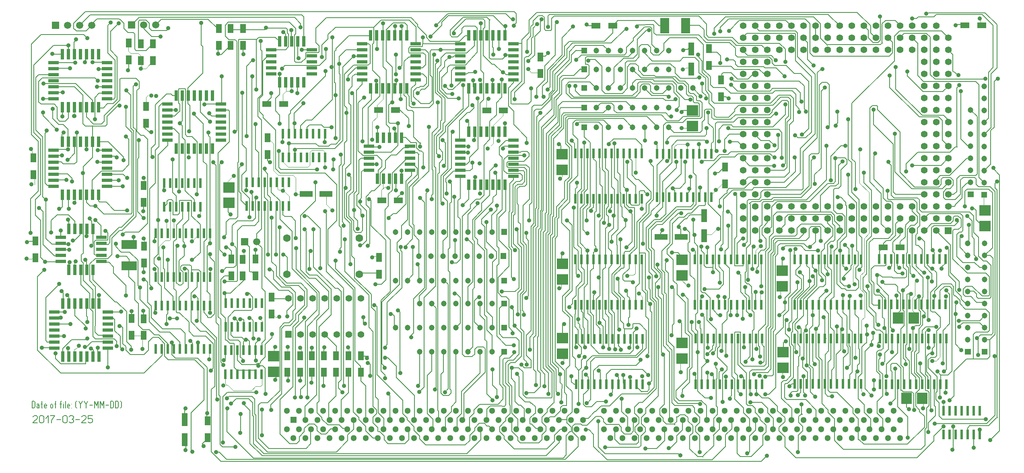
<source format=gbr>
%FSLAX34Y34*%
%MOMM*%
%LNCOPPER_TOP*%
G71*
G01*
%ADD10R, 0.640X2.200*%
%ADD11R, 2.200X0.640*%
%ADD12C, 1.520*%
%ADD13C, 1.200*%
%ADD14C, 1.600*%
%ADD15C, 1.400*%
%ADD16R, 0.600X2.100*%
%ADD17R, 1.300X2.800*%
%ADD18R, 2.400X2.200*%
%ADD19R, 2.200X2.400*%
%ADD20R, 1.300X1.900*%
%ADD21R, 1.900X1.300*%
%ADD22R, 3.200X1.900*%
%ADD23R, 1.900X3.200*%
%ADD24C, 1.300*%
%ADD25C, 0.900*%
%ADD26C, 0.150*%
%ADD27C, 0.100*%
%ADD28R, 2.800X1.300*%
%ADD29C, 0.189*%
%LPD*%
X-993775Y125D02*
G54D10*
D03*
X-1006475Y125D02*
G54D10*
D03*
X-1019175Y125D02*
G54D10*
D03*
X-1031875Y125D02*
G54D10*
D03*
X-1049775Y-17775D02*
G54D11*
D03*
X-1049775Y-30475D02*
G54D11*
D03*
X-1049775Y-43175D02*
G54D11*
D03*
X-1049775Y-55875D02*
G54D11*
D03*
X-1049775Y-68575D02*
G54D11*
D03*
X-1049775Y-81275D02*
G54D11*
D03*
X-1049775Y-93975D02*
G54D11*
D03*
X-1031875Y-111875D02*
G54D10*
D03*
X-1019175Y-111875D02*
G54D10*
D03*
X-1006475Y-111875D02*
G54D10*
D03*
X-993775Y-111875D02*
G54D10*
D03*
X-981075Y-111875D02*
G54D10*
D03*
X-968375Y-111875D02*
G54D10*
D03*
X-955675Y-111875D02*
G54D10*
D03*
X-937775Y-93975D02*
G54D11*
D03*
X-937775Y-81275D02*
G54D11*
D03*
X-937775Y-68575D02*
G54D11*
D03*
X-937775Y-55875D02*
G54D11*
D03*
X-937775Y-43175D02*
G54D11*
D03*
X-937775Y-30475D02*
G54D11*
D03*
X-937775Y-17775D02*
G54D11*
D03*
X-955675Y125D02*
G54D10*
D03*
X-968375Y125D02*
G54D10*
D03*
X-981075Y125D02*
G54D10*
D03*
X-993775Y-184025D02*
G54D10*
D03*
X-1006475Y-184025D02*
G54D10*
D03*
X-1019175Y-184025D02*
G54D10*
D03*
X-1031875Y-184025D02*
G54D10*
D03*
X-1049775Y-201925D02*
G54D11*
D03*
X-1049775Y-214625D02*
G54D11*
D03*
X-1049775Y-227325D02*
G54D11*
D03*
X-1049775Y-240025D02*
G54D11*
D03*
X-1049775Y-252725D02*
G54D11*
D03*
X-1049775Y-265425D02*
G54D11*
D03*
X-1049775Y-278125D02*
G54D11*
D03*
X-1031875Y-296025D02*
G54D10*
D03*
X-1019175Y-296025D02*
G54D10*
D03*
X-1006475Y-296025D02*
G54D10*
D03*
X-993775Y-296025D02*
G54D10*
D03*
X-981075Y-296025D02*
G54D10*
D03*
X-968375Y-296025D02*
G54D10*
D03*
X-955675Y-296025D02*
G54D10*
D03*
X-937775Y-278125D02*
G54D11*
D03*
X-937775Y-265425D02*
G54D11*
D03*
X-937775Y-252725D02*
G54D11*
D03*
X-937775Y-240025D02*
G54D11*
D03*
X-937775Y-227325D02*
G54D11*
D03*
X-937775Y-214625D02*
G54D11*
D03*
X-937775Y-201925D02*
G54D11*
D03*
X-955675Y-184025D02*
G54D10*
D03*
X-968375Y-184025D02*
G54D10*
D03*
X-981075Y-184025D02*
G54D10*
D03*
X-992188Y-525338D02*
G54D10*
D03*
X-1004888Y-525338D02*
G54D10*
D03*
X-1017588Y-525338D02*
G54D10*
D03*
X-1030288Y-525338D02*
G54D10*
D03*
X-1048188Y-543238D02*
G54D11*
D03*
X-1048188Y-555938D02*
G54D11*
D03*
X-1048188Y-568638D02*
G54D11*
D03*
X-1048188Y-581338D02*
G54D11*
D03*
X-1048188Y-594038D02*
G54D11*
D03*
X-1048188Y-606738D02*
G54D11*
D03*
X-1048188Y-619438D02*
G54D11*
D03*
X-1030288Y-637338D02*
G54D10*
D03*
X-1017588Y-637338D02*
G54D10*
D03*
X-1004888Y-637338D02*
G54D10*
D03*
X-992188Y-637338D02*
G54D10*
D03*
X-979488Y-637338D02*
G54D10*
D03*
X-966788Y-637338D02*
G54D10*
D03*
X-954088Y-637338D02*
G54D10*
D03*
X-936188Y-619438D02*
G54D11*
D03*
X-936188Y-606738D02*
G54D11*
D03*
X-936188Y-594038D02*
G54D11*
D03*
X-936188Y-581338D02*
G54D11*
D03*
X-936188Y-568638D02*
G54D11*
D03*
X-936188Y-555938D02*
G54D11*
D03*
X-936188Y-543238D02*
G54D11*
D03*
X-954088Y-525338D02*
G54D10*
D03*
X-966788Y-525338D02*
G54D10*
D03*
X-979488Y-525338D02*
G54D10*
D03*
X-754062Y-87188D02*
G54D10*
D03*
X-766762Y-87188D02*
G54D10*
D03*
X-779462Y-87188D02*
G54D10*
D03*
X-792162Y-87188D02*
G54D10*
D03*
X-810062Y-105088D02*
G54D11*
D03*
X-810062Y-117788D02*
G54D11*
D03*
X-810062Y-130488D02*
G54D11*
D03*
X-810062Y-143188D02*
G54D11*
D03*
X-810062Y-155888D02*
G54D11*
D03*
X-810062Y-168588D02*
G54D11*
D03*
X-810062Y-181288D02*
G54D11*
D03*
X-792162Y-199188D02*
G54D10*
D03*
X-779462Y-199188D02*
G54D10*
D03*
X-766762Y-199188D02*
G54D10*
D03*
X-754062Y-199188D02*
G54D10*
D03*
X-741362Y-199188D02*
G54D10*
D03*
X-728662Y-199188D02*
G54D10*
D03*
X-715962Y-199188D02*
G54D10*
D03*
X-698062Y-181288D02*
G54D11*
D03*
X-698062Y-168588D02*
G54D11*
D03*
X-698062Y-155888D02*
G54D11*
D03*
X-698062Y-143188D02*
G54D11*
D03*
X-698062Y-130488D02*
G54D11*
D03*
X-698062Y-117788D02*
G54D11*
D03*
X-698062Y-105088D02*
G54D11*
D03*
X-715962Y-87188D02*
G54D10*
D03*
X-728662Y-87188D02*
G54D10*
D03*
X-741362Y-87188D02*
G54D10*
D03*
X-344488Y39812D02*
G54D10*
D03*
X-357188Y39812D02*
G54D10*
D03*
X-369888Y39812D02*
G54D10*
D03*
X-382588Y39812D02*
G54D10*
D03*
X-400488Y21912D02*
G54D11*
D03*
X-400488Y9212D02*
G54D11*
D03*
X-400488Y-3488D02*
G54D11*
D03*
X-400488Y-16188D02*
G54D11*
D03*
X-400488Y-28888D02*
G54D11*
D03*
X-400488Y-41588D02*
G54D11*
D03*
X-400488Y-54288D02*
G54D11*
D03*
X-382588Y-72188D02*
G54D10*
D03*
X-369888Y-72188D02*
G54D10*
D03*
X-357188Y-72188D02*
G54D10*
D03*
X-344488Y-72188D02*
G54D10*
D03*
X-331788Y-72188D02*
G54D10*
D03*
X-319088Y-72188D02*
G54D10*
D03*
X-306388Y-72188D02*
G54D10*
D03*
X-288488Y-54288D02*
G54D11*
D03*
X-288488Y-41588D02*
G54D11*
D03*
X-288488Y-28888D02*
G54D11*
D03*
X-288488Y-16188D02*
G54D11*
D03*
X-288488Y-3488D02*
G54D11*
D03*
X-288488Y9212D02*
G54D11*
D03*
X-288488Y21912D02*
G54D11*
D03*
X-306388Y39812D02*
G54D10*
D03*
X-319088Y39812D02*
G54D10*
D03*
X-331788Y39812D02*
G54D10*
D03*
X-138112Y39812D02*
G54D10*
D03*
X-150812Y39812D02*
G54D10*
D03*
X-163512Y39812D02*
G54D10*
D03*
X-176212Y39812D02*
G54D10*
D03*
X-194112Y21912D02*
G54D11*
D03*
X-194112Y9212D02*
G54D11*
D03*
X-194112Y-3488D02*
G54D11*
D03*
X-194112Y-16188D02*
G54D11*
D03*
X-194112Y-28888D02*
G54D11*
D03*
X-194112Y-41588D02*
G54D11*
D03*
X-194112Y-54288D02*
G54D11*
D03*
X-176212Y-72188D02*
G54D10*
D03*
X-163512Y-72188D02*
G54D10*
D03*
X-150812Y-72188D02*
G54D10*
D03*
X-138112Y-72188D02*
G54D10*
D03*
X-125412Y-72188D02*
G54D10*
D03*
X-112712Y-72188D02*
G54D10*
D03*
X-100012Y-72188D02*
G54D10*
D03*
X-82112Y-54288D02*
G54D11*
D03*
X-82112Y-41588D02*
G54D11*
D03*
X-82112Y-28888D02*
G54D11*
D03*
X-82112Y-16188D02*
G54D11*
D03*
X-82112Y-3488D02*
G54D11*
D03*
X-82112Y9212D02*
G54D11*
D03*
X-82112Y21912D02*
G54D11*
D03*
X-100012Y39812D02*
G54D10*
D03*
X-112712Y39812D02*
G54D10*
D03*
X-125412Y39812D02*
G54D10*
D03*
X-138112Y-163388D02*
G54D10*
D03*
X-150812Y-163388D02*
G54D10*
D03*
X-163512Y-163388D02*
G54D10*
D03*
X-176212Y-163388D02*
G54D10*
D03*
X-194112Y-181288D02*
G54D11*
D03*
X-194112Y-193988D02*
G54D11*
D03*
X-194112Y-206688D02*
G54D11*
D03*
X-194112Y-219388D02*
G54D11*
D03*
X-194112Y-232088D02*
G54D11*
D03*
X-194112Y-244788D02*
G54D11*
D03*
X-194112Y-257488D02*
G54D11*
D03*
X-176212Y-275388D02*
G54D10*
D03*
X-163512Y-275388D02*
G54D10*
D03*
X-150812Y-275388D02*
G54D10*
D03*
X-138112Y-275388D02*
G54D10*
D03*
X-125412Y-275388D02*
G54D10*
D03*
X-112712Y-275388D02*
G54D10*
D03*
X-100012Y-275388D02*
G54D10*
D03*
X-82112Y-257488D02*
G54D11*
D03*
X-82112Y-244788D02*
G54D11*
D03*
X-82112Y-232088D02*
G54D11*
D03*
X-82112Y-219388D02*
G54D11*
D03*
X-82112Y-206688D02*
G54D11*
D03*
X-82112Y-193988D02*
G54D11*
D03*
X-82112Y-181288D02*
G54D11*
D03*
X-100012Y-163388D02*
G54D10*
D03*
X-112712Y-163388D02*
G54D10*
D03*
X-125412Y-163388D02*
G54D10*
D03*
X-992188Y-368175D02*
G54D10*
D03*
X-1004888Y-368175D02*
G54D10*
D03*
X-1017588Y-368175D02*
G54D10*
D03*
X-1035188Y-385775D02*
G54D11*
D03*
X-1035188Y-398475D02*
G54D11*
D03*
X-1035188Y-411175D02*
G54D11*
D03*
X-1035188Y-423875D02*
G54D11*
D03*
X-1035188Y-436575D02*
G54D11*
D03*
X-1017588Y-454175D02*
G54D10*
D03*
X-1004888Y-454175D02*
G54D10*
D03*
X-992188Y-454175D02*
G54D10*
D03*
X-979488Y-454175D02*
G54D10*
D03*
X-966788Y-454175D02*
G54D10*
D03*
X-949188Y-436575D02*
G54D11*
D03*
X-949188Y-423875D02*
G54D11*
D03*
X-949188Y-411175D02*
G54D11*
D03*
X-949188Y-398475D02*
G54D11*
D03*
X-949188Y-385775D02*
G54D11*
D03*
X-966788Y-368175D02*
G54D10*
D03*
X-979488Y-368175D02*
G54D10*
D03*
X-549275Y27112D02*
G54D10*
D03*
X-561975Y27112D02*
G54D10*
D03*
X-574675Y27112D02*
G54D10*
D03*
X-592275Y9512D02*
G54D11*
D03*
X-592275Y-3188D02*
G54D11*
D03*
X-592275Y-15888D02*
G54D11*
D03*
X-592275Y-28588D02*
G54D11*
D03*
X-592275Y-41288D02*
G54D11*
D03*
X-574675Y-58888D02*
G54D10*
D03*
X-561975Y-58888D02*
G54D10*
D03*
X-549275Y-58888D02*
G54D10*
D03*
X-536575Y-58888D02*
G54D10*
D03*
X-523875Y-58888D02*
G54D10*
D03*
X-506275Y-41288D02*
G54D11*
D03*
X-506275Y-28588D02*
G54D11*
D03*
X-506275Y-15888D02*
G54D11*
D03*
X-506275Y-3188D02*
G54D11*
D03*
X-506275Y9512D02*
G54D11*
D03*
X-523875Y27112D02*
G54D10*
D03*
X-536575Y27112D02*
G54D10*
D03*
X-342900Y-176088D02*
G54D10*
D03*
X-355600Y-176088D02*
G54D10*
D03*
X-368300Y-176088D02*
G54D10*
D03*
X-385900Y-193688D02*
G54D11*
D03*
X-385900Y-206388D02*
G54D11*
D03*
X-385900Y-219088D02*
G54D11*
D03*
X-385900Y-231788D02*
G54D11*
D03*
X-385900Y-244488D02*
G54D11*
D03*
X-368300Y-262088D02*
G54D10*
D03*
X-355600Y-262088D02*
G54D10*
D03*
X-342900Y-262088D02*
G54D10*
D03*
X-330200Y-262088D02*
G54D10*
D03*
X-317500Y-262088D02*
G54D10*
D03*
X-299900Y-244488D02*
G54D11*
D03*
X-299900Y-231788D02*
G54D11*
D03*
X-299900Y-219088D02*
G54D11*
D03*
X-299900Y-206388D02*
G54D11*
D03*
X-299900Y-193688D02*
G54D11*
D03*
X-317500Y-176088D02*
G54D10*
D03*
X-330200Y-176088D02*
G54D10*
D03*
G36*
X-1053612Y68725D02*
X-1038412Y68725D01*
X-1038412Y53525D01*
X-1053612Y53525D01*
X-1053612Y68725D01*
G37*
X-1020612Y61125D02*
G54D12*
D03*
X-995212Y61125D02*
G54D12*
D03*
X-969812Y61125D02*
G54D12*
D03*
G36*
X-893425Y69638D02*
X-878225Y69638D01*
X-878225Y54438D01*
X-893425Y54438D01*
X-893425Y69638D01*
G37*
X-860425Y62038D02*
G54D12*
D03*
X-835025Y62038D02*
G54D12*
D03*
G36*
X60675Y14062D02*
X72675Y14062D01*
X72675Y2062D01*
X60675Y2062D01*
X60675Y14062D01*
G37*
X92075Y8062D02*
G54D13*
D03*
X117475Y8062D02*
G54D13*
D03*
X142875Y8062D02*
G54D13*
D03*
X168275Y8062D02*
G54D13*
D03*
X193675Y8062D02*
G54D13*
D03*
X219075Y8062D02*
G54D13*
D03*
X244475Y8062D02*
G54D13*
D03*
G36*
X60675Y-25625D02*
X72675Y-25625D01*
X72675Y-37625D01*
X60675Y-37625D01*
X60675Y-25625D01*
G37*
X92075Y-31625D02*
G54D13*
D03*
X117475Y-31625D02*
G54D13*
D03*
X142875Y-31625D02*
G54D13*
D03*
X168275Y-31625D02*
G54D13*
D03*
X193675Y-31625D02*
G54D13*
D03*
X219075Y-31625D02*
G54D13*
D03*
X244475Y-31625D02*
G54D13*
D03*
G36*
X60675Y-65312D02*
X72675Y-65312D01*
X72675Y-77312D01*
X60675Y-77312D01*
X60675Y-65312D01*
G37*
X92075Y-71312D02*
G54D13*
D03*
X117475Y-71312D02*
G54D13*
D03*
X142875Y-71312D02*
G54D13*
D03*
X168275Y-71312D02*
G54D13*
D03*
X193675Y-71312D02*
G54D13*
D03*
X219075Y-71312D02*
G54D13*
D03*
X244475Y-71312D02*
G54D13*
D03*
X269875Y-71312D02*
G54D13*
D03*
X295275Y-71312D02*
G54D13*
D03*
G36*
X60675Y-106588D02*
X72675Y-106588D01*
X72675Y-118588D01*
X60675Y-118588D01*
X60675Y-106588D01*
G37*
X92075Y-112588D02*
G54D13*
D03*
X117475Y-112588D02*
G54D13*
D03*
X142875Y-112588D02*
G54D13*
D03*
X168275Y-112588D02*
G54D13*
D03*
X193675Y-112588D02*
G54D13*
D03*
X219075Y-112588D02*
G54D13*
D03*
X244475Y-112588D02*
G54D13*
D03*
G36*
X60675Y-147862D02*
X72675Y-147862D01*
X72675Y-159862D01*
X60675Y-159862D01*
X60675Y-147862D01*
G37*
X92075Y-153862D02*
G54D13*
D03*
X117475Y-153862D02*
G54D13*
D03*
X142875Y-153862D02*
G54D13*
D03*
X168275Y-153862D02*
G54D13*
D03*
X193675Y-153862D02*
G54D13*
D03*
X219075Y-153862D02*
G54D13*
D03*
X244475Y-153862D02*
G54D13*
D03*
G36*
X-95600Y-380525D02*
X-107600Y-380525D01*
X-107600Y-368525D01*
X-95600Y-368525D01*
X-95600Y-380525D01*
G37*
X-127000Y-374525D02*
G54D13*
D03*
X-152400Y-374525D02*
G54D13*
D03*
X-177800Y-374525D02*
G54D13*
D03*
X-203200Y-374525D02*
G54D13*
D03*
X-228600Y-374525D02*
G54D13*
D03*
X-254000Y-374525D02*
G54D13*
D03*
X-279400Y-374525D02*
G54D13*
D03*
X-304800Y-374525D02*
G54D13*
D03*
X-330200Y-374525D02*
G54D13*
D03*
G36*
X-95600Y-483712D02*
X-107600Y-483712D01*
X-107600Y-471712D01*
X-95600Y-471712D01*
X-95600Y-483712D01*
G37*
X-127000Y-477712D02*
G54D13*
D03*
X-152400Y-477712D02*
G54D13*
D03*
X-177800Y-477712D02*
G54D13*
D03*
X-203200Y-477712D02*
G54D13*
D03*
X-228600Y-477712D02*
G54D13*
D03*
X-254000Y-477712D02*
G54D13*
D03*
X-279400Y-477712D02*
G54D13*
D03*
X-304800Y-477712D02*
G54D13*
D03*
X-330200Y-477712D02*
G54D13*
D03*
G36*
X-95600Y-582138D02*
X-107600Y-582138D01*
X-107600Y-570138D01*
X-95600Y-570138D01*
X-95600Y-582138D01*
G37*
X-127000Y-576138D02*
G54D13*
D03*
X-152400Y-576138D02*
G54D13*
D03*
X-177800Y-576138D02*
G54D13*
D03*
X-203200Y-576138D02*
G54D13*
D03*
X-228600Y-576138D02*
G54D13*
D03*
X-254000Y-576138D02*
G54D13*
D03*
X-279400Y-576138D02*
G54D13*
D03*
X-304800Y-576138D02*
G54D13*
D03*
X-330200Y-576138D02*
G54D13*
D03*
G36*
X-97188Y-431325D02*
X-109188Y-431325D01*
X-109188Y-419325D01*
X-97188Y-419325D01*
X-97188Y-431325D01*
G37*
X-128588Y-425325D02*
G54D13*
D03*
X-153988Y-425325D02*
G54D13*
D03*
X-179388Y-425325D02*
G54D13*
D03*
X-204788Y-425325D02*
G54D13*
D03*
X-230188Y-425325D02*
G54D13*
D03*
X-255588Y-425325D02*
G54D13*
D03*
X-280988Y-425325D02*
G54D13*
D03*
G36*
X-95600Y-531338D02*
X-107600Y-531338D01*
X-107600Y-519338D01*
X-95600Y-519338D01*
X-95600Y-531338D01*
G37*
X-127000Y-525338D02*
G54D13*
D03*
X-152400Y-525338D02*
G54D13*
D03*
X-177800Y-525338D02*
G54D13*
D03*
X-203200Y-525338D02*
G54D13*
D03*
X-228600Y-525338D02*
G54D13*
D03*
X-254000Y-525338D02*
G54D13*
D03*
X-279400Y-525338D02*
G54D13*
D03*
G36*
X-95600Y-632938D02*
X-107600Y-632938D01*
X-107600Y-620938D01*
X-95600Y-620938D01*
X-95600Y-632938D01*
G37*
X-127000Y-626938D02*
G54D13*
D03*
X-152400Y-626938D02*
G54D13*
D03*
X-177800Y-626938D02*
G54D13*
D03*
X-203200Y-626938D02*
G54D13*
D03*
X-228600Y-626938D02*
G54D13*
D03*
X-254000Y-626938D02*
G54D13*
D03*
X-279400Y-626938D02*
G54D13*
D03*
X-406400Y-463425D02*
G54D14*
D03*
X-558800Y-463425D02*
G54D14*
D03*
X-558800Y-387225D02*
G54D14*
D03*
X-406400Y-387225D02*
G54D14*
D03*
G36*
X-562625Y-583425D02*
X-548625Y-583425D01*
X-548625Y-597425D01*
X-562625Y-597425D01*
X-562625Y-583425D01*
G37*
X-530225Y-590425D02*
G54D15*
D03*
X-504825Y-590425D02*
G54D15*
D03*
X-479425Y-590425D02*
G54D15*
D03*
X-454025Y-590425D02*
G54D15*
D03*
X-428625Y-590425D02*
G54D15*
D03*
X-403225Y-590425D02*
G54D15*
D03*
X-403225Y-514225D02*
G54D15*
D03*
X-428625Y-514225D02*
G54D15*
D03*
X-454025Y-514225D02*
G54D15*
D03*
X-479425Y-514225D02*
G54D15*
D03*
X-504825Y-514225D02*
G54D15*
D03*
X-530225Y-514225D02*
G54D15*
D03*
X-555625Y-514225D02*
G54D15*
D03*
X-817562Y-321338D02*
G54D16*
D03*
X-804862Y-321338D02*
G54D16*
D03*
X-792162Y-321338D02*
G54D16*
D03*
X-779462Y-321338D02*
G54D16*
D03*
X-766762Y-321338D02*
G54D16*
D03*
X-754062Y-321338D02*
G54D16*
D03*
X-741362Y-321338D02*
G54D16*
D03*
X-741362Y-271338D02*
G54D16*
D03*
X-754062Y-271338D02*
G54D16*
D03*
X-766762Y-271338D02*
G54D16*
D03*
X-779462Y-271338D02*
G54D16*
D03*
X-792162Y-271338D02*
G54D16*
D03*
X-804862Y-271338D02*
G54D16*
D03*
X-817562Y-271338D02*
G54D16*
D03*
X-835025Y-469700D02*
G54D16*
D03*
X-822325Y-469700D02*
G54D16*
D03*
X-809625Y-469700D02*
G54D16*
D03*
X-796925Y-469700D02*
G54D16*
D03*
X-784225Y-469700D02*
G54D16*
D03*
X-771525Y-469700D02*
G54D16*
D03*
X-758825Y-469700D02*
G54D16*
D03*
X-746125Y-469700D02*
G54D16*
D03*
X-733425Y-469700D02*
G54D16*
D03*
X-720725Y-469700D02*
G54D16*
D03*
X-720725Y-377700D02*
G54D16*
D03*
X-733425Y-377700D02*
G54D16*
D03*
X-746125Y-377700D02*
G54D16*
D03*
X-758825Y-377700D02*
G54D16*
D03*
X-771525Y-377700D02*
G54D16*
D03*
X-784225Y-377700D02*
G54D16*
D03*
X-796925Y-377700D02*
G54D16*
D03*
X-809625Y-377700D02*
G54D16*
D03*
X-822325Y-377700D02*
G54D16*
D03*
X-835025Y-377700D02*
G54D16*
D03*
X-643334Y-320272D02*
G54D16*
D03*
X-630634Y-320272D02*
G54D16*
D03*
X-617934Y-320272D02*
G54D16*
D03*
X-605234Y-320272D02*
G54D16*
D03*
X-592534Y-320272D02*
G54D16*
D03*
X-579834Y-320272D02*
G54D16*
D03*
X-567134Y-320272D02*
G54D16*
D03*
X-554434Y-320272D02*
G54D16*
D03*
X-554434Y-270272D02*
G54D16*
D03*
X-567134Y-270272D02*
G54D16*
D03*
X-579834Y-270272D02*
G54D16*
D03*
X-592534Y-270272D02*
G54D16*
D03*
X-605234Y-270272D02*
G54D16*
D03*
X-617934Y-270272D02*
G54D16*
D03*
X-630634Y-270272D02*
G54D16*
D03*
X-643334Y-270272D02*
G54D16*
D03*
X-835025Y-621703D02*
G54D16*
D03*
X-822325Y-621703D02*
G54D16*
D03*
X-809625Y-621703D02*
G54D16*
D03*
X-796925Y-621703D02*
G54D16*
D03*
X-784225Y-621703D02*
G54D16*
D03*
X-771525Y-621703D02*
G54D16*
D03*
X-758825Y-621703D02*
G54D16*
D03*
X-746125Y-621703D02*
G54D16*
D03*
X-733425Y-621703D02*
G54D16*
D03*
X-720725Y-621703D02*
G54D16*
D03*
X-720725Y-529703D02*
G54D16*
D03*
X-733425Y-529703D02*
G54D16*
D03*
X-746125Y-529703D02*
G54D16*
D03*
X-758825Y-529703D02*
G54D16*
D03*
X-771525Y-529703D02*
G54D16*
D03*
X-784225Y-529703D02*
G54D16*
D03*
X-796925Y-529703D02*
G54D16*
D03*
X-809625Y-529703D02*
G54D16*
D03*
X-822325Y-529703D02*
G54D16*
D03*
X-835025Y-529703D02*
G54D16*
D03*
X48419Y-304757D02*
G54D16*
D03*
X61119Y-304757D02*
G54D16*
D03*
X73819Y-304757D02*
G54D16*
D03*
X86519Y-304757D02*
G54D16*
D03*
X99219Y-304757D02*
G54D16*
D03*
X111919Y-304757D02*
G54D16*
D03*
X124619Y-304757D02*
G54D16*
D03*
X137319Y-304757D02*
G54D16*
D03*
X150019Y-304757D02*
G54D16*
D03*
X162719Y-304757D02*
G54D16*
D03*
X175419Y-304757D02*
G54D16*
D03*
X188119Y-304757D02*
G54D16*
D03*
X188119Y-208757D02*
G54D16*
D03*
X175419Y-208757D02*
G54D16*
D03*
X162719Y-208757D02*
G54D16*
D03*
X150019Y-208757D02*
G54D16*
D03*
X137319Y-208757D02*
G54D16*
D03*
X124619Y-208757D02*
G54D16*
D03*
X111919Y-208757D02*
G54D16*
D03*
X99219Y-208757D02*
G54D16*
D03*
X86519Y-208757D02*
G54D16*
D03*
X73819Y-208757D02*
G54D16*
D03*
X61119Y-208757D02*
G54D16*
D03*
X48419Y-208757D02*
G54D16*
D03*
X47625Y-528594D02*
G54D16*
D03*
X60325Y-528594D02*
G54D16*
D03*
X73025Y-528594D02*
G54D16*
D03*
X85725Y-528594D02*
G54D16*
D03*
X98425Y-528594D02*
G54D16*
D03*
X111125Y-528594D02*
G54D16*
D03*
X123825Y-528594D02*
G54D16*
D03*
X136525Y-528594D02*
G54D16*
D03*
X149225Y-528594D02*
G54D16*
D03*
X161925Y-528594D02*
G54D16*
D03*
X174625Y-528594D02*
G54D16*
D03*
X187325Y-528594D02*
G54D16*
D03*
X187325Y-432594D02*
G54D16*
D03*
X174625Y-432594D02*
G54D16*
D03*
X161925Y-432594D02*
G54D16*
D03*
X149225Y-432594D02*
G54D16*
D03*
X136525Y-432594D02*
G54D16*
D03*
X123825Y-432594D02*
G54D16*
D03*
X111125Y-432594D02*
G54D16*
D03*
X98425Y-432594D02*
G54D16*
D03*
X85725Y-432594D02*
G54D16*
D03*
X73025Y-432594D02*
G54D16*
D03*
X60325Y-432594D02*
G54D16*
D03*
X47625Y-432594D02*
G54D16*
D03*
X49609Y-696076D02*
G54D16*
D03*
X62309Y-696076D02*
G54D16*
D03*
X75009Y-696076D02*
G54D16*
D03*
X87709Y-696076D02*
G54D16*
D03*
X100409Y-696076D02*
G54D16*
D03*
X113109Y-696076D02*
G54D16*
D03*
X125809Y-696076D02*
G54D16*
D03*
X138509Y-696076D02*
G54D16*
D03*
X151209Y-696076D02*
G54D16*
D03*
X163909Y-696076D02*
G54D16*
D03*
X176609Y-696076D02*
G54D16*
D03*
X189309Y-696076D02*
G54D16*
D03*
X189309Y-600076D02*
G54D16*
D03*
X176609Y-600076D02*
G54D16*
D03*
X163909Y-600076D02*
G54D16*
D03*
X151209Y-600076D02*
G54D16*
D03*
X138509Y-600076D02*
G54D16*
D03*
X125809Y-600076D02*
G54D16*
D03*
X113109Y-600076D02*
G54D16*
D03*
X100409Y-600076D02*
G54D16*
D03*
X87709Y-600076D02*
G54D16*
D03*
X75009Y-600076D02*
G54D16*
D03*
X62309Y-600076D02*
G54D16*
D03*
X49609Y-600076D02*
G54D16*
D03*
X299244Y-528594D02*
G54D16*
D03*
X311944Y-528594D02*
G54D16*
D03*
X324644Y-528594D02*
G54D16*
D03*
X337344Y-528594D02*
G54D16*
D03*
X350044Y-528594D02*
G54D16*
D03*
X362744Y-528594D02*
G54D16*
D03*
X375444Y-528594D02*
G54D16*
D03*
X388144Y-528594D02*
G54D16*
D03*
X400844Y-528594D02*
G54D16*
D03*
X413544Y-528594D02*
G54D16*
D03*
X426244Y-528594D02*
G54D16*
D03*
X438944Y-528594D02*
G54D16*
D03*
X438944Y-432594D02*
G54D16*
D03*
X426244Y-432594D02*
G54D16*
D03*
X413544Y-432594D02*
G54D16*
D03*
X400844Y-432594D02*
G54D16*
D03*
X388144Y-432594D02*
G54D16*
D03*
X375444Y-432594D02*
G54D16*
D03*
X362744Y-432594D02*
G54D16*
D03*
X350044Y-432594D02*
G54D16*
D03*
X337344Y-432594D02*
G54D16*
D03*
X324644Y-432594D02*
G54D16*
D03*
X311944Y-432594D02*
G54D16*
D03*
X299244Y-432594D02*
G54D16*
D03*
X301228Y-695679D02*
G54D16*
D03*
X313928Y-695679D02*
G54D16*
D03*
X326628Y-695679D02*
G54D16*
D03*
X339328Y-695679D02*
G54D16*
D03*
X352028Y-695679D02*
G54D16*
D03*
X364728Y-695679D02*
G54D16*
D03*
X377428Y-695679D02*
G54D16*
D03*
X390128Y-695679D02*
G54D16*
D03*
X402828Y-695679D02*
G54D16*
D03*
X415528Y-695679D02*
G54D16*
D03*
X428228Y-695679D02*
G54D16*
D03*
X440928Y-695679D02*
G54D16*
D03*
X440928Y-599679D02*
G54D16*
D03*
X428228Y-599679D02*
G54D16*
D03*
X415528Y-599679D02*
G54D16*
D03*
X402828Y-599679D02*
G54D16*
D03*
X390128Y-599679D02*
G54D16*
D03*
X377428Y-599679D02*
G54D16*
D03*
X364728Y-599679D02*
G54D16*
D03*
X352028Y-599679D02*
G54D16*
D03*
X339328Y-599679D02*
G54D16*
D03*
X326628Y-599679D02*
G54D16*
D03*
X313928Y-599679D02*
G54D16*
D03*
X301228Y-599679D02*
G54D16*
D03*
X509588Y-528197D02*
G54D16*
D03*
X522288Y-528197D02*
G54D16*
D03*
X534988Y-528197D02*
G54D16*
D03*
X547688Y-528197D02*
G54D16*
D03*
X560388Y-528197D02*
G54D16*
D03*
X573088Y-528197D02*
G54D16*
D03*
X585788Y-528197D02*
G54D16*
D03*
X598488Y-528197D02*
G54D16*
D03*
X611188Y-528197D02*
G54D16*
D03*
X623888Y-528197D02*
G54D16*
D03*
X636588Y-528197D02*
G54D16*
D03*
X649288Y-528197D02*
G54D16*
D03*
X649288Y-432197D02*
G54D16*
D03*
X636588Y-432197D02*
G54D16*
D03*
X623888Y-432197D02*
G54D16*
D03*
X611188Y-432197D02*
G54D16*
D03*
X598488Y-432197D02*
G54D16*
D03*
X585788Y-432197D02*
G54D16*
D03*
X573088Y-432197D02*
G54D16*
D03*
X560388Y-432197D02*
G54D16*
D03*
X547688Y-432197D02*
G54D16*
D03*
X534988Y-432197D02*
G54D16*
D03*
X522288Y-432197D02*
G54D16*
D03*
X509588Y-432197D02*
G54D16*
D03*
X509588Y-695282D02*
G54D16*
D03*
X522288Y-695282D02*
G54D16*
D03*
X534988Y-695282D02*
G54D16*
D03*
X547688Y-695282D02*
G54D16*
D03*
X560388Y-695282D02*
G54D16*
D03*
X573088Y-695282D02*
G54D16*
D03*
X585788Y-695282D02*
G54D16*
D03*
X598488Y-695282D02*
G54D16*
D03*
X611188Y-695282D02*
G54D16*
D03*
X623888Y-695282D02*
G54D16*
D03*
X636588Y-695282D02*
G54D16*
D03*
X649288Y-695282D02*
G54D16*
D03*
X649288Y-599282D02*
G54D16*
D03*
X636588Y-599282D02*
G54D16*
D03*
X623888Y-599282D02*
G54D16*
D03*
X611188Y-599282D02*
G54D16*
D03*
X598488Y-599282D02*
G54D16*
D03*
X585788Y-599282D02*
G54D16*
D03*
X573088Y-599282D02*
G54D16*
D03*
X560388Y-599282D02*
G54D16*
D03*
X547688Y-599282D02*
G54D16*
D03*
X534988Y-599282D02*
G54D16*
D03*
X522288Y-599282D02*
G54D16*
D03*
X509588Y-599282D02*
G54D16*
D03*
X687388Y-527404D02*
G54D16*
D03*
X700088Y-527404D02*
G54D16*
D03*
X712788Y-527404D02*
G54D16*
D03*
X725488Y-527404D02*
G54D16*
D03*
X738188Y-527404D02*
G54D16*
D03*
X750888Y-527404D02*
G54D16*
D03*
X763588Y-527404D02*
G54D16*
D03*
X776288Y-527404D02*
G54D16*
D03*
X788988Y-527404D02*
G54D16*
D03*
X801688Y-527404D02*
G54D16*
D03*
X814388Y-527404D02*
G54D16*
D03*
X827088Y-527404D02*
G54D16*
D03*
X827088Y-431404D02*
G54D16*
D03*
X814388Y-431404D02*
G54D16*
D03*
X801688Y-431404D02*
G54D16*
D03*
X788988Y-431404D02*
G54D16*
D03*
X776288Y-431404D02*
G54D16*
D03*
X763588Y-431404D02*
G54D16*
D03*
X750888Y-431404D02*
G54D16*
D03*
X738188Y-431404D02*
G54D16*
D03*
X725488Y-431404D02*
G54D16*
D03*
X712788Y-431404D02*
G54D16*
D03*
X700088Y-431404D02*
G54D16*
D03*
X687388Y-431404D02*
G54D16*
D03*
X688578Y-695679D02*
G54D16*
D03*
X701278Y-695679D02*
G54D16*
D03*
X713978Y-695679D02*
G54D16*
D03*
X726678Y-695679D02*
G54D16*
D03*
X739378Y-695679D02*
G54D16*
D03*
X752078Y-695679D02*
G54D16*
D03*
X764778Y-695679D02*
G54D16*
D03*
X777478Y-695679D02*
G54D16*
D03*
X790178Y-695679D02*
G54D16*
D03*
X802878Y-695679D02*
G54D16*
D03*
X815578Y-695679D02*
G54D16*
D03*
X828278Y-695679D02*
G54D16*
D03*
X828278Y-599679D02*
G54D16*
D03*
X815578Y-599679D02*
G54D16*
D03*
X802878Y-599679D02*
G54D16*
D03*
X790178Y-599679D02*
G54D16*
D03*
X777478Y-599679D02*
G54D16*
D03*
X764778Y-599679D02*
G54D16*
D03*
X752078Y-599679D02*
G54D16*
D03*
X739378Y-599679D02*
G54D16*
D03*
X726678Y-599679D02*
G54D16*
D03*
X713978Y-599679D02*
G54D16*
D03*
X701278Y-599679D02*
G54D16*
D03*
X688578Y-599679D02*
G54D16*
D03*
X219869Y-301550D02*
G54D16*
D03*
X232569Y-301550D02*
G54D16*
D03*
X245269Y-301550D02*
G54D16*
D03*
X257969Y-301550D02*
G54D16*
D03*
X270669Y-301550D02*
G54D16*
D03*
X283369Y-301550D02*
G54D16*
D03*
X296069Y-301550D02*
G54D16*
D03*
X308769Y-301550D02*
G54D16*
D03*
X321469Y-301550D02*
G54D16*
D03*
X334169Y-301550D02*
G54D16*
D03*
X334169Y-209550D02*
G54D16*
D03*
X321469Y-209550D02*
G54D16*
D03*
X308769Y-209550D02*
G54D16*
D03*
X296069Y-209550D02*
G54D16*
D03*
X283369Y-209550D02*
G54D16*
D03*
X270669Y-209550D02*
G54D16*
D03*
X257969Y-209550D02*
G54D16*
D03*
X245269Y-209550D02*
G54D16*
D03*
X232569Y-209550D02*
G54D16*
D03*
X219869Y-209550D02*
G54D16*
D03*
X-687784Y-575066D02*
G54D16*
D03*
X-675084Y-575066D02*
G54D16*
D03*
X-662384Y-575066D02*
G54D16*
D03*
X-649684Y-575066D02*
G54D16*
D03*
X-636984Y-575066D02*
G54D16*
D03*
X-624284Y-575066D02*
G54D16*
D03*
X-611584Y-575066D02*
G54D16*
D03*
X-611584Y-525066D02*
G54D16*
D03*
X-624284Y-525066D02*
G54D16*
D03*
X-636984Y-525066D02*
G54D16*
D03*
X-649684Y-525066D02*
G54D16*
D03*
X-662384Y-525066D02*
G54D16*
D03*
X-675084Y-525066D02*
G54D16*
D03*
X-687784Y-525066D02*
G54D16*
D03*
X-688181Y-674285D02*
G54D16*
D03*
X-675481Y-674285D02*
G54D16*
D03*
X-662781Y-674285D02*
G54D16*
D03*
X-650081Y-674285D02*
G54D16*
D03*
X-637381Y-674285D02*
G54D16*
D03*
X-624681Y-674285D02*
G54D16*
D03*
X-611981Y-674285D02*
G54D16*
D03*
X-611981Y-624285D02*
G54D16*
D03*
X-624681Y-624285D02*
G54D16*
D03*
X-637381Y-624285D02*
G54D16*
D03*
X-650081Y-624285D02*
G54D16*
D03*
X-662781Y-624285D02*
G54D16*
D03*
X-675481Y-624285D02*
G54D16*
D03*
X-688181Y-624285D02*
G54D16*
D03*
X823119Y-801682D02*
G54D16*
D03*
X835819Y-801682D02*
G54D16*
D03*
X848519Y-801682D02*
G54D16*
D03*
X861219Y-801682D02*
G54D16*
D03*
X873919Y-801682D02*
G54D16*
D03*
X886619Y-801682D02*
G54D16*
D03*
X899319Y-801682D02*
G54D16*
D03*
X899319Y-751682D02*
G54D16*
D03*
X886619Y-751682D02*
G54D16*
D03*
X873919Y-751682D02*
G54D16*
D03*
X861219Y-751682D02*
G54D16*
D03*
X848519Y-751682D02*
G54D16*
D03*
X835819Y-751682D02*
G54D16*
D03*
X823119Y-751682D02*
G54D16*
D03*
G36*
X867919Y-633063D02*
X867919Y-621063D01*
X879919Y-621063D01*
X879919Y-633063D01*
X867919Y-633063D01*
G37*
X873919Y-601663D02*
G54D13*
D03*
X873919Y-576263D02*
G54D13*
D03*
X873919Y-550863D02*
G54D13*
D03*
X873919Y-525463D02*
G54D13*
D03*
X873919Y-500063D02*
G54D13*
D03*
X873919Y-474663D02*
G54D13*
D03*
X873919Y-449263D02*
G54D13*
D03*
X873919Y-423863D02*
G54D13*
D03*
X873919Y-398463D02*
G54D13*
D03*
G36*
X903241Y-633460D02*
X903241Y-621460D01*
X915241Y-621460D01*
X915241Y-633460D01*
X903241Y-633460D01*
G37*
X909241Y-602060D02*
G54D13*
D03*
X909241Y-576660D02*
G54D13*
D03*
X909241Y-551260D02*
G54D13*
D03*
X909241Y-525860D02*
G54D13*
D03*
X909241Y-500460D02*
G54D13*
D03*
X909241Y-475060D02*
G54D13*
D03*
X909241Y-449660D02*
G54D13*
D03*
X909241Y-424260D02*
G54D13*
D03*
X909241Y-398860D02*
G54D13*
D03*
G36*
X902447Y-302069D02*
X902447Y-290069D01*
X914447Y-290069D01*
X914447Y-302069D01*
X902447Y-302069D01*
G37*
X908447Y-270669D02*
G54D13*
D03*
X908447Y-245269D02*
G54D13*
D03*
X908447Y-219869D02*
G54D13*
D03*
X908447Y-194469D02*
G54D13*
D03*
X908447Y-169069D02*
G54D13*
D03*
X908447Y-143669D02*
G54D13*
D03*
X908447Y-118269D02*
G54D13*
D03*
X908447Y-92869D02*
G54D13*
D03*
X908447Y-67469D02*
G54D13*
D03*
G36*
X873872Y-301276D02*
X873872Y-289276D01*
X885872Y-289276D01*
X885872Y-301276D01*
X873872Y-301276D01*
G37*
X879872Y-269876D02*
G54D13*
D03*
X879872Y-244476D02*
G54D13*
D03*
X879872Y-219076D02*
G54D13*
D03*
X879872Y-193676D02*
G54D13*
D03*
X879872Y-168276D02*
G54D13*
D03*
X879872Y-142876D02*
G54D13*
D03*
X879872Y-117476D02*
G54D13*
D03*
G36*
X-655300Y-387291D02*
X-640100Y-387291D01*
X-640100Y-402491D01*
X-655300Y-402491D01*
X-655300Y-387291D01*
G37*
X-622300Y-394891D02*
G54D12*
D03*
X-567531Y-217482D02*
G54D16*
D03*
X-554831Y-217482D02*
G54D16*
D03*
X-542131Y-217482D02*
G54D16*
D03*
X-529431Y-217482D02*
G54D16*
D03*
X-516731Y-217482D02*
G54D16*
D03*
X-504031Y-217482D02*
G54D16*
D03*
X-491331Y-217482D02*
G54D16*
D03*
X-478631Y-217482D02*
G54D16*
D03*
X-478631Y-167482D02*
G54D16*
D03*
X-491331Y-167482D02*
G54D16*
D03*
X-504031Y-167482D02*
G54D16*
D03*
X-516731Y-167482D02*
G54D16*
D03*
X-529431Y-167482D02*
G54D16*
D03*
X-542131Y-167482D02*
G54D16*
D03*
X-554831Y-167482D02*
G54D16*
D03*
X-567531Y-167482D02*
G54D16*
D03*
X318691Y-382588D02*
G54D17*
D03*
X318691Y-340519D02*
G54D17*
D03*
X292100Y-30957D02*
G54D17*
D03*
X292100Y11112D02*
G54D17*
D03*
X21034Y-441722D02*
G54D18*
D03*
X21034Y-474663D02*
G54D18*
D03*
X272256Y-433388D02*
G54D18*
D03*
X272256Y-466329D02*
G54D18*
D03*
X272653Y-608807D02*
G54D18*
D03*
X272653Y-641747D02*
G54D18*
D03*
X21034Y-598885D02*
G54D18*
D03*
X21034Y-631826D02*
G54D18*
D03*
X20241Y-210741D02*
G54D18*
D03*
X20241Y-243682D02*
G54D18*
D03*
X483394Y-456010D02*
G54D18*
D03*
X483394Y-488950D02*
G54D18*
D03*
X484981Y-628254D02*
G54D18*
D03*
X484981Y-661194D02*
G54D18*
D03*
X760016Y-556022D02*
G54D19*
D03*
X727075Y-556022D02*
G54D19*
D03*
X910034Y-362347D02*
G54D18*
D03*
X910034Y-329407D02*
G54D18*
D03*
X-855662Y-110332D02*
G54D20*
D03*
X-855662Y-145654D02*
G54D20*
D03*
X-892175Y23415D02*
G54D20*
D03*
X-892175Y-11907D02*
G54D20*
D03*
X-1092597Y-218282D02*
G54D20*
D03*
X-1092597Y-253604D02*
G54D20*
D03*
X-1088231Y-393700D02*
G54D20*
D03*
X-1088231Y-429022D02*
G54D20*
D03*
X-885825Y-557213D02*
G54D20*
D03*
X-885825Y-592535D02*
G54D20*
D03*
X-860425Y-557610D02*
G54D20*
D03*
X-860425Y-592932D02*
G54D20*
D03*
X-590947Y-512366D02*
G54D20*
D03*
X-590947Y-547688D02*
G54D20*
D03*
X-860425Y-277019D02*
G54D20*
D03*
X-860425Y-312341D02*
G54D20*
D03*
X-651272Y53974D02*
G54D20*
D03*
X-651272Y18653D02*
G54D20*
D03*
X-599678Y-175816D02*
G54D20*
D03*
X-599678Y-211138D02*
G54D20*
D03*
X-565944Y-105172D02*
G54D21*
D03*
X-601266Y-105172D02*
G54D21*
D03*
X-330597Y-117872D02*
G54D21*
D03*
X-365919Y-117872D02*
G54D21*
D03*
X-324247Y-307976D02*
G54D21*
D03*
X-359569Y-307976D02*
G54D21*
D03*
X-103188Y-118666D02*
G54D21*
D03*
X-138509Y-118666D02*
G54D21*
D03*
X-25400Y-40879D02*
G54D20*
D03*
X-25400Y-5557D02*
G54D20*
D03*
X867966Y61118D02*
G54D21*
D03*
X903288Y61118D02*
G54D21*
D03*
X-365522Y-428626D02*
G54D20*
D03*
X-365522Y-463947D02*
G54D20*
D03*
X731441Y-407194D02*
G54D21*
D03*
X696119Y-407194D02*
G54D21*
D03*
X294481Y-151210D02*
G54D18*
D03*
X294481Y-118269D02*
G54D18*
D03*
X-587375Y-669926D02*
G54D18*
D03*
X-587375Y-636985D02*
G54D18*
D03*
X-681038Y-313532D02*
G54D18*
D03*
X-681038Y-280591D02*
G54D18*
D03*
X362744Y-273050D02*
G54D20*
D03*
X362744Y-237729D02*
G54D20*
D03*
X744538Y-725885D02*
G54D19*
D03*
X777478Y-725885D02*
G54D19*
D03*
X-624681Y-467122D02*
G54D20*
D03*
X-624681Y-431800D02*
G54D20*
D03*
X-652066Y-467519D02*
G54D20*
D03*
X-652066Y-432197D02*
G54D20*
D03*
X-675878Y-467122D02*
G54D20*
D03*
X-675878Y-431800D02*
G54D20*
D03*
X-558006Y-670719D02*
G54D20*
D03*
X-558006Y-635397D02*
G54D20*
D03*
X-531416Y-670719D02*
G54D20*
D03*
X-531416Y-635397D02*
G54D20*
D03*
X-506809Y-670719D02*
G54D20*
D03*
X-506809Y-635397D02*
G54D20*
D03*
X-481409Y-670719D02*
G54D20*
D03*
X-481409Y-635397D02*
G54D20*
D03*
X-456009Y-670719D02*
G54D20*
D03*
X-456009Y-635397D02*
G54D20*
D03*
X-429419Y-670719D02*
G54D20*
D03*
X-429419Y-635397D02*
G54D20*
D03*
X-403225Y-670719D02*
G54D20*
D03*
X-403225Y-635397D02*
G54D20*
D03*
X-866378Y-13494D02*
G54D20*
D03*
X-866378Y21828D02*
G54D20*
D03*
X-840978Y-13494D02*
G54D20*
D03*
X-840978Y21828D02*
G54D20*
D03*
X-677466Y53974D02*
G54D20*
D03*
X-677466Y18653D02*
G54D20*
D03*
X-702469Y53974D02*
G54D20*
D03*
X-702469Y18653D02*
G54D20*
D03*
X-725884Y-772716D02*
G54D20*
D03*
X-725884Y-808038D02*
G54D20*
D03*
X354806Y-53976D02*
G54D20*
D03*
X354806Y-89297D02*
G54D20*
D03*
X329406Y11906D02*
G54D20*
D03*
X329406Y-23416D02*
G54D20*
D03*
X126603Y60324D02*
G54D21*
D03*
X91281Y60324D02*
G54D21*
D03*
X-890588Y-401241D02*
G54D22*
D03*
X-890588Y-445691D02*
G54D22*
D03*
X-859631Y-404813D02*
G54D20*
D03*
X-859631Y-440135D02*
G54D20*
D03*
X280194Y60324D02*
G54D23*
D03*
X235744Y60324D02*
G54D23*
D03*
X400844Y59928D02*
G54D15*
D03*
X426244Y59928D02*
G54D15*
D03*
X451644Y59928D02*
G54D15*
D03*
X477044Y59928D02*
G54D15*
D03*
X502444Y59928D02*
G54D15*
D03*
X527844Y59928D02*
G54D15*
D03*
X553244Y59928D02*
G54D15*
D03*
X578644Y59928D02*
G54D15*
D03*
X604044Y59928D02*
G54D15*
D03*
X629444Y59928D02*
G54D15*
D03*
X654844Y59928D02*
G54D15*
D03*
X680244Y59928D02*
G54D15*
D03*
X705644Y59928D02*
G54D15*
D03*
X731044Y59928D02*
G54D15*
D03*
X756444Y59928D02*
G54D15*
D03*
X781845Y59928D02*
G54D15*
D03*
X807245Y59928D02*
G54D15*
D03*
X400844Y34528D02*
G54D15*
D03*
X426244Y34528D02*
G54D15*
D03*
X451644Y34528D02*
G54D15*
D03*
X477044Y34528D02*
G54D15*
D03*
X502444Y34528D02*
G54D15*
D03*
X527844Y34528D02*
G54D15*
D03*
X553244Y34528D02*
G54D15*
D03*
X578644Y34528D02*
G54D15*
D03*
X604044Y34528D02*
G54D15*
D03*
X629444Y34528D02*
G54D15*
D03*
X654844Y34528D02*
G54D15*
D03*
X680244Y34528D02*
G54D15*
D03*
X705644Y34528D02*
G54D15*
D03*
X731044Y34528D02*
G54D15*
D03*
X756444Y34528D02*
G54D15*
D03*
X781845Y34528D02*
G54D15*
D03*
X807245Y34528D02*
G54D15*
D03*
X832645Y34528D02*
G54D15*
D03*
X400844Y9128D02*
G54D15*
D03*
X426244Y9128D02*
G54D15*
D03*
X451644Y9128D02*
G54D15*
D03*
X477044Y9128D02*
G54D15*
D03*
X502444Y9128D02*
G54D15*
D03*
X527844Y9128D02*
G54D15*
D03*
X553244Y9128D02*
G54D15*
D03*
X578644Y9128D02*
G54D15*
D03*
X604044Y9128D02*
G54D15*
D03*
X629444Y9128D02*
G54D15*
D03*
X654844Y9128D02*
G54D15*
D03*
X680244Y9128D02*
G54D15*
D03*
X705644Y9128D02*
G54D15*
D03*
X731044Y9128D02*
G54D15*
D03*
X756444Y9128D02*
G54D15*
D03*
X781845Y9128D02*
G54D15*
D03*
X807245Y9128D02*
G54D15*
D03*
X832645Y9128D02*
G54D15*
D03*
X400844Y-16272D02*
G54D15*
D03*
X426244Y-16272D02*
G54D15*
D03*
X451644Y-16272D02*
G54D15*
D03*
X781845Y-16272D02*
G54D15*
D03*
X807245Y-16272D02*
G54D15*
D03*
X832645Y-16272D02*
G54D15*
D03*
X400844Y-41672D02*
G54D15*
D03*
X426244Y-41672D02*
G54D15*
D03*
X451644Y-41672D02*
G54D15*
D03*
X781845Y-41672D02*
G54D15*
D03*
X807245Y-41672D02*
G54D15*
D03*
X832645Y-41672D02*
G54D15*
D03*
X400844Y-67072D02*
G54D15*
D03*
X426244Y-67072D02*
G54D15*
D03*
X451644Y-67072D02*
G54D15*
D03*
X781845Y-67072D02*
G54D15*
D03*
X807245Y-67072D02*
G54D15*
D03*
X832645Y-67072D02*
G54D15*
D03*
X400844Y-92472D02*
G54D15*
D03*
X426244Y-92472D02*
G54D15*
D03*
X451644Y-92472D02*
G54D15*
D03*
X781845Y-92472D02*
G54D15*
D03*
X807245Y-92472D02*
G54D15*
D03*
X832645Y-92472D02*
G54D15*
D03*
X400844Y-117872D02*
G54D15*
D03*
X426244Y-117872D02*
G54D15*
D03*
X451644Y-117872D02*
G54D15*
D03*
X781845Y-117872D02*
G54D15*
D03*
X807245Y-117872D02*
G54D15*
D03*
X832645Y-117872D02*
G54D15*
D03*
X400844Y-143272D02*
G54D15*
D03*
X426244Y-143272D02*
G54D15*
D03*
X451644Y-143272D02*
G54D15*
D03*
X781845Y-143272D02*
G54D15*
D03*
X807245Y-143272D02*
G54D15*
D03*
X832645Y-143272D02*
G54D15*
D03*
X400844Y-168672D02*
G54D15*
D03*
X426244Y-168672D02*
G54D15*
D03*
X451644Y-168672D02*
G54D15*
D03*
X781845Y-168672D02*
G54D15*
D03*
X807245Y-168672D02*
G54D15*
D03*
X832645Y-168672D02*
G54D15*
D03*
X400844Y-194072D02*
G54D15*
D03*
X426244Y-194072D02*
G54D15*
D03*
X451644Y-194072D02*
G54D15*
D03*
X781845Y-194072D02*
G54D15*
D03*
X807245Y-194072D02*
G54D15*
D03*
X832645Y-194072D02*
G54D15*
D03*
X400844Y-219472D02*
G54D15*
D03*
X426244Y-219472D02*
G54D15*
D03*
X451644Y-219472D02*
G54D15*
D03*
X781845Y-219472D02*
G54D15*
D03*
X807245Y-219472D02*
G54D15*
D03*
X832645Y-219472D02*
G54D15*
D03*
X400844Y-244872D02*
G54D15*
D03*
X426244Y-244872D02*
G54D15*
D03*
X451644Y-244872D02*
G54D15*
D03*
X781845Y-244872D02*
G54D15*
D03*
X807245Y-244872D02*
G54D15*
D03*
X832645Y-244872D02*
G54D15*
D03*
X400844Y-270272D02*
G54D15*
D03*
X426244Y-270272D02*
G54D15*
D03*
X451644Y-270272D02*
G54D15*
D03*
X781845Y-270272D02*
G54D15*
D03*
X807245Y-270272D02*
G54D15*
D03*
X832645Y-270272D02*
G54D15*
D03*
X400844Y-295672D02*
G54D15*
D03*
X426244Y-295672D02*
G54D15*
D03*
X451644Y-295672D02*
G54D15*
D03*
X781845Y-295672D02*
G54D15*
D03*
X807245Y-295672D02*
G54D15*
D03*
X832645Y-295672D02*
G54D15*
D03*
X400844Y-321072D02*
G54D15*
D03*
X426244Y-321072D02*
G54D15*
D03*
X451644Y-321072D02*
G54D15*
D03*
X477044Y-321072D02*
G54D15*
D03*
X502444Y-321072D02*
G54D15*
D03*
X527844Y-321072D02*
G54D15*
D03*
X553244Y-321072D02*
G54D15*
D03*
X578644Y-321072D02*
G54D15*
D03*
X604044Y-321072D02*
G54D15*
D03*
X629444Y-321072D02*
G54D15*
D03*
X654844Y-321072D02*
G54D15*
D03*
X680244Y-321072D02*
G54D15*
D03*
X705644Y-321072D02*
G54D15*
D03*
X731044Y-321072D02*
G54D15*
D03*
X756444Y-321072D02*
G54D15*
D03*
X781845Y-321072D02*
G54D15*
D03*
X807245Y-321072D02*
G54D15*
D03*
X832645Y-321072D02*
G54D15*
D03*
X400844Y-346472D02*
G54D15*
D03*
X426244Y-346472D02*
G54D15*
D03*
X451644Y-346472D02*
G54D15*
D03*
X477044Y-346472D02*
G54D15*
D03*
X502444Y-346472D02*
G54D15*
D03*
X527844Y-346472D02*
G54D15*
D03*
X553244Y-346472D02*
G54D15*
D03*
X578644Y-346472D02*
G54D15*
D03*
X604044Y-346472D02*
G54D15*
D03*
X629444Y-346472D02*
G54D15*
D03*
X654844Y-346472D02*
G54D15*
D03*
X680244Y-346472D02*
G54D15*
D03*
X705644Y-346472D02*
G54D15*
D03*
X731044Y-346472D02*
G54D15*
D03*
X756444Y-346472D02*
G54D15*
D03*
X781845Y-346472D02*
G54D15*
D03*
X807245Y-346472D02*
G54D15*
D03*
X832645Y-346472D02*
G54D15*
D03*
X400844Y-371872D02*
G54D15*
D03*
X426244Y-371872D02*
G54D15*
D03*
X451644Y-371872D02*
G54D15*
D03*
X477044Y-371872D02*
G54D15*
D03*
X502444Y-371872D02*
G54D15*
D03*
X527844Y-371872D02*
G54D15*
D03*
X553244Y-371872D02*
G54D15*
D03*
X578644Y-371872D02*
G54D15*
D03*
X604044Y-371872D02*
G54D15*
D03*
X629444Y-371872D02*
G54D15*
D03*
X654844Y-371872D02*
G54D15*
D03*
X680244Y-371872D02*
G54D15*
D03*
X705644Y-371872D02*
G54D15*
D03*
X731044Y-371872D02*
G54D15*
D03*
X756444Y-371872D02*
G54D15*
D03*
X781845Y-371872D02*
G54D15*
D03*
X807245Y-371872D02*
G54D15*
D03*
G36*
X825645Y-364872D02*
X839645Y-364872D01*
X839645Y-378872D01*
X825645Y-378872D01*
X825645Y-364872D01*
G37*
X-558800Y-752079D02*
G54D24*
D03*
X-533400Y-752079D02*
G54D24*
D03*
X-508000Y-752079D02*
G54D24*
D03*
X-482600Y-752079D02*
G54D24*
D03*
X-457200Y-752079D02*
G54D24*
D03*
X-431800Y-752079D02*
G54D24*
D03*
X-406400Y-752079D02*
G54D24*
D03*
X-381000Y-752079D02*
G54D24*
D03*
X-355600Y-752079D02*
G54D24*
D03*
X-330200Y-752079D02*
G54D24*
D03*
X-304800Y-752079D02*
G54D24*
D03*
X-279400Y-752079D02*
G54D24*
D03*
X-254000Y-752079D02*
G54D24*
D03*
X-228600Y-752079D02*
G54D24*
D03*
X-203200Y-752079D02*
G54D24*
D03*
X-177800Y-752079D02*
G54D24*
D03*
X-152400Y-752079D02*
G54D24*
D03*
X-127000Y-752079D02*
G54D24*
D03*
X-101600Y-752079D02*
G54D24*
D03*
X-76200Y-752079D02*
G54D24*
D03*
X-50800Y-752079D02*
G54D24*
D03*
X-25400Y-752079D02*
G54D24*
D03*
X0Y-752079D02*
G54D24*
D03*
X25400Y-752079D02*
G54D24*
D03*
X50800Y-752079D02*
G54D24*
D03*
X-558800Y-790579D02*
G54D24*
D03*
X-533400Y-790579D02*
G54D24*
D03*
X-508000Y-790579D02*
G54D24*
D03*
X-482600Y-790579D02*
G54D24*
D03*
X-457200Y-790579D02*
G54D24*
D03*
X-431800Y-790579D02*
G54D24*
D03*
X-406400Y-790579D02*
G54D24*
D03*
X-381000Y-790579D02*
G54D24*
D03*
X-355600Y-790579D02*
G54D24*
D03*
X-330200Y-790579D02*
G54D24*
D03*
X-304800Y-790579D02*
G54D24*
D03*
X-279400Y-790579D02*
G54D24*
D03*
X-254000Y-790579D02*
G54D24*
D03*
X-228600Y-790579D02*
G54D24*
D03*
X-203200Y-790579D02*
G54D24*
D03*
X-177800Y-790579D02*
G54D24*
D03*
X-152400Y-790579D02*
G54D24*
D03*
X-127000Y-790579D02*
G54D24*
D03*
X-101600Y-790579D02*
G54D24*
D03*
X-76200Y-790579D02*
G54D24*
D03*
X-50800Y-790579D02*
G54D24*
D03*
X-25400Y-790579D02*
G54D24*
D03*
X0Y-790579D02*
G54D24*
D03*
X25400Y-790579D02*
G54D24*
D03*
X50800Y-790579D02*
G54D24*
D03*
G36*
X-551730Y-764436D02*
X-538730Y-764436D01*
X-538730Y-777436D01*
X-551730Y-777436D01*
X-551730Y-764436D01*
G37*
X-519830Y-770936D02*
G54D24*
D03*
X-494430Y-770936D02*
G54D24*
D03*
X-469030Y-770936D02*
G54D24*
D03*
X-443630Y-770936D02*
G54D24*
D03*
X-418230Y-770936D02*
G54D24*
D03*
X-392830Y-770936D02*
G54D24*
D03*
X-367430Y-770936D02*
G54D24*
D03*
X-342030Y-770936D02*
G54D24*
D03*
X-316630Y-770936D02*
G54D24*
D03*
X-291230Y-770936D02*
G54D24*
D03*
X-265830Y-770936D02*
G54D24*
D03*
X-240430Y-770936D02*
G54D24*
D03*
X-215030Y-770936D02*
G54D24*
D03*
X-189630Y-770936D02*
G54D24*
D03*
X-164230Y-770936D02*
G54D24*
D03*
X-138830Y-770936D02*
G54D24*
D03*
X-113430Y-770936D02*
G54D24*
D03*
X-88030Y-770936D02*
G54D24*
D03*
X-62631Y-770936D02*
G54D24*
D03*
X-37230Y-770936D02*
G54D24*
D03*
X-11830Y-770936D02*
G54D24*
D03*
X13570Y-770936D02*
G54D24*
D03*
X38970Y-770936D02*
G54D24*
D03*
X64370Y-770936D02*
G54D24*
D03*
X-545230Y-809436D02*
G54D24*
D03*
X-519830Y-809436D02*
G54D24*
D03*
X-494430Y-809436D02*
G54D24*
D03*
X-469030Y-809436D02*
G54D24*
D03*
X-443630Y-809436D02*
G54D24*
D03*
X-418230Y-809436D02*
G54D24*
D03*
X-392830Y-809436D02*
G54D24*
D03*
X-367430Y-809436D02*
G54D24*
D03*
X-342030Y-809436D02*
G54D24*
D03*
X-316630Y-809436D02*
G54D24*
D03*
X-291230Y-809436D02*
G54D24*
D03*
X-265830Y-809436D02*
G54D24*
D03*
X-240430Y-809436D02*
G54D24*
D03*
X-215030Y-809436D02*
G54D24*
D03*
X-189630Y-809436D02*
G54D24*
D03*
X-164230Y-809436D02*
G54D24*
D03*
X-138830Y-809436D02*
G54D24*
D03*
X-113430Y-809436D02*
G54D24*
D03*
X-88030Y-809436D02*
G54D24*
D03*
X-62631Y-809436D02*
G54D24*
D03*
X-37230Y-809436D02*
G54D24*
D03*
X-11830Y-809436D02*
G54D24*
D03*
X13570Y-809436D02*
G54D24*
D03*
X38970Y-809436D02*
G54D24*
D03*
X64370Y-809436D02*
G54D24*
D03*
X107950Y-752079D02*
G54D24*
D03*
X133350Y-752079D02*
G54D24*
D03*
X158750Y-752079D02*
G54D24*
D03*
X184150Y-752079D02*
G54D24*
D03*
X209550Y-752079D02*
G54D24*
D03*
X234950Y-752079D02*
G54D24*
D03*
X260350Y-752079D02*
G54D24*
D03*
X285750Y-752079D02*
G54D24*
D03*
X311150Y-752079D02*
G54D24*
D03*
X336550Y-752079D02*
G54D24*
D03*
X361950Y-752079D02*
G54D24*
D03*
X387350Y-752079D02*
G54D24*
D03*
X412750Y-752079D02*
G54D24*
D03*
X438150Y-752079D02*
G54D24*
D03*
X463550Y-752079D02*
G54D24*
D03*
X488950Y-752079D02*
G54D24*
D03*
X514350Y-752079D02*
G54D24*
D03*
X539750Y-752079D02*
G54D24*
D03*
X565150Y-752079D02*
G54D24*
D03*
X590550Y-752079D02*
G54D24*
D03*
X615950Y-752079D02*
G54D24*
D03*
X641350Y-752079D02*
G54D24*
D03*
X666750Y-752079D02*
G54D24*
D03*
X692150Y-752079D02*
G54D24*
D03*
X717550Y-752079D02*
G54D24*
D03*
X107950Y-790579D02*
G54D24*
D03*
X133350Y-790579D02*
G54D24*
D03*
X158750Y-790579D02*
G54D24*
D03*
X184150Y-790579D02*
G54D24*
D03*
X209550Y-790579D02*
G54D24*
D03*
X234950Y-790579D02*
G54D24*
D03*
X260350Y-790579D02*
G54D24*
D03*
X285750Y-790579D02*
G54D24*
D03*
X311150Y-790579D02*
G54D24*
D03*
X336550Y-790579D02*
G54D24*
D03*
X361950Y-790579D02*
G54D24*
D03*
X387350Y-790579D02*
G54D24*
D03*
X412750Y-790579D02*
G54D24*
D03*
X438150Y-790579D02*
G54D24*
D03*
X463550Y-790579D02*
G54D24*
D03*
X488950Y-790579D02*
G54D24*
D03*
X514350Y-790579D02*
G54D24*
D03*
X539750Y-790579D02*
G54D24*
D03*
X565150Y-790579D02*
G54D24*
D03*
X590550Y-790579D02*
G54D24*
D03*
X615950Y-790579D02*
G54D24*
D03*
X641350Y-790579D02*
G54D24*
D03*
X666750Y-790579D02*
G54D24*
D03*
X692150Y-790579D02*
G54D24*
D03*
X717550Y-790579D02*
G54D24*
D03*
X121520Y-770936D02*
G54D24*
D03*
X146920Y-770936D02*
G54D24*
D03*
X172320Y-770936D02*
G54D24*
D03*
X197720Y-770936D02*
G54D24*
D03*
X223120Y-770936D02*
G54D24*
D03*
X248520Y-770936D02*
G54D24*
D03*
X273920Y-770936D02*
G54D24*
D03*
X299320Y-770936D02*
G54D24*
D03*
X324720Y-770936D02*
G54D24*
D03*
X350120Y-770936D02*
G54D24*
D03*
X375520Y-770936D02*
G54D24*
D03*
X400920Y-770936D02*
G54D24*
D03*
X426320Y-770936D02*
G54D24*
D03*
X451720Y-770936D02*
G54D24*
D03*
X477120Y-770936D02*
G54D24*
D03*
X502520Y-770936D02*
G54D24*
D03*
X527919Y-770936D02*
G54D24*
D03*
X553319Y-770936D02*
G54D24*
D03*
X578719Y-770936D02*
G54D24*
D03*
X604119Y-770936D02*
G54D24*
D03*
X629519Y-770936D02*
G54D24*
D03*
X654919Y-770936D02*
G54D24*
D03*
X680319Y-770936D02*
G54D24*
D03*
X705719Y-770936D02*
G54D24*
D03*
X731120Y-770936D02*
G54D24*
D03*
X121520Y-809436D02*
G54D24*
D03*
X146920Y-809436D02*
G54D24*
D03*
X172320Y-809436D02*
G54D24*
D03*
X197720Y-809436D02*
G54D24*
D03*
X223120Y-809436D02*
G54D24*
D03*
X248520Y-809436D02*
G54D24*
D03*
X273920Y-809436D02*
G54D24*
D03*
X299320Y-809436D02*
G54D24*
D03*
X324720Y-809436D02*
G54D24*
D03*
X350120Y-809436D02*
G54D24*
D03*
X375520Y-809436D02*
G54D24*
D03*
X400920Y-809436D02*
G54D24*
D03*
X426320Y-809436D02*
G54D24*
D03*
X451720Y-809436D02*
G54D24*
D03*
X477120Y-809436D02*
G54D24*
D03*
X502520Y-809436D02*
G54D24*
D03*
X527919Y-809436D02*
G54D24*
D03*
X553319Y-809436D02*
G54D24*
D03*
X578719Y-809436D02*
G54D24*
D03*
X604119Y-809436D02*
G54D24*
D03*
X629519Y-809436D02*
G54D24*
D03*
X654919Y-809436D02*
G54D24*
D03*
X680319Y-809436D02*
G54D24*
D03*
X705719Y-809436D02*
G54D24*
D03*
X731120Y-809436D02*
G54D24*
D03*
X-32147Y63500D02*
G54D25*
D03*
G54D26*
X-32147Y63500D02*
X-32941Y63500D01*
X-41275Y55165D01*
X-41275Y36909D01*
X-44450Y33734D01*
X-44450Y1587D01*
X-50800Y-4763D01*
X-55562Y-4763D01*
X-59531Y-8732D01*
X-59531Y-60722D01*
X-59134Y-61119D01*
X-60325Y-61119D01*
X-79772Y-80566D01*
X-79772Y-94854D01*
X-79772Y-94854D02*
G54D25*
D03*
X-792559Y-117476D02*
G54D25*
D03*
G54D26*
X-792559Y-117476D02*
X-803275Y-117476D01*
G54D26*
X426244Y59928D02*
X426244Y58340D01*
X435372Y49212D01*
X511175Y49212D01*
X515144Y45243D01*
X515144Y-5160D01*
X552450Y-42466D01*
X552450Y-167879D01*
X521494Y-198835D01*
X521494Y-250429D01*
X490538Y-281385D01*
X424259Y-281385D01*
X419894Y-285750D01*
X381794Y-285750D01*
X381397Y-286147D01*
X379412Y-286147D01*
X359966Y-305594D01*
X359966Y-330994D01*
X358775Y-332185D01*
X358775Y-399654D01*
X354409Y-404019D01*
X354409Y-410766D01*
X354806Y-411163D01*
X354806Y-411162D02*
G54D25*
D03*
X-844550Y-493316D02*
G54D25*
D03*
G54D26*
X-844550Y-493316D02*
X-844550Y-488950D01*
X-847328Y-486172D01*
X-847328Y-283369D01*
X-835819Y-271860D01*
X-835819Y-202010D01*
X-828278Y-194469D01*
X-828278Y-109935D01*
X-821531Y-103188D01*
G54D26*
X502444Y59928D02*
X502047Y59928D01*
X490934Y71040D01*
X392906Y71040D01*
X392112Y70246D01*
X391716Y70246D01*
X371078Y49609D01*
X371078Y49609D02*
G54D25*
D03*
X-99219Y59531D02*
G54D25*
D03*
G54D26*
X-99219Y59531D02*
X-99219Y46434D01*
X-100806Y44846D01*
G54D26*
X-99219Y59531D02*
X-102394Y59531D01*
X-124619Y81756D01*
X-217884Y81756D01*
X-218678Y82550D01*
X-218678Y82153D01*
X-232966Y67865D01*
X-232966Y61118D01*
X-256778Y37306D01*
X-256778Y37306D02*
G54D25*
D03*
X-1004094Y-17859D02*
G54D25*
D03*
G54D26*
X-1004094Y-17859D02*
X-1042988Y-17859D01*
X-1043384Y-17463D01*
X8731Y68262D02*
G54D25*
D03*
G54D26*
X8731Y68262D02*
X8731Y66278D01*
X5953Y63500D01*
X5953Y-1985D01*
X-16669Y-24607D01*
X-16669Y-54372D01*
X-33338Y-71041D01*
X-33338Y-89297D01*
X-33734Y-89694D01*
X-33734Y-89694D02*
G54D25*
D03*
X-722709Y-124619D02*
G54D25*
D03*
G54D26*
X-722709Y-124619D02*
X-722709Y-125016D01*
X-717550Y-130176D01*
X-704453Y-130176D01*
X-704056Y-130572D01*
G54D26*
X553244Y34528D02*
X553244Y59928D01*
X155972Y53578D02*
G54D25*
D03*
G54D26*
X155972Y53578D02*
X153591Y53578D01*
X123428Y23415D01*
X42466Y23415D01*
X30162Y11112D01*
X30162Y-6747D01*
X397Y-36513D01*
X397Y-76200D01*
X-7144Y-83741D01*
X-7144Y-91679D01*
X-8731Y-93266D01*
X-8731Y-93663D01*
X-22225Y-107157D01*
X-39688Y-107157D01*
X-39688Y-107950D01*
X-43656Y-111919D01*
X-43656Y-311944D01*
X-48816Y-317104D01*
X-48816Y-350044D01*
X-49212Y-350441D01*
X-49212Y-350441D02*
G54D25*
D03*
X-138906Y-353616D02*
G54D25*
D03*
G54D26*
X-138906Y-353616D02*
X-138906Y-395685D01*
X-117872Y-416719D01*
X-117872Y-430610D01*
X-119062Y-430610D01*
X-126603Y-438150D01*
X-126603Y-475728D01*
X-127000Y-476125D01*
X-23416Y73422D02*
G54D25*
D03*
G54D26*
X-23416Y73422D02*
X-23416Y71437D01*
X-25797Y69056D01*
X-25797Y48815D01*
X-37306Y37306D01*
X-37306Y-1191D01*
X-50800Y-14684D01*
X-50800Y-14684D02*
G54D25*
D03*
X-967581Y-16669D02*
G54D25*
D03*
G54D26*
X-967581Y-16669D02*
X-946547Y-16669D01*
X-944562Y-18654D01*
G54D26*
X604044Y59928D02*
X579834Y84137D01*
X-6350Y84137D01*
X-9128Y81359D01*
X-9128Y57546D01*
X-8731Y57150D01*
X-9128Y57547D02*
G54D25*
D03*
X-82947Y73422D02*
G54D25*
D03*
G54D26*
X-82947Y73422D02*
X-86519Y73422D01*
X-98822Y85724D01*
X-220662Y85724D01*
X-245269Y61118D01*
X-245269Y61119D02*
G54D25*
D03*
X-955278Y-30956D02*
G54D25*
D03*
G54D26*
X-955278Y-30956D02*
X-941387Y-30956D01*
X-940991Y-30560D01*
G54D26*
X654844Y59928D02*
X655638Y59928D01*
X664766Y50800D01*
X664766Y34528D01*
X674291Y25003D01*
X685006Y25003D01*
X689769Y29765D01*
X689769Y78978D01*
X689372Y79374D01*
X689372Y79375D02*
G54D25*
D03*
X-930275Y67072D02*
G54D25*
D03*
G54D26*
X-930275Y67072D02*
X-930275Y66278D01*
X-935831Y60721D01*
X-935831Y2778D01*
X-920353Y-12700D01*
X-920353Y-91679D01*
X-923131Y-94457D01*
X-928688Y-94854D01*
X-912812Y65484D02*
G54D25*
D03*
G54D26*
X-912812Y65484D02*
X-930275Y48021D01*
X-930275Y8730D01*
X-915988Y-5557D01*
X-915988Y-95648D01*
X-924719Y-104379D01*
X-936625Y-104379D01*
X-945356Y-113110D01*
X-954440Y-113110D01*
X-955675Y-111876D01*
X-1071166Y-61912D02*
G54D25*
D03*
G54D26*
X-1071166Y-61912D02*
X-1003697Y-61912D01*
X-968375Y-97235D01*
X-968375Y-111875D01*
G54D26*
X731044Y59928D02*
X731044Y61118D01*
X721122Y71040D01*
X700881Y71040D01*
X700484Y71437D01*
X693341Y64293D01*
X693341Y25003D01*
X693738Y24606D01*
X693738Y24209D01*
X689769Y20240D01*
X579041Y20240D01*
X577850Y19050D01*
X577850Y19446D01*
X563562Y33734D01*
X563562Y64690D01*
X549275Y78978D01*
X362744Y78978D01*
X362744Y78184D01*
X339725Y55165D01*
X339725Y43656D01*
X340122Y43259D01*
X339725Y43656D02*
G54D25*
D03*
X-808434Y54769D02*
G54D25*
D03*
G54D26*
X-808434Y54769D02*
X-808434Y54371D01*
X-812403Y50403D01*
X-843756Y50403D01*
X-848916Y55562D01*
X-848916Y65087D01*
X-855662Y71834D01*
X-868759Y71834D01*
X-871538Y69056D01*
X-871538Y27384D01*
X786209Y85725D02*
G54D25*
D03*
G54D26*
X786209Y85725D02*
X788988Y85725D01*
X790972Y87709D01*
X910034Y87709D01*
X935038Y62706D01*
X935038Y-28972D01*
X922734Y-41276D01*
X922734Y-154782D01*
X908447Y-169069D01*
G54D26*
X400844Y34528D02*
X400844Y36909D01*
X408384Y44450D01*
X509588Y44450D01*
X511175Y42862D01*
X511175Y-13494D01*
X544909Y-47229D01*
X544909Y-163910D01*
X532606Y-176213D01*
X515938Y-176213D01*
X510381Y-170657D01*
X510381Y-170656D02*
G54D25*
D03*
X475059Y-169862D02*
G54D25*
D03*
G54D26*
X475059Y-169862D02*
X475059Y-198835D01*
X467916Y-205979D01*
X374650Y-205979D01*
X369094Y-211535D01*
G54D26*
X369094Y-211535D02*
X351234Y-211535D01*
X338931Y-223838D01*
X316706Y-223838D01*
X313928Y-226616D01*
X313928Y-226616D02*
G54D25*
D03*
X279400Y-226616D02*
G54D25*
D03*
G54D26*
X279400Y-226616D02*
X279400Y-271066D01*
X267891Y-282576D01*
X252809Y-282576D01*
X252016Y-281782D01*
G54D26*
X257572Y-292894D02*
X257572Y-287338D01*
X252809Y-282576D01*
X252809Y-282575D02*
G54D25*
D03*
X-116681Y-319088D02*
G54D25*
D03*
X-748903Y-295275D02*
G54D25*
D03*
G54D26*
X-748903Y-295275D02*
X-748903Y-292100D01*
X-747712Y-290910D01*
X-747712Y-183754D01*
X-748109Y-183357D01*
X-748506Y-183357D01*
X-758825Y-173038D01*
X-768747Y-173038D01*
X-772716Y-169069D01*
X-772716Y-73422D01*
X-773509Y-72629D01*
X-787003Y-72629D01*
X-787003Y-102791D01*
X-784622Y-105172D01*
X-784622Y-120254D01*
X-785416Y-121047D01*
X-785812Y-121047D01*
X-795338Y-130572D01*
X-806053Y-130572D01*
X-806450Y-130176D01*
G54D26*
X-116681Y-319088D02*
X-116681Y-328613D01*
X-127794Y-339726D01*
X-127794Y-373731D01*
X-127000Y-374525D01*
G54D26*
X527844Y34528D02*
X527844Y33337D01*
X536178Y25003D01*
X536178Y-10716D01*
X547291Y-21829D01*
X549275Y-23812D02*
G54D25*
D03*
X489744Y-15875D02*
G54D25*
D03*
G54D26*
X489744Y-15875D02*
X489744Y10715D01*
X477441Y23018D01*
X390525Y23018D01*
X377825Y35718D01*
X328612Y35718D01*
X323850Y40481D01*
X323850Y63896D01*
X307578Y80168D01*
X3175Y80168D01*
X-1588Y75406D01*
X-1588Y52387D01*
X-3969Y50006D01*
X-14288Y50006D01*
X-17462Y53181D01*
X-17462Y78184D01*
X-21034Y81756D01*
X-29766Y81756D01*
X-41275Y70246D01*
X-41275Y62706D01*
X-45641Y58340D01*
X-45641Y38100D01*
X-53975Y29765D01*
X-53975Y5159D01*
X-53975Y5159D02*
G54D25*
D03*
X-99616Y-1588D02*
G54D25*
D03*
G54D26*
X-99616Y-1588D02*
X-89694Y-1588D01*
X-88106Y-3176D01*
G54D26*
X-99616Y-1588D02*
X-99616Y-3969D01*
X-105569Y-9922D01*
X-130175Y-9922D01*
X-132953Y-7144D01*
X-132953Y71040D01*
X-131366Y72628D01*
X-132953Y72628D01*
X-138509Y78184D01*
X-188516Y78184D01*
X-215503Y51196D01*
X-215503Y40481D01*
X-211534Y36512D01*
X-200422Y36512D01*
X-190897Y46037D01*
X-190897Y53974D01*
X-185341Y59531D01*
X-163116Y59531D01*
X-158353Y54768D01*
X-158353Y4365D01*
X-182959Y-22622D01*
X-216297Y-22622D01*
X-221456Y-27782D01*
X-221456Y-36910D01*
X-233362Y-48816D01*
X-233362Y-73026D01*
X-223044Y-83344D01*
X-210741Y-83344D01*
X-209947Y-82550D01*
X-210741Y-83344D02*
G54D25*
D03*
X-1015206Y-29369D02*
G54D25*
D03*
G54D26*
X-1015206Y-29369D02*
X-1048669Y-29369D01*
X-1049775Y-30475D01*
X756841Y75803D02*
G54D25*
D03*
G54D26*
X756841Y75803D02*
X765969Y75803D01*
X769144Y78978D01*
X802481Y78978D01*
X807641Y84137D01*
X904875Y84137D01*
X904875Y82946D01*
X926703Y61118D01*
X926703Y-27782D01*
X926306Y-28972D01*
X917575Y-37704D01*
X917575Y-134541D01*
X908447Y-143669D01*
G54D26*
X680244Y34528D02*
X679847Y34528D01*
X669528Y44846D01*
X669528Y59928D01*
X640953Y88503D01*
X-32941Y88503D01*
X-49212Y72231D01*
G54D26*
X-49212Y72231D02*
X-49212Y46037D01*
X-64691Y30559D01*
X-64691Y-56754D01*
X-87312Y-79376D01*
G54D26*
X-64691Y22621D02*
X-81404Y22621D01*
X-82112Y21912D01*
G54D26*
X-87312Y-79376D02*
X-87312Y-103982D01*
X-86122Y-105172D01*
X-51197Y-105172D01*
X-45244Y-99219D01*
X-45244Y-71438D01*
X-45244Y-71438D02*
G54D25*
D03*
X-329009Y-55166D02*
G54D25*
D03*
X-574278Y-41672D02*
G54D25*
D03*
G54D26*
X-574278Y-41672D02*
X-574278Y-58491D01*
X-574675Y-58888D01*
G54D26*
X-329009Y-55166D02*
X-329009Y-64294D01*
X-329406Y-64691D01*
G54D26*
X-1071959Y-94060D02*
X-1055291Y-94060D01*
X-1071959Y-94059D02*
G54D25*
D03*
X-1071959Y-122238D02*
G54D25*
D03*
G54D26*
X-1071959Y-122238D02*
X-1071959Y-129779D01*
X-1042988Y-158750D01*
X-1042988Y-158750D02*
G54D25*
D03*
X-870347Y-180975D02*
G54D25*
D03*
X-574278Y-146050D02*
G54D25*
D03*
G54D26*
X-870347Y-180975D02*
X-870347Y-217488D01*
X-873522Y-220663D01*
X-873522Y-332185D01*
X-860425Y-345282D01*
X-860425Y-345281D02*
G54D25*
D03*
X-830262Y-349250D02*
G54D25*
D03*
G54D26*
X-830262Y-349250D02*
X-830262Y-421879D01*
X-838597Y-430213D01*
X-838597Y-442119D01*
X-830262Y-450454D01*
X-830262Y-482600D01*
X-823516Y-489347D01*
X-823516Y-528512D01*
X-822325Y-529703D01*
G54D26*
X-830262Y-349250D02*
X-830262Y-212726D01*
X-810022Y-192485D01*
X-810022Y-181328D01*
X-810062Y-181288D01*
G54D26*
X-574278Y-146050D02*
X-574278Y-128191D01*
X-583009Y-119460D01*
X-583009Y-92869D01*
X-574278Y-84138D01*
X-574278Y-59284D01*
X-574675Y-58888D01*
G54D26*
X705644Y34528D02*
X706041Y34528D01*
X715169Y25400D01*
X715169Y2381D01*
X708422Y-4366D01*
X548084Y-4366D01*
X541338Y2381D01*
X541338Y64690D01*
X531416Y74612D01*
X370284Y74612D01*
X352822Y57150D01*
X352822Y48418D01*
X352822Y48419D02*
G54D25*
D03*
X-81756Y59928D02*
G54D25*
D03*
G54D26*
X-81756Y59928D02*
X-81756Y60721D01*
X-76597Y65881D01*
X-76597Y85724D01*
X-80962Y90090D01*
X-983059Y90090D01*
X-1007666Y65484D01*
X-1007666Y54371D01*
X-1005681Y52387D01*
X-1004888Y52387D01*
X-1002109Y49609D01*
X-981329Y49609D01*
X-969812Y61125D01*
G54D26*
X-969812Y61125D02*
X-969812Y63650D01*
X-958453Y75009D01*
X-913209Y75009D01*
X-911622Y73421D01*
X-910034Y73421D01*
X-901700Y65087D01*
X-901700Y53974D01*
X-893762Y46037D01*
X-882253Y46037D01*
X-879475Y43259D01*
X-879475Y10715D01*
X-876300Y7540D01*
X-855266Y7540D01*
X-840978Y21828D01*
G54D26*
X731044Y34528D02*
X731044Y35322D01*
X740172Y44450D01*
X786606Y44450D01*
X794941Y36115D01*
X794941Y-42863D01*
X804862Y-52785D01*
X908844Y-52785D01*
X910431Y-51197D01*
X910431Y-51197D02*
G54D25*
D03*
X936626Y-51196D02*
G54D25*
D03*
G54D26*
X936626Y-51196D02*
X935435Y-51196D01*
X929084Y-57547D01*
X929084Y-153988D01*
X921941Y-161132D01*
X921941Y-231776D01*
X908447Y-245269D01*
G54D26*
X756444Y34527D02*
X768350Y22621D01*
X768350Y-44847D01*
X780653Y-57150D01*
X890191Y-57150D01*
X897334Y-64294D01*
X897334Y-259557D01*
X908447Y-270669D01*
G54D26*
X832645Y34528D02*
X832645Y34923D01*
X818356Y49212D01*
X730250Y49212D01*
X719138Y38100D01*
X719138Y-14288D01*
X629841Y-103585D01*
X629841Y-220663D01*
X636984Y-227807D01*
X636984Y-284163D01*
X636588Y-284560D01*
X636984Y-284162D02*
G54D25*
D03*
X310356Y-280988D02*
G54D25*
D03*
G54D26*
X310356Y-280988D02*
X310356Y-299963D01*
X308769Y-301550D01*
G54D26*
X400844Y9128D02*
X400844Y7143D01*
X410369Y-2382D01*
X459978Y-2382D01*
X469900Y-12304D01*
X469900Y-12303D02*
G54D25*
D03*
X567531Y-30956D02*
G54D25*
D03*
G54D26*
X567531Y-30956D02*
X565150Y-30956D01*
X557212Y-38894D01*
X557212Y-175816D01*
X527050Y-205979D01*
X527050Y-283369D01*
X524669Y-285750D01*
X443706Y-285750D01*
X438150Y-291307D01*
X438150Y-301626D01*
X433784Y-305991D01*
X413147Y-305991D01*
X409972Y-309166D01*
X409972Y-394891D01*
X402828Y-402035D01*
X402828Y-402034D02*
G54D25*
D03*
X-785812Y-289322D02*
G54D25*
D03*
G54D26*
X-785812Y-289322D02*
X-785812Y-167879D01*
X-787003Y-166688D01*
X-787003Y-166291D01*
X-796925Y-156369D01*
X-809581Y-156369D01*
X-810062Y-155888D01*
G54D26*
X451644Y9128D02*
X450056Y9128D01*
X440134Y19050D01*
X386159Y19050D01*
X386159Y19843D01*
X375841Y30162D01*
X326231Y30162D01*
X318691Y37703D01*
X318691Y51593D01*
X309166Y61118D01*
X280988Y61118D01*
X280194Y60324D01*
G54D26*
X235744Y60324D02*
X224234Y60324D01*
X213519Y71040D01*
X136922Y71040D01*
X134938Y69056D01*
X134938Y68659D01*
X126603Y60324D01*
G54D26*
X126603Y60324D02*
X126603Y44846D01*
X108744Y26987D01*
X34925Y26987D01*
X25400Y17462D01*
X25400Y-2779D01*
X-5556Y-33735D01*
X-5556Y-69454D01*
X-10716Y-74613D01*
X-10716Y-74612D02*
G54D25*
D03*
X-167084Y-55166D02*
G54D25*
D03*
X-321866Y-28575D02*
G54D25*
D03*
G54D26*
X-167084Y-55166D02*
X-167084Y-68616D01*
X-163512Y-72188D01*
G54D26*
X-321865Y-28575D02*
X-317103Y-23813D01*
X-317103Y58737D01*
X-317500Y59134D01*
X-317500Y59134D02*
G54D25*
D03*
X-530225Y56753D02*
G54D25*
D03*
G54D26*
X-530225Y56753D02*
X-530225Y64690D01*
X-543322Y77787D01*
X-870076Y77787D01*
X-885825Y62038D01*
X-1030684Y-80169D02*
G54D25*
D03*
G54D26*
X-1030684Y-80169D02*
X-1045766Y-80169D01*
X-613966Y28178D02*
G54D25*
D03*
G54D26*
X-613966Y28178D02*
X-613966Y9524D01*
X-611584Y7143D01*
X-611584Y-84535D01*
X-619919Y-92869D01*
X-619919Y-130969D01*
X-612378Y-138510D01*
X-612378Y-367904D01*
X-622697Y-378222D01*
X-622697Y-394494D01*
X-622300Y-394891D01*
G54D26*
X-622300Y-394891D02*
X-622300Y-397669D01*
X-611584Y-408385D01*
X-611584Y-493316D01*
X-604441Y-500460D01*
X-604441Y-601663D01*
X-611584Y-608807D01*
X-611584Y-623888D01*
X-611981Y-624285D01*
G54D26*
X-647700Y-394891D02*
X-647700Y-395685D01*
X-637381Y-406004D01*
X-637381Y-457597D01*
X-636191Y-458788D01*
X-633016Y-458788D01*
X-624681Y-467122D01*
G54D26*
X-624681Y-431800D02*
X-624681Y-412354D01*
X-624284Y-411957D01*
X-624681Y-412353D02*
G54D25*
D03*
X-566738Y-422672D02*
G54D25*
D03*
G54D26*
X-566738Y-422672D02*
X-564357Y-422672D01*
X-558403Y-428626D01*
X-558403Y-463028D01*
X-558800Y-463425D01*
X-150812Y65484D02*
G54D25*
D03*
X-356791Y65088D02*
G54D25*
D03*
G54D26*
X-150812Y65484D02*
X-150812Y-33735D01*
X-145256Y-39291D01*
X-145256Y-95647D01*
X-152400Y-102791D01*
X-152400Y-161800D01*
X-150812Y-163388D01*
G54D26*
X-356791Y65088D02*
X-356791Y-26194D01*
X-350044Y-32941D01*
X-350044Y-148035D01*
X-343297Y-154782D01*
X-343297Y-175691D01*
X-342900Y-176088D01*
X-1002903Y31353D02*
G54D25*
D03*
X-739378Y66278D02*
G54D25*
D03*
X-550069Y51197D02*
G54D25*
D03*
G54D26*
X-550069Y51197D02*
X-550069Y27906D01*
X-549275Y27112D01*
G54D26*
X-739378Y66278D02*
X-739378Y19446D01*
X-736203Y16271D01*
X-736203Y-40085D01*
X-767159Y-71041D01*
X-767159Y-103982D01*
X-762794Y-108347D01*
X-762794Y-160735D01*
X-764778Y-162719D01*
X-764778Y-162719D02*
G54D25*
D03*
X-723900Y-165100D02*
G54D25*
D03*
G54D26*
X-723900Y-165100D02*
X-723900Y-171450D01*
X-721122Y-174229D01*
X-721122Y-398860D01*
X-727075Y-404813D01*
X-727075Y-498476D01*
X-727472Y-498872D01*
X-727472Y-499269D01*
X-720328Y-506413D01*
X-720328Y-544116D01*
X-721122Y-544910D01*
X-721122Y-544909D02*
G54D25*
D03*
X-721122Y-398859D02*
G54D25*
D03*
X-686991Y-406797D02*
G54D25*
D03*
X-982662Y-578247D02*
G54D25*
D03*
G54D26*
X-982662Y-578247D02*
X-982662Y-573485D01*
X-1005284Y-550863D01*
X-1005284Y-525734D01*
X-1004888Y-525338D01*
G54D26*
X-686991Y-406797D02*
X-683419Y-406797D01*
X-675481Y-414735D01*
X-675481Y-431404D01*
X-675878Y-431800D01*
G54D26*
X-675878Y-467122D02*
X-690166Y-467122D01*
X-697706Y-474663D01*
X-697706Y-546894D01*
X-688578Y-556022D01*
X-688578Y-602060D01*
X-687784Y-602854D01*
X-685800Y-602854D01*
X-679450Y-609204D01*
X-669925Y-609204D01*
X-669528Y-609600D01*
X-669528Y-660400D01*
X-663972Y-665957D01*
X-625475Y-665957D01*
X-624681Y-666750D01*
G54D26*
X-1002903Y31353D02*
X-1002903Y29765D01*
X-1007269Y25400D01*
X-1007269Y919D01*
X-1006475Y125D01*
X935038Y-268288D02*
G54D25*
D03*
G54D26*
X935038Y-268288D02*
X935038Y-268685D01*
X931069Y-272654D01*
X931069Y-281782D01*
X935434Y-286147D01*
X935434Y-765572D01*
X935831Y-765969D01*
X934641Y-765969D01*
X917972Y-782638D01*
X878284Y-782638D01*
X877888Y-782241D01*
X877888Y-783035D01*
X873125Y-787797D01*
X873125Y-800888D01*
X873919Y-801682D01*
G54D26*
X886619Y-801682D02*
X886619Y-829469D01*
X886222Y-829866D01*
X886222Y-829866D02*
G54D25*
D03*
G54D26*
X832645Y9126D02*
X842169Y-397D01*
X842169Y-35322D01*
X853678Y-43656D01*
X853678Y-43656D02*
G54D25*
D03*
X855662Y-65484D02*
G54D25*
D03*
G54D26*
X855662Y-65485D02*
X850503Y-70644D01*
X850503Y-194072D01*
X851694Y-195263D01*
X847328Y-195263D01*
X836216Y-206376D01*
X768747Y-206376D01*
X744141Y-230982D01*
X744141Y-247254D01*
X744141Y-247253D02*
G54D25*
D03*
X290116Y-257969D02*
G54D25*
D03*
G54D26*
X290116Y-257969D02*
X290116Y-282179D01*
X287734Y-283766D02*
G54D25*
D03*
G54D26*
X287734Y-283766D02*
X287734Y-289322D01*
X283369Y-293688D01*
X283369Y-301550D01*
X-157559Y-313928D02*
G54D25*
D03*
G54D26*
X-157559Y-313928D02*
X-157559Y-316707D01*
X-178197Y-337344D01*
X-178197Y-374128D01*
X-177800Y-374525D01*
G54D26*
X426244Y-41672D02*
X422275Y-41672D01*
X411162Y-52785D01*
X391716Y-52785D01*
X390922Y-51991D01*
X389334Y-51991D01*
X375841Y-38497D01*
X358775Y-38497D01*
X355997Y-41276D01*
X355997Y-52785D01*
X354806Y-53976D01*
G54D26*
X354806Y-89297D02*
X364728Y-89297D01*
X365522Y-90091D01*
X367506Y-90091D01*
X370284Y-92869D01*
X370284Y-92869D02*
G54D25*
D03*
X323056Y-93266D02*
G54D25*
D03*
G54D26*
X323056Y-93266D02*
X323056Y-87313D01*
X315119Y-79376D01*
X315119Y-61913D01*
X315119Y-61913D02*
G54D25*
D03*
G54D26*
X244475Y-71312D02*
X243807Y-71312D01*
X232172Y-82947D01*
X212328Y-82947D01*
X206772Y-77391D01*
X206772Y-66676D01*
X202803Y-62707D01*
X189309Y-62707D01*
X184547Y-67469D01*
X184547Y-79772D01*
X173831Y-90488D01*
X44450Y-90488D01*
X34925Y-80963D01*
X34925Y-66676D01*
X34925Y-66676D02*
G54D25*
D03*
X-449262Y-20241D02*
G54D25*
D03*
X-126206Y-53976D02*
G54D25*
D03*
G54D26*
X-126206Y-53976D02*
X-126206Y-71394D01*
X-125412Y-72188D01*
G54D26*
X-449262Y-20241D02*
X-449262Y-5160D01*
X-434578Y9524D01*
X-400800Y9524D01*
X-400488Y9212D01*
G54D26*
X-449262Y-20241D02*
X-449262Y-40482D01*
X-447278Y-42466D01*
X-447278Y-180579D01*
X-456009Y-189310D01*
X-466328Y-189310D01*
X-470694Y-193676D01*
X-492522Y-193676D01*
X-497681Y-188516D01*
X-554038Y-188516D01*
X-554434Y-188119D01*
X-554434Y-188119D02*
G54D25*
D03*
G54D26*
X-554434Y-188119D02*
X-554434Y-217085D01*
X-554831Y-217482D01*
X-1029097Y-165100D02*
G54D25*
D03*
G54D26*
X-1029097Y-165100D02*
X-1029097Y-165497D01*
X-1032272Y-168672D01*
X-1032272Y-183628D01*
X-1031875Y-184025D01*
G54D26*
X451644Y-41672D02*
X444897Y-41672D01*
X435372Y-32147D01*
X382588Y-32147D01*
X375841Y-25400D01*
X331391Y-25400D01*
X329406Y-23416D01*
G54D26*
X329406Y11906D02*
X329406Y9524D01*
X334566Y4365D01*
X345678Y4365D01*
X353616Y-3572D01*
X353616Y-17463D01*
X352822Y-18257D01*
X352822Y-18257D02*
G54D25*
D03*
X-418703Y-4366D02*
G54D25*
D03*
X-163116Y-36910D02*
G54D25*
D03*
G54D26*
X-163116Y-36910D02*
X-165894Y-36910D01*
X-167481Y-38497D01*
X-177403Y-38497D01*
X-180578Y-41672D01*
X-194028Y-41672D01*
X-194112Y-41588D01*
G54D26*
X-418703Y-4366D02*
X-441325Y-26988D01*
X-441325Y-182166D01*
X-457994Y-198835D01*
X-537369Y-198835D01*
X-542131Y-201216D01*
X-541734Y-217085D01*
X-542131Y-217482D01*
X-542131Y-201216D02*
G54D25*
D03*
X-1019969Y-200819D02*
G54D25*
D03*
G54D26*
X-1019969Y-200819D02*
X-1048670Y-200819D01*
X-1049775Y-201925D01*
G54D26*
X-418703Y-4366D02*
X-401366Y-4366D01*
X-400488Y-3488D01*
X244475Y-89694D02*
G54D25*
D03*
G54D26*
X193675Y-71312D02*
X193675Y-72232D01*
X208756Y-87313D01*
X242094Y-87313D01*
X244475Y-89694D01*
X-1064419Y-160735D02*
G54D25*
D03*
X-624681Y-147241D02*
G54D25*
D03*
G54D26*
X-624681Y-147241D02*
X-624681Y-200422D01*
X-617934Y-207169D01*
X-617934Y-270272D01*
G54D26*
X-1064419Y-160735D02*
X-1064419Y-163116D01*
X-1067594Y-166291D01*
X-1067594Y-271860D01*
X-1062831Y-276622D01*
X-1051278Y-276622D01*
X-1049775Y-278125D01*
X311547Y-88900D02*
G54D25*
D03*
X573088Y-69850D02*
G54D25*
D03*
G54D26*
X573088Y-69850D02*
X565150Y-77788D01*
X565150Y-240110D01*
X551259Y-254000D01*
X551259Y-273050D01*
X551656Y-273447D01*
X551656Y-273447D02*
G54D25*
D03*
X218678Y-340122D02*
G54D25*
D03*
G54D26*
X218678Y-340122D02*
X218678Y-335360D01*
X231775Y-322263D01*
X231775Y-268288D01*
X260350Y-239713D01*
X260350Y-227013D01*
X260350Y-227013D02*
G54D25*
D03*
X-169069Y-228203D02*
G54D25*
D03*
X-238919Y-214709D02*
G54D25*
D03*
G54D26*
X-169069Y-228203D02*
X-169069Y-241300D01*
X-173434Y-245666D01*
X-193234Y-245666D01*
X-194112Y-244788D01*
G54D26*
X-238919Y-214709D02*
X-238919Y-213519D01*
X-243681Y-208756D01*
X-243681Y-173831D01*
X-230188Y-160338D01*
X-230188Y-146050D01*
X-226616Y-142478D01*
X-226616Y-93266D01*
X-242491Y-77391D01*
X-242491Y-30956D01*
X-234553Y-23019D01*
X-234553Y-7541D01*
X-224234Y2778D01*
X-180181Y2778D01*
X-164703Y18256D01*
X-164703Y38622D01*
X-163512Y39812D01*
G54D26*
X311547Y-88900D02*
X311547Y-87584D01*
X295275Y-71312D01*
G54D26*
X175419Y-304757D02*
X175419Y-277812D01*
X157559Y-259953D01*
X157559Y-227012D01*
X157559Y-227012D02*
G54D25*
D03*
X206772Y-225028D02*
G54D25*
D03*
G54D26*
X206772Y-225028D02*
X206772Y-230981D01*
X212328Y-236538D01*
X212328Y-306784D01*
X202803Y-316309D01*
X202803Y-334962D01*
X182562Y-355203D01*
X182562Y-483394D01*
X174625Y-491331D01*
X174625Y-528594D01*
G54D26*
X182562Y-418703D02*
X195262Y-418703D01*
X195659Y-419100D01*
X195659Y-496094D01*
X199231Y-499666D01*
X199231Y-520303D01*
X205184Y-526256D01*
X205184Y-540544D01*
X209153Y-544512D01*
X209153Y-688578D01*
X203200Y-694531D01*
X203200Y-707231D01*
X199231Y-711200D01*
X188119Y-711200D01*
X187722Y-711597D01*
X187325Y-711597D01*
X177800Y-702072D01*
X177800Y-697266D01*
X176609Y-696076D01*
X203200Y-694531D02*
G54D25*
D03*
X205184Y-526256D02*
G54D25*
D03*
X427038Y-500856D02*
G54D25*
D03*
X429419Y-717153D02*
G54D25*
D03*
G54D26*
X429419Y-717153D02*
X433388Y-717153D01*
X440928Y-724694D01*
X454819Y-724694D01*
X455216Y-725091D01*
X456009Y-725091D01*
X473472Y-742553D01*
X473472Y-752078D01*
X488950Y-766366D01*
G54D26*
X488950Y-766366D02*
X488950Y-774303D01*
X476647Y-786606D01*
X476647Y-794147D01*
X489347Y-806847D01*
X489347Y-828278D01*
X511969Y-850900D01*
X766762Y-850900D01*
X802084Y-815578D01*
X802084Y-805259D01*
X818356Y-788988D01*
X818753Y-788988D01*
X823119Y-784622D01*
X823119Y-784622D02*
G54D25*
D03*
X815181Y-723503D02*
G54D25*
D03*
G54D26*
X815181Y-723503D02*
X815181Y-696076D01*
X815578Y-695679D01*
G54D26*
X429419Y-717153D02*
X429419Y-696869D01*
X428228Y-695679D01*
G54D26*
X427038Y-500856D02*
X427038Y-527800D01*
X426244Y-528594D01*
G54D26*
X636588Y-528197D02*
X636588Y-548481D01*
X644128Y-556022D01*
X644128Y-620316D01*
X645716Y-621903D01*
X645716Y-652066D01*
X641350Y-656431D01*
X641350Y-669131D01*
X637778Y-672703D01*
X637778Y-694091D01*
X636588Y-695282D01*
X641350Y-669131D02*
G54D25*
D03*
G54D26*
X808831Y-669131D02*
X810022Y-669131D01*
X817166Y-676275D01*
X817166Y-694091D01*
X815578Y-695679D01*
G54D26*
X817166Y-676275D02*
X831850Y-676275D01*
X840581Y-667544D01*
X840581Y-494506D01*
X835422Y-489347D01*
X825897Y-489347D01*
X825500Y-489744D01*
X824309Y-489744D01*
X815181Y-498872D01*
X815181Y-526610D01*
X814388Y-527404D01*
X810022Y-669131D02*
G54D25*
D03*
X-668734Y-556816D02*
G54D25*
D03*
G54D26*
X-668734Y-556816D02*
X-668338Y-556816D01*
X-662781Y-562372D01*
X-662781Y-574669D01*
X-662384Y-575066D01*
X-983853Y-616744D02*
G54D25*
D03*
X-297259Y-596503D02*
G54D25*
D03*
G54D26*
X-297259Y-596503D02*
X-297259Y-592534D01*
X-292497Y-587772D01*
X-292497Y-515541D01*
X-269478Y-492522D01*
X-269478Y-312341D01*
X-279003Y-302816D01*
X-279003Y-302816D02*
G54D25*
D03*
X-223044Y-294084D02*
G54D25*
D03*
G54D26*
X-223044Y-294084D02*
X-223044Y-270669D01*
X-224631Y-269081D01*
X-224631Y-262731D01*
X-208359Y-246459D01*
X-195784Y-246459D01*
X-194112Y-244788D01*
G54D26*
X-983853Y-616744D02*
X-980281Y-616744D01*
X-969962Y-606425D01*
X-936500Y-606425D01*
X-936188Y-606738D01*
X290512Y-95647D02*
G54D25*
D03*
G54D26*
X290512Y-95647D02*
X278606Y-95647D01*
X260747Y-77788D01*
X260747Y-64294D01*
X253206Y-56753D01*
X214312Y-56753D01*
X211138Y-53578D01*
X175816Y-53578D01*
X168275Y-61119D01*
X168275Y-71312D01*
X-1023144Y-265112D02*
G54D25*
D03*
X-605631Y-241300D02*
G54D25*
D03*
G54D26*
X-605631Y-241300D02*
X-605631Y-245666D01*
X-599281Y-252016D01*
X-599281Y-296466D01*
X-593725Y-302022D01*
X-593725Y-319082D01*
X-592534Y-320272D01*
G54D26*
X-1023144Y-265112D02*
X-1049463Y-265112D01*
X-1049775Y-265425D01*
X-260350Y-152797D02*
G54D25*
D03*
G54D26*
X-260350Y-152797D02*
X-260350Y-246062D01*
X-293688Y-279400D01*
X-293688Y-358378D01*
X-291703Y-360362D01*
X-291703Y-381000D01*
X-280988Y-391716D01*
X-280988Y-425325D01*
X-511969Y-452834D02*
G54D25*
D03*
G54D26*
X-511969Y-452834D02*
X-511969Y-417512D01*
X-508794Y-414338D01*
X-508794Y-414338D02*
G54D25*
D03*
X-447675Y-416322D02*
G54D25*
D03*
G54D26*
X-447675Y-416322D02*
X-447675Y-409972D01*
X-444500Y-406797D01*
X-444500Y-365522D01*
X-448866Y-361156D01*
X-448866Y-236141D01*
X-444500Y-231775D01*
X-444500Y-211931D01*
X-445294Y-211138D01*
X-445294Y-211138D02*
G54D25*
D03*
X-456406Y-176609D02*
G54D25*
D03*
G54D26*
X-456406Y-176609D02*
X-456406Y-61119D01*
X-458788Y-58738D01*
X-458788Y5953D01*
X-456009Y8731D01*
X-456009Y11906D01*
X-428625Y39291D01*
X-383109Y39291D01*
X-382588Y39812D01*
X-456406Y-86519D02*
G54D25*
D03*
X-1020366Y-222250D02*
G54D25*
D03*
G54D26*
X-1020366Y-222250D02*
X-1018778Y-222250D01*
X-1005681Y-209153D01*
X-1005682Y-184818D01*
X-1006475Y-184025D01*
X-210219Y-163388D02*
G54D25*
D03*
G54D26*
X-210219Y-163388D02*
X-210219Y-165769D01*
X-212725Y-168275D01*
X-212725Y-240506D01*
X-229791Y-257572D01*
X-229791Y-301228D01*
X-221456Y-309562D01*
X-221456Y-384572D01*
X-230188Y-393303D01*
X-230188Y-425325D01*
G54D26*
X-204788Y-425325D02*
X-204788Y-392112D01*
X-202803Y-390128D01*
X-204788Y-392112D02*
G54D25*
D03*
X-439341Y-361156D02*
G54D25*
D03*
X-293688Y-406003D02*
G54D25*
D03*
G54D26*
X-293688Y-406003D02*
X-293688Y-465012D01*
X-304800Y-476125D01*
G54D26*
X-439341Y-361156D02*
X-439341Y-355997D01*
X-442516Y-352822D01*
X-442516Y-236141D01*
X-437753Y-231378D01*
X-437753Y-187325D01*
X-432594Y-182166D01*
X-432594Y-113109D01*
X-437753Y-107950D01*
X-437753Y-42466D01*
X-418306Y-23019D01*
X-388144Y-23019D01*
X-384175Y-19050D01*
X-384175Y19447D01*
X-386953Y22225D01*
X-400175Y22225D01*
X-400488Y21912D01*
X-433388Y-123428D02*
G54D25*
D03*
X-1052116Y-114697D02*
G54D25*
D03*
G54D26*
X-1052116Y-114697D02*
X-1052116Y-135334D01*
X-1039416Y-148034D01*
X-1029494Y-148034D01*
X-1019572Y-157956D01*
X-1019572Y-183628D01*
X-1019175Y-184025D01*
X595709Y-150416D02*
G54D25*
D03*
G54D26*
X595709Y-150416D02*
X595709Y-148828D01*
X600075Y-144462D01*
X600075Y-121841D01*
X599281Y-121047D01*
X599281Y-121047D02*
G54D25*
D03*
X519112Y-121841D02*
G54D25*
D03*
G54D26*
X519112Y-121841D02*
X519112Y-114697D01*
X511969Y-107553D01*
X511969Y-84931D01*
X504031Y-76994D01*
X468312Y-76994D01*
X463153Y-82153D01*
X374650Y-82153D01*
X362347Y-69850D01*
X338138Y-69850D01*
X332581Y-64294D01*
X332581Y-47625D01*
X317500Y-32544D01*
X317500Y20241D01*
X303212Y34528D01*
X246459Y34528D01*
X234553Y22622D01*
X234553Y8731D01*
X224234Y-1588D01*
X211931Y-1588D01*
X205978Y4366D01*
X205978Y14288D01*
X200025Y20241D01*
X186928Y20241D01*
X182166Y15478D01*
X182166Y-5556D01*
X173831Y-13891D01*
X157162Y-13891D01*
X152797Y-18256D01*
X152797Y-61391D01*
X142875Y-71312D01*
X-1010841Y-268288D02*
G54D25*
D03*
X-633809Y-290512D02*
G54D25*
D03*
G54D26*
X-633809Y-290512D02*
X-633809Y-294481D01*
X-631825Y-296466D01*
X-631825Y-319082D01*
X-630634Y-320272D01*
G54D26*
X-1010841Y-268288D02*
X-1010841Y-261541D01*
X-1011238Y-261541D01*
X-1020366Y-252412D01*
X-1049463Y-252412D01*
X-1049775Y-252725D01*
G54D26*
X400844Y-168672D02*
X372665Y-168672D01*
X362347Y-178991D01*
X362347Y-203994D01*
X362347Y-203994D02*
G54D25*
D03*
X-59134Y-213122D02*
G54D25*
D03*
G54D26*
X-59134Y-213122D02*
X-93662Y-213122D01*
X-102394Y-221853D01*
X-102394Y-245269D01*
X-96044Y-251619D01*
X-68262Y-251619D01*
X-63897Y-255984D01*
X-63897Y-263922D01*
X-68659Y-268684D01*
X-76597Y-268684D01*
X-83344Y-275431D01*
X-83344Y-332184D01*
X-86519Y-335359D01*
X-86519Y-404812D01*
X-78581Y-412750D01*
X-78581Y-412750D02*
G54D25*
D03*
G54D26*
X-617934Y-320272D02*
X-617934Y-352425D01*
X-627062Y-361553D01*
X-652859Y-361553D01*
X-663178Y-371872D01*
X-663178Y-477441D01*
X-665162Y-479425D01*
X-687388Y-479425D01*
X-689920Y-479210D02*
G54D25*
D03*
G54D26*
X426244Y-168672D02*
X426244Y-169862D01*
X438150Y-181769D01*
X456009Y-181769D01*
X466725Y-192484D01*
X466725Y-192484D02*
G54D25*
D03*
X576262Y-192881D02*
G54D25*
D03*
G54D26*
X576262Y-192881D02*
X576262Y-265112D01*
X533797Y-307578D01*
X466470Y-307578D01*
X463612Y-310436D01*
X444023Y-310436D01*
X440928Y-313531D01*
X440928Y-359569D01*
X436166Y-364331D01*
X436166Y-392112D01*
X437356Y-393303D01*
X437356Y-393303D02*
G54D25*
D03*
X-581819Y-422275D02*
G54D25*
D03*
X-283766Y-442912D02*
G54D25*
D03*
G54D26*
X-283766Y-442912D02*
X-283766Y-445294D01*
X-280988Y-448072D01*
X-280988Y-474538D01*
X-279400Y-476125D01*
G54D26*
X-581819Y-422275D02*
X-581819Y-322257D01*
X-579834Y-320272D01*
G54D26*
X400844Y-194072D02*
X399654Y-194072D01*
X389731Y-184150D01*
X373459Y-184150D01*
X373459Y-184150D02*
G54D25*
D03*
X-230981Y-180975D02*
G54D25*
D03*
G54D26*
X-230981Y-180975D02*
X-230981Y-181372D01*
X-225425Y-186928D01*
X-225425Y-231378D01*
X-228997Y-234950D01*
X-228997Y-234950D02*
G54D25*
D03*
X-478631Y-330994D02*
G54D25*
D03*
G54D26*
X-478631Y-330994D02*
X-478631Y-333375D01*
X-475853Y-336153D01*
X-475853Y-457597D01*
X-439738Y-493712D01*
X-439738Y-698103D01*
X-438944Y-698897D01*
X-438944Y-698897D02*
G54D25*
D03*
X-283369Y-699294D02*
G54D25*
D03*
G54D26*
X-283369Y-699294D02*
X-283369Y-698103D01*
X-279797Y-694531D01*
X-279797Y-627334D01*
X-279400Y-626938D01*
G54D26*
X-254000Y-626938D02*
X-254000Y-667544D01*
X-263525Y-677069D01*
X-263525Y-758031D01*
X-252016Y-769541D01*
X-252016Y-788594D01*
X-254000Y-790579D01*
G54D26*
X400844Y-219472D02*
X400844Y-221059D01*
X414734Y-234950D01*
X465931Y-234950D01*
X466328Y-235347D01*
X466328Y-235347D02*
G54D25*
D03*
X-216297Y-268684D02*
G54D25*
D03*
G54D26*
X-216297Y-268684D02*
X-216297Y-270272D01*
X-213122Y-273447D01*
X-213122Y-311547D01*
X-215900Y-314325D01*
X-215900Y-407591D01*
X-219472Y-411162D01*
X-219472Y-456406D01*
X-215900Y-459978D01*
X-215900Y-705644D01*
X-213916Y-707628D01*
X-213916Y-714375D01*
X-219075Y-719534D01*
X-229791Y-719534D01*
X-234553Y-714772D01*
X-234553Y-674688D01*
X-229791Y-669925D01*
X-229791Y-628128D01*
X-228600Y-626938D01*
G54D26*
X-203200Y-626938D02*
X-203200Y-733028D01*
X-213122Y-742950D01*
X-213122Y-753666D01*
X-225822Y-766366D01*
X-225822Y-787800D01*
X-228600Y-790579D01*
X-119459Y-234553D02*
G54D25*
D03*
G54D26*
X-119459Y-234553D02*
X-120728Y-234553D01*
X-132299Y-246124D01*
X-132299Y-297399D01*
X-148828Y-313928D01*
X-148828Y-329009D01*
X-168275Y-348456D01*
X-168275Y-390525D01*
X-164703Y-394097D01*
X-164703Y-492125D01*
X-168275Y-495697D01*
X-168275Y-617412D01*
X-177800Y-626938D01*
G54D26*
X-152400Y-626938D02*
X-152400Y-671909D01*
X-191294Y-710803D01*
X-191294Y-757238D01*
X-201216Y-767159D01*
X-201216Y-788594D01*
X-203200Y-790579D01*
X-120650Y-249634D02*
G54D25*
D03*
G54D26*
X-120650Y-249634D02*
X-120650Y-252412D01*
X-118269Y-254794D01*
X-118269Y-295275D01*
X-125412Y-302419D01*
X-125412Y-311547D01*
X-163512Y-349647D01*
X-163512Y-384969D01*
X-157559Y-390922D01*
X-157559Y-399256D01*
X-143272Y-413544D01*
X-143272Y-549672D01*
X-138112Y-554831D01*
X-138112Y-581819D01*
X-127397Y-592534D01*
X-127397Y-626541D01*
X-127000Y-626938D01*
G54D26*
X-101600Y-626938D02*
X-101600Y-628650D01*
X-111125Y-638175D01*
X-111125Y-696119D01*
X-103981Y-703262D01*
X-103981Y-727472D01*
X-114697Y-738188D01*
X-153194Y-738188D01*
X-165100Y-750094D01*
X-165100Y-756841D01*
X-174228Y-765969D01*
X-174228Y-787007D01*
X-177800Y-790579D01*
X306388Y-794D02*
G54D25*
D03*
G54D26*
X193675Y8062D02*
X193675Y2381D01*
X209947Y-13891D01*
X267891Y-13891D01*
X275034Y-6747D01*
X299641Y-6747D01*
X308372Y-15478D01*
X308372Y-38894D01*
X322659Y-50403D01*
X322659Y-76200D01*
X329406Y-85328D01*
X329406Y-103188D01*
X340519Y-114300D01*
X340519Y-129381D01*
X344091Y-132953D01*
X370681Y-132953D01*
X383381Y-120253D01*
X383381Y-115491D01*
X391716Y-107156D01*
X463947Y-107156D01*
X480219Y-90884D01*
X496094Y-90884D01*
X500856Y-95647D01*
X500856Y-135731D01*
X493316Y-143272D01*
X493316Y-238919D01*
X487759Y-244475D01*
X452041Y-244475D01*
X451644Y-244872D01*
G54D26*
X168275Y7938D02*
X168275Y3447D01*
X159544Y-5284D01*
X71438Y-5284D01*
X69056Y-7666D01*
X69056Y-20366D01*
X69453Y-20762D01*
X73819Y-20762D01*
X76994Y-23938D01*
X76994Y-42988D01*
X69056Y-50925D01*
X24209Y-50925D01*
X19447Y-55688D01*
X19447Y-83866D01*
X7144Y-96169D01*
X7144Y-132284D01*
X-14166Y-152797D01*
G54D26*
X-13494Y-152797D02*
X-14166Y-152797D01*
X-19326Y-157957D01*
X-19326Y-329285D01*
X-21828Y-331788D01*
X-21828Y-370284D01*
X-25003Y-373459D01*
X-25003Y-665559D01*
X-16272Y-674291D01*
X-16272Y-699294D01*
X-17066Y-700088D01*
X-17066Y-700088D02*
G54D25*
D03*
G54D26*
X400844Y-270272D02*
X400844Y-269875D01*
X411956Y-258762D01*
X488156Y-258762D01*
X498475Y-248444D01*
X498475Y-148828D01*
X507206Y-140097D01*
X507206Y-92869D01*
X500459Y-86122D01*
X475456Y-86122D01*
X458391Y-103188D01*
X339725Y-103188D01*
X334962Y-98425D01*
X334962Y-82947D01*
X327025Y-75009D01*
X327025Y-49609D01*
X315119Y-37703D01*
X315119Y-13891D01*
X307578Y-6350D01*
X307578Y-1984D01*
X306388Y-794D01*
G54D26*
X219075Y8062D02*
X219075Y10319D01*
X209153Y20241D01*
X209153Y54372D01*
X205581Y57944D01*
X193675Y57944D01*
X169862Y34131D01*
X169862Y28972D01*
X155575Y14684D01*
X155575Y3175D01*
X151209Y-1191D01*
X60325Y-1191D01*
X49609Y-11906D01*
X49609Y-11906D02*
G54D25*
D03*
X-242491Y-13097D02*
G54D25*
D03*
G54D26*
X-242491Y-13097D02*
X-242491Y-16669D01*
X-246459Y-20638D01*
X-246459Y-80169D01*
X-233362Y-93266D01*
X-233362Y-138509D01*
X-235347Y-140494D01*
X-235347Y-157559D01*
X-249238Y-171450D01*
X-249238Y-236141D01*
X-245666Y-239712D01*
X-245666Y-488553D01*
X-270272Y-513159D01*
X-270272Y-702072D01*
X-280194Y-711994D01*
X-280194Y-711994D02*
G54D25*
D03*
X-346075Y-715566D02*
G54D25*
D03*
G54D26*
X-346075Y-715566D02*
X-342503Y-719138D01*
X-342503Y-770463D01*
X-342030Y-770936D01*
G54D26*
X426244Y-270272D02*
X416718Y-270272D01*
X416322Y-270669D01*
X415528Y-270669D01*
X403622Y-282575D01*
X371872Y-282575D01*
X367109Y-287338D01*
X367109Y-292894D01*
X365919Y-294084D01*
X363934Y-294084D01*
X351234Y-306784D01*
X351234Y-319881D01*
X352028Y-320675D01*
X352028Y-320675D02*
G54D25*
D03*
X164306Y-330994D02*
G54D25*
D03*
G54D26*
X164306Y-330994D02*
X161528Y-330994D01*
X151209Y-320675D01*
X151209Y-305947D01*
X150019Y-304757D01*
G54D26*
X164306Y-330994D02*
X164306Y-333772D01*
X167481Y-336947D01*
X167481Y-395288D01*
X155972Y-406797D01*
X155972Y-406797D02*
G54D25*
D03*
G54D26*
X451644Y-270272D02*
X487759Y-270272D01*
X510778Y-247253D01*
X510778Y-218281D01*
X509588Y-217091D01*
X509588Y-217091D02*
G54D25*
D03*
X482600Y-218678D02*
G54D25*
D03*
G54D26*
X482600Y-218678D02*
X482600Y-164703D01*
X476250Y-158353D01*
X372269Y-158353D01*
X369491Y-155575D01*
X369491Y-155575D02*
G54D25*
D03*
X324247Y-155575D02*
G54D25*
D03*
G54D26*
X324247Y-155575D02*
X324247Y-168672D01*
X320278Y-172641D01*
X248047Y-172641D01*
X240903Y-179784D01*
X240903Y-186134D01*
X240903Y-186134D02*
G54D25*
D03*
X130572Y-187722D02*
G54D25*
D03*
G54D26*
X130572Y-187722D02*
X130572Y-259953D01*
X137716Y-267097D01*
X137716Y-304360D01*
X137319Y-304757D01*
X123825Y-395684D02*
G54D25*
D03*
G54D26*
X123825Y-395684D02*
X123825Y-382984D01*
X137716Y-369094D01*
X137716Y-305154D01*
X137319Y-304757D01*
X-206772Y-300831D02*
G54D25*
D03*
G54D26*
X-206772Y-300831D02*
X-206772Y-370953D01*
X-203200Y-374525D01*
G54D26*
X162719Y-304757D02*
X162719Y-314325D01*
X166291Y-317897D01*
X180975Y-317897D01*
X182959Y-317103D01*
X182959Y-289322D01*
X184547Y-287734D01*
X192881Y-287734D01*
X194072Y-288925D01*
X194072Y-290116D01*
X199628Y-295672D01*
X199628Y-295672D02*
G54D25*
D03*
G54D26*
X451644Y-295672D02*
X521890Y-295672D01*
X540147Y-277416D01*
X540147Y-213916D01*
X544512Y-209550D01*
X558403Y-209550D01*
X560784Y-207169D01*
X560784Y-64691D01*
X566738Y-58738D01*
X576659Y-58738D01*
X577850Y-59928D01*
X578247Y-59928D01*
X582612Y-64294D01*
X582612Y-153988D01*
X581025Y-155575D01*
X579225Y-154092D02*
G54D25*
D03*
X51594Y-147241D02*
G54D25*
D03*
G54D26*
X51594Y-147241D02*
X55959Y-142875D01*
X97234Y-142875D01*
X105172Y-150812D01*
X105172Y-243284D01*
X110728Y-248841D01*
X110728Y-303566D01*
X111919Y-304757D01*
X111919Y-315119D01*
X109141Y-317897D01*
X109141Y-354409D01*
X108347Y-355203D01*
X108347Y-355203D02*
G54D25*
D03*
X202803Y51197D02*
G54D25*
D03*
G54D26*
X202803Y51197D02*
X198041Y51197D01*
X178197Y31353D01*
X178197Y0D01*
X169862Y-8334D01*
X149225Y-8334D01*
X129381Y-28178D01*
X129381Y-59406D01*
X117475Y-71312D01*
X-1032669Y-213518D02*
G54D25*
D03*
G54D26*
X-1032669Y-213518D02*
X-1048669Y-213518D01*
X-1049775Y-214625D01*
X258762Y-94853D02*
G54D25*
D03*
G54D26*
X92075Y-71312D02*
X91553Y-71312D01*
X78581Y-58341D01*
X34880Y-58341D01*
X28500Y-64720D01*
X28500Y-82078D01*
X39291Y-92869D01*
X232569Y-92869D01*
X237331Y-97631D01*
X255984Y-97631D01*
X258762Y-94853D01*
X-1000919Y-165100D02*
G54D25*
D03*
G54D26*
X-1000919Y-165100D02*
X-1000919Y-226616D01*
X-1005681Y-231378D01*
X-1029891Y-231378D01*
X-1034256Y-227012D01*
X-1049463Y-227012D01*
X-1049775Y-227325D01*
G54D26*
X117475Y8062D02*
X117475Y8334D01*
X106759Y19050D01*
X48419Y19050D01*
X34925Y5556D01*
X34925Y-11906D01*
X4762Y-42069D01*
X4762Y-75406D01*
X-3969Y-84138D01*
X-3969Y-95647D01*
X-24209Y-115888D01*
X-34528Y-115888D01*
X-38894Y-120253D01*
X-38894Y-356394D01*
X-45244Y-362744D01*
X-45244Y-582612D01*
X-55166Y-592534D01*
X-55166Y-634603D01*
X-44847Y-644922D01*
X-44847Y-660797D01*
X-59134Y-660797D01*
X-65484Y-654447D01*
X-65484Y-654447D02*
G54D25*
D03*
X-352822Y-640159D02*
G54D25*
D03*
G54D26*
X-352822Y-640159D02*
X-346472Y-640159D01*
X-329009Y-657622D01*
X-329009Y-681038D01*
X-290909Y-719138D01*
X-290909Y-770615D01*
X-291230Y-770936D01*
G54D26*
X66675Y8062D02*
X50278Y8062D01*
X50006Y8334D01*
X49609Y8334D01*
X39688Y-1588D01*
X39688Y-16272D01*
X9922Y-46038D01*
X9922Y-76200D01*
X-1191Y-87312D01*
X-1191Y-114697D01*
X-28972Y-142478D01*
X-28972Y-324644D01*
X-30956Y-326628D01*
X-30956Y-362744D01*
X-34925Y-366712D01*
X-34925Y-592138D01*
X-40084Y-597297D01*
X-40084Y-664766D01*
X-34925Y-669925D01*
X-34925Y-697309D01*
X-33734Y-698500D01*
X-34925Y-697309D02*
G54D25*
D03*
G54D26*
X832645Y-67072D02*
X832645Y-67467D01*
X821134Y-78978D01*
X779859Y-78978D01*
X746522Y-45641D01*
X746522Y-36116D01*
X746522Y-36116D02*
G54D25*
D03*
X488156Y-46831D02*
G54D25*
D03*
G54D26*
X488156Y-46831D02*
X488156Y-46038D01*
X470694Y-28575D01*
X446881Y-28575D01*
X444500Y-26194D01*
X390128Y-26194D01*
X385366Y-21431D01*
X385366Y-16272D01*
X381000Y-11906D01*
X367903Y-11906D01*
X367109Y-11112D01*
X367109Y-11112D02*
G54D25*
D03*
X-188516Y-65484D02*
G54D25*
D03*
G54D26*
X-188516Y-65484D02*
X-188516Y-115888D01*
X-189706Y-115888D01*
X-225822Y-152003D01*
X-225822Y-163512D01*
X-238522Y-176212D01*
X-238522Y-199231D01*
X-230981Y-206772D01*
X-230981Y-221853D01*
X-238522Y-229394D01*
X-238522Y-249238D01*
X-241697Y-252412D01*
X-241697Y-750491D01*
X-239712Y-752475D01*
X-239712Y-770218D01*
X-240430Y-770936D01*
X523875Y-100012D02*
G54D25*
D03*
G54D26*
X523875Y-100012D02*
X523875Y-98425D01*
X521097Y-95647D01*
X521097Y-80962D01*
X512366Y-72231D01*
X463153Y-72231D01*
X457597Y-77788D01*
X388938Y-77788D01*
X375444Y-64294D01*
X375444Y-64294D02*
G54D25*
D03*
X308769Y-48816D02*
G54D25*
D03*
G54D26*
X308769Y-48816D02*
X305197Y-48816D01*
X303212Y-50800D01*
X269081Y-50800D01*
X257969Y-39688D01*
X257969Y-28575D01*
X257572Y-28178D01*
X255984Y-28178D01*
X248047Y-20241D01*
X205059Y-20241D01*
X193675Y-31625D01*
G54D26*
X168275Y-31625D02*
X168275Y-31750D01*
X186531Y-50006D01*
X253206Y-50006D01*
X264319Y-61119D01*
X275034Y-61119D01*
X281384Y-67469D01*
X281384Y-83344D01*
X285750Y-87709D01*
X292497Y-87709D01*
X296466Y-91678D01*
X296466Y-100012D01*
X298847Y-102394D01*
X306388Y-102394D01*
X308769Y-104775D01*
X308769Y-130572D01*
X309166Y-130969D01*
X274638Y-130969D01*
X265509Y-140097D01*
X241300Y-140097D01*
X228997Y-127794D01*
X26591Y-127794D01*
X23812Y-130572D01*
X23812Y-155575D01*
X1984Y-177403D01*
X1984Y-340916D01*
X0Y-342900D01*
X0Y-378222D01*
X-4762Y-382984D01*
X-4762Y-652462D01*
X7144Y-664369D01*
X7144Y-711200D01*
X11906Y-715962D01*
X11906Y-715962D02*
G54D25*
D03*
X533003Y-120650D02*
G54D25*
D03*
G54D26*
X533003Y-120650D02*
X533003Y-118269D01*
X529431Y-114697D01*
X529431Y-67072D01*
X519112Y-56753D01*
X381397Y-56753D01*
X376238Y-51594D01*
X376238Y-51594D02*
G54D25*
D03*
X-106759Y-53578D02*
G54D25*
D03*
G54D26*
X-106759Y-53578D02*
X-106759Y-90488D01*
X-118269Y-101997D01*
X-118269Y-127794D01*
X-132159Y-141684D01*
X-132159Y-179388D01*
X-144462Y-191691D01*
X-144462Y-297259D01*
X-152400Y-305197D01*
X-160734Y-305197D01*
X-173038Y-317500D01*
X-173038Y-324644D01*
X-190103Y-341709D01*
X-190103Y-632222D01*
X-184547Y-637778D01*
X-169466Y-637778D01*
X-163909Y-632222D01*
X-163909Y-621903D01*
X-158750Y-616744D01*
X-145653Y-616744D01*
X-141684Y-620712D01*
X-141684Y-670719D01*
X-186531Y-715566D01*
X-186531Y-767837D01*
X-189630Y-770936D01*
X-25797Y-123428D02*
G54D25*
D03*
G54D26*
X-25797Y-123428D02*
X-25797Y-124619D01*
X-33338Y-132159D01*
X-33338Y-323453D01*
X-35719Y-325834D01*
X-35719Y-360759D01*
X-40481Y-365522D01*
X-40481Y-589359D01*
X-47625Y-596503D01*
X-47625Y-622697D01*
X-47625Y-622697D02*
G54D25*
D03*
X-80962Y-628253D02*
G54D25*
D03*
G54D26*
X-80962Y-628253D02*
X-80962Y-630634D01*
X-90884Y-640556D01*
X-100806Y-640556D01*
X-103981Y-643731D01*
X-103981Y-696119D01*
X-98425Y-701675D01*
X-98028Y-739379D01*
X-101203Y-742156D01*
X-110728Y-741760D01*
G54D26*
X832645Y-143272D02*
X832645Y-138511D01*
X823119Y-128984D01*
X777478Y-128984D01*
X721916Y-73422D01*
X721916Y-27384D01*
X722312Y-26988D01*
X722312Y-26988D02*
G54D25*
D03*
G54D26*
X66675Y-31625D02*
X60200Y-31625D01*
X58738Y-30162D01*
X58738Y-30559D01*
X44847Y-44450D01*
X21034Y-44450D01*
X14684Y-50800D01*
X14684Y-80962D01*
X2778Y-92869D01*
X2778Y-127397D01*
X-23416Y-153591D01*
X-23416Y-328216D01*
X-25797Y-330597D01*
X-25797Y-366316D01*
X-29766Y-370284D01*
X-29766Y-594519D01*
X-31750Y-596503D01*
X-31750Y-665956D01*
X-25797Y-671909D01*
X-25797Y-701278D01*
X-38100Y-713581D01*
X-54372Y-713581D01*
X-55166Y-714375D01*
X-55166Y-714375D02*
G54D25*
D03*
X249238Y-131366D02*
G54D25*
D03*
G54D26*
X249238Y-131366D02*
X245666Y-131366D01*
X238125Y-123825D01*
X134938Y-123825D01*
X129381Y-118269D01*
X129381Y-108347D01*
X124619Y-103584D01*
X101078Y-103584D01*
X92075Y-112588D01*
G54D26*
X66675Y-112588D02*
X17588Y-112588D01*
X14684Y-115491D01*
X14684Y-148828D01*
X-7541Y-171053D01*
X-7541Y-334962D01*
X-9922Y-337344D01*
X-9922Y-373856D01*
X-13494Y-377428D01*
X-13494Y-658812D01*
X-794Y-671512D01*
X-794Y-722709D01*
X-2381Y-724297D01*
X-55562Y-724297D01*
X-62309Y-717550D01*
X-62309Y-669528D01*
X-71041Y-660797D01*
X-86122Y-660797D01*
X-86916Y-660003D01*
X-86916Y-683022D01*
X-78581Y-691356D01*
X-78581Y-732631D01*
X-71041Y-740172D01*
X-67072Y-740172D01*
X-59531Y-747712D01*
X-59531Y-767836D01*
X-62631Y-770936D01*
X-86122Y-660797D02*
G54D25*
D03*
X-957262Y-619125D02*
G54D25*
D03*
G54D26*
X-957262Y-619125D02*
X-956866Y-634559D01*
X-954088Y-637338D01*
G54D26*
X168275Y-112588D02*
X167753Y-112588D01*
X154781Y-99616D01*
X21034Y-99616D01*
X11906Y-108744D01*
X11906Y-143272D01*
X-12700Y-167878D01*
X-12700Y-333772D01*
X-15081Y-336153D01*
X-15081Y-371475D01*
X-19447Y-375841D01*
X-19447Y-660797D01*
X-8334Y-671909D01*
X-8334Y-715962D01*
X-8731Y-716359D01*
X-8731Y-716359D02*
G54D25*
D03*
G54D26*
X-110728Y-741760D02*
X-131763Y-741760D01*
X-138509Y-748506D01*
X-138509Y-770615D01*
X-138830Y-770936D01*
G54D26*
X832645Y-194072D02*
X832645Y-193676D01*
X819944Y-180975D01*
X819944Y-139303D01*
X812800Y-132159D01*
X771922Y-132159D01*
X709612Y-69850D01*
X709612Y-44847D01*
X708819Y-44053D01*
X709612Y-44847D02*
G54D25*
D03*
G54D26*
X117475Y-112588D02*
X117475Y-113109D01*
X106759Y-123825D01*
X23416Y-123825D01*
X19050Y-128191D01*
X19050Y-152003D01*
X-2381Y-173434D01*
X-2381Y-336947D01*
X-5159Y-339725D01*
X-5159Y-376634D01*
X-9525Y-381000D01*
X-9525Y-656034D01*
X3175Y-668734D01*
X3175Y-735012D01*
X1984Y-735012D01*
X-11112Y-748109D01*
X-11112Y-754062D01*
X-22622Y-765572D01*
X-22622Y-775891D01*
X-13891Y-784622D01*
X-13891Y-794147D01*
X-22622Y-802878D01*
X-22622Y-812800D01*
X-28972Y-819150D01*
X-67866Y-819150D01*
X-73025Y-813991D01*
X-73025Y-807641D01*
X-85725Y-794941D01*
X-85725Y-773241D01*
X-88030Y-770936D01*
G54D26*
X66675Y-153862D02*
X66675Y-174228D01*
X78978Y-186531D01*
X78978Y-320675D01*
X71834Y-327819D01*
X71834Y-350044D01*
X71834Y-350044D02*
G54D25*
D03*
X30162Y-350044D02*
G54D25*
D03*
G54D26*
X30162Y-350044D02*
X30956Y-350044D01*
X41275Y-360362D01*
X41275Y-498475D01*
X26591Y-513159D01*
X26591Y-538956D01*
X42069Y-554434D01*
X42069Y-636588D01*
X47625Y-642144D01*
X47625Y-658812D01*
X54769Y-665956D01*
X55562Y-665956D01*
X60325Y-661194D01*
X60325Y-644922D01*
X61119Y-644128D01*
X61912Y-644128D01*
X67866Y-638175D01*
X67866Y-638175D02*
G54D25*
D03*
G54D26*
X54769Y-665956D02*
X54769Y-737394D01*
X54769Y-737394D02*
G54D25*
D03*
X-978694Y-599281D02*
G54D25*
D03*
G54D26*
X-978694Y-599281D02*
X-980678Y-599281D01*
X-983059Y-601662D01*
X-1011634Y-601662D01*
X-1030684Y-620712D01*
X-1030684Y-636941D01*
X-1030288Y-637338D01*
G54D26*
X832645Y-219472D02*
X832246Y-219472D01*
X817562Y-234156D01*
X756444Y-234156D01*
X756444Y-234156D02*
G54D25*
D03*
X484981Y-234156D02*
G54D25*
D03*
G54D26*
X484981Y-234156D02*
X486172Y-234156D01*
X489744Y-230584D01*
X489744Y-136922D01*
X496491Y-130175D01*
X496491Y-100409D01*
X493316Y-97234D01*
X482997Y-97234D01*
X461962Y-118269D01*
X461962Y-121444D01*
X456009Y-127397D01*
X384969Y-127397D01*
X375047Y-137319D01*
X338931Y-137319D01*
X334962Y-133350D01*
X334962Y-117078D01*
X333375Y-115491D01*
X322262Y-115491D01*
X319484Y-118269D01*
X319484Y-138112D01*
X314325Y-143272D01*
X314325Y-161131D01*
X310356Y-165100D01*
X255712Y-165100D01*
X244475Y-153862D01*
G54D26*
X219075Y-153862D02*
X219075Y-151209D01*
X198834Y-130969D01*
X31353Y-130969D01*
X27781Y-134541D01*
X27781Y-188912D01*
X35322Y-196453D01*
X35322Y-258762D01*
X25400Y-268684D01*
X25400Y-304006D01*
X7938Y-321469D01*
X7938Y-342503D01*
X5159Y-345281D01*
X5159Y-382191D01*
X-397Y-387747D01*
X-397Y-649288D01*
X12700Y-662384D01*
X12700Y-670719D01*
X16272Y-674291D01*
X16272Y-674291D02*
G54D25*
D03*
X-971550Y-620316D02*
G54D25*
D03*
G54D26*
X-971550Y-620316D02*
X-969169Y-620316D01*
X-965994Y-623491D01*
X-965994Y-636544D01*
X-966788Y-637338D01*
G54D26*
X879872Y-193676D02*
X874316Y-193676D01*
X858838Y-178197D01*
X858838Y-78184D01*
X858838Y-78184D02*
G54D25*
D03*
X-1038622Y-483791D02*
G54D25*
D03*
G54D26*
X-1038622Y-483791D02*
X-1038622Y-484981D01*
X-1066403Y-512762D01*
X-1066403Y-603647D01*
X-1063228Y-606822D01*
X-1048272Y-606822D01*
X-1048188Y-606738D01*
X194469Y-181769D02*
G54D25*
D03*
G54D26*
X194469Y-181769D02*
X194469Y-154656D01*
X193675Y-153862D01*
G54D26*
X168275Y-153862D02*
X167753Y-153862D01*
X149225Y-135334D01*
X34131Y-135334D01*
X31353Y-138112D01*
X31353Y-185341D01*
X40481Y-194469D01*
X40481Y-260747D01*
X30956Y-270272D01*
X30956Y-306784D01*
X13097Y-324644D01*
X13097Y-344488D01*
X10319Y-347266D01*
X10319Y-383381D01*
X5556Y-388144D01*
X5556Y-647303D01*
X25003Y-666750D01*
X25003Y-712788D01*
X29766Y-717550D01*
X29766Y-740569D01*
X29369Y-740966D01*
X21034Y-740966D01*
X16669Y-745331D01*
X16669Y-751681D01*
X3969Y-764381D01*
X-5276Y-764381D01*
X-11830Y-770936D01*
X-116681Y-722709D02*
G54D25*
D03*
G54D26*
X-116681Y-722709D02*
X-116681Y-707231D01*
X-126603Y-697309D01*
G54D26*
X-126603Y-697309D02*
X-126603Y-664369D01*
X-126603Y-664369D02*
G54D25*
D03*
X-388541Y-651272D02*
G54D25*
D03*
G54D26*
X-388541Y-651272D02*
X-386556Y-651272D01*
X-384175Y-653653D01*
X-384175Y-678259D01*
X-384175Y-678259D02*
G54D25*
D03*
X-651272Y-646906D02*
G54D25*
D03*
G54D26*
X-651272Y-646906D02*
X-651272Y-643731D01*
X-656828Y-638175D01*
X-656828Y-607219D01*
X-661591Y-602456D01*
X-679450Y-602456D01*
X-682625Y-599281D01*
X-682625Y-554038D01*
X-668734Y-540147D01*
X-633809Y-540147D01*
X-630634Y-536972D01*
X-630634Y-511969D01*
X-639762Y-502841D01*
X-642541Y-505619D01*
X-642541Y-505619D02*
G54D25*
D03*
X-1045766Y-630634D02*
G54D25*
D03*
G54D26*
X-1045766Y-630634D02*
X-1045766Y-641350D01*
X-1034653Y-652462D01*
X-982662Y-652462D01*
X-982266Y-652066D01*
X-982266Y-640116D01*
X-979488Y-637338D01*
X-263128Y-286544D02*
G54D25*
D03*
G54D26*
X-263128Y-286544D02*
X-263128Y-290512D01*
X-265906Y-293291D01*
X-265906Y-495300D01*
X-280194Y-509588D01*
X-280194Y-524544D01*
X-279400Y-525338D01*
G54D26*
X-254000Y-525338D02*
X-254000Y-526256D01*
X-244872Y-535384D01*
X-244872Y-703659D01*
X-247650Y-706438D01*
X-247650Y-706438D02*
G54D25*
D03*
X-1035050Y-555228D02*
G54D25*
D03*
G54D26*
X-1035050Y-555228D02*
X-1047478Y-555228D01*
X-1048188Y-555938D01*
G54D26*
X807245Y-270272D02*
X807245Y-265111D01*
X816372Y-255984D01*
X835025Y-255984D01*
X871934Y-219075D01*
X879872Y-219076D01*
X-75803Y-368697D02*
G54D25*
D03*
G54D26*
X-75803Y-368697D02*
X-75803Y-371475D01*
X-73422Y-373856D01*
X-73422Y-399256D01*
X-65484Y-407194D01*
X-65484Y-494903D01*
X-73025Y-502444D01*
X-73025Y-548878D01*
X-72628Y-549275D01*
X-73025Y-548878D02*
G54D25*
D03*
X-790178Y-556816D02*
G54D25*
D03*
G54D26*
X-790178Y-556816D02*
X-805276Y-557386D01*
X-808054Y-554608D01*
X-805276Y-557386D02*
G54D25*
D03*
X-1027906Y-594122D02*
G54D25*
D03*
G54D26*
X-1027906Y-594122D02*
X-1048103Y-594122D01*
X-1048188Y-594038D01*
G54D26*
X832645Y-270272D02*
X832645Y-271064D01*
X819944Y-283766D01*
X755650Y-283766D01*
X719931Y-248047D01*
X719931Y-167878D01*
X720725Y-167084D01*
X719931Y-167878D02*
G54D25*
D03*
G54D26*
X117475Y-153862D02*
X117475Y-149225D01*
X107156Y-138906D01*
X49212Y-138906D01*
X43259Y-144859D01*
X43259Y-169069D01*
X53181Y-178991D01*
X53181Y-255588D01*
X36116Y-272653D01*
X36116Y-311547D01*
X19050Y-328612D01*
X19050Y-355600D01*
X36116Y-372666D01*
X36116Y-495300D01*
X21034Y-510381D01*
X21034Y-540544D01*
X36116Y-555625D01*
X36116Y-656431D01*
X28972Y-663575D01*
X28972Y-699294D01*
X40878Y-711200D01*
X40878Y-754062D01*
X30162Y-764778D01*
X30162Y-777081D01*
X29766Y-777478D01*
X30559Y-777478D01*
X39688Y-786606D01*
X39688Y-795734D01*
X39291Y-796131D01*
X36512Y-796131D01*
X28575Y-804069D01*
X28575Y-843756D01*
X28972Y-844153D01*
X28972Y-844550D01*
X22225Y-851297D01*
G54D26*
X29766Y-770731D02*
X13774Y-770731D01*
X13570Y-770936D01*
G54D26*
X22225Y-851297D02*
X-629444Y-851297D01*
X-685006Y-795734D01*
X-685006Y-747712D01*
X-684212Y-746919D01*
X-684212Y-746919D02*
G54D25*
D03*
X-1019969Y-619919D02*
G54D25*
D03*
G54D26*
X-1019969Y-619919D02*
X-1019969Y-634956D01*
X-1017588Y-637338D01*
G54D26*
X781845Y-295672D02*
X721916Y-295672D01*
X716756Y-290512D01*
X716756Y-189309D01*
X675084Y-147638D01*
X675084Y-116681D01*
X674688Y-116284D01*
X675084Y-116681D02*
G54D25*
D03*
X490056Y-105654D02*
G54D25*
D03*
G54D26*
X490056Y-105654D02*
X490056Y-126688D01*
X463947Y-152797D01*
X379809Y-152797D01*
X376238Y-149225D01*
X359172Y-149225D01*
X350044Y-158353D01*
X350044Y-183753D01*
X350441Y-184150D01*
X350044Y-183753D02*
G54D25*
D03*
X325041Y-184547D02*
G54D25*
D03*
G54D26*
X325041Y-184547D02*
X323453Y-184547D01*
X320278Y-181372D01*
X262334Y-181372D01*
X250825Y-192881D01*
X250825Y-228600D01*
X225425Y-254000D01*
X225425Y-313928D01*
X207566Y-331788D01*
X207566Y-337344D01*
X190103Y-354806D01*
X190103Y-399653D01*
X188516Y-401241D01*
X190103Y-399653D02*
G54D25*
D03*
X-180578Y-390525D02*
G54D25*
D03*
G54D26*
X-180578Y-390525D02*
X-178197Y-390525D01*
X-168275Y-400447D01*
X-168275Y-479822D01*
X-178197Y-489744D01*
X-178197Y-524941D01*
X-177800Y-525338D01*
G54D26*
X-152400Y-525338D02*
X-152400Y-550069D01*
X-142081Y-560388D01*
X-142081Y-602059D01*
X-138509Y-605631D01*
X-138509Y-715962D01*
X-127000Y-727472D01*
X-126603Y-729853D02*
G54D25*
D03*
X-1033462Y-499269D02*
G54D25*
D03*
G54D26*
X-1033462Y-499269D02*
X-1029891Y-502841D01*
X-1029891Y-524941D01*
X-1030288Y-525338D01*
G54D26*
X832645Y-295672D02*
X844153Y-295672D01*
X850503Y-289322D01*
X850503Y-262731D01*
X857647Y-255588D01*
X890191Y-255588D01*
X893762Y-252016D01*
X893762Y-131366D01*
X879872Y-117476D01*
X525066Y-169466D02*
G54D25*
D03*
G54D26*
X525066Y-169466D02*
X526653Y-169466D01*
X539353Y-156766D01*
X539353Y-57547D01*
X522288Y-40481D01*
X508794Y-40481D01*
X491728Y-23416D01*
X467122Y-23416D01*
X461962Y-18256D01*
X461962Y-11509D01*
X456406Y-5953D01*
X389334Y-5953D01*
X384969Y-1588D01*
X384969Y12700D01*
X372666Y25003D01*
X323056Y25003D01*
X307578Y40481D01*
X218281Y40481D01*
X213519Y45244D01*
X213519Y60722D01*
X211138Y63103D01*
X179167Y61921D01*
X177976Y58349D01*
X177976Y58349D02*
G54D25*
D03*
X43259Y58341D02*
G54D25*
D03*
G54D26*
X43259Y58341D02*
X19844Y34925D01*
X19844Y-1984D01*
X-10716Y-32544D01*
X-10716Y-57547D01*
X-21034Y-67866D01*
X-21034Y-87312D01*
X-18653Y-89694D01*
X-18653Y-89694D02*
G54D25*
D03*
X-241697Y-101203D02*
G54D25*
D03*
G54D26*
X-241697Y-101203D02*
X-241697Y-154384D01*
X-253206Y-165894D01*
X-253206Y-243284D01*
X-252016Y-244475D01*
X-252016Y-294878D01*
X-254397Y-297259D01*
X-254397Y-305197D01*
X-254397Y-305197D02*
G54D25*
D03*
X-386159Y-305197D02*
G54D25*
D03*
G54D26*
X-386159Y-305197D02*
X-384572Y-305197D01*
X-381794Y-307975D01*
X-381794Y-361156D01*
X-350838Y-392112D01*
X-350838Y-475853D01*
X-360362Y-485378D01*
X-372666Y-485378D01*
X-373062Y-484981D01*
X-373062Y-484981D02*
G54D25*
D03*
X-1074341Y-619125D02*
G54D25*
D03*
G54D26*
X-1074341Y-619125D02*
X-1048500Y-619125D01*
X-1048188Y-619438D01*
X121047Y-330597D02*
G54D25*
D03*
G54D26*
X121047Y-330597D02*
X121047Y-325438D01*
X124222Y-322262D01*
X124222Y-305154D01*
X124619Y-304757D01*
X-129778Y-327819D02*
G54D25*
D03*
X81359Y-330200D02*
G54D25*
D03*
G54D26*
X-129778Y-327819D02*
X-129778Y-328612D01*
X-148828Y-347662D01*
X-148828Y-357584D01*
X-142875Y-363538D01*
X-142875Y-407591D01*
X-138509Y-411956D01*
X-138509Y-542925D01*
X-126603Y-554831D01*
X-126603Y-575741D01*
X-127000Y-576138D01*
G54D26*
X81359Y-330200D02*
X81359Y-327025D01*
X86122Y-322262D01*
X86122Y-305154D01*
X86519Y-304757D01*
X600075Y-301625D02*
G54D25*
D03*
G54D26*
X600075Y-301625D02*
X606425Y-301625D01*
X617141Y-312341D01*
X617141Y-318294D01*
X618728Y-319881D01*
X618728Y-383778D01*
X605234Y-397272D01*
X605234Y-479822D01*
X613966Y-488553D01*
X623491Y-488553D01*
X623888Y-488950D01*
X623888Y-488950D02*
G54D25*
D03*
X605234Y-413941D02*
G54D25*
D03*
X558800Y-413941D02*
G54D25*
D03*
G54D26*
X558800Y-413941D02*
X532606Y-413941D01*
X522684Y-404019D01*
X489744Y-404019D01*
X484981Y-408781D01*
X484584Y-409972D02*
G54D25*
D03*
X154384Y-498872D02*
G54D25*
D03*
G54D26*
X154384Y-498872D02*
X154384Y-499269D01*
X157559Y-502444D01*
X157559Y-509191D01*
X162322Y-513953D01*
X162322Y-528197D01*
X161925Y-528594D01*
X161925Y-553641D01*
X159544Y-556022D01*
X159544Y-569119D01*
X159544Y-570309D02*
G54D25*
D03*
X625475Y-509588D02*
G54D25*
D03*
G54D26*
X625475Y-509588D02*
X625475Y-579834D01*
X625078Y-580231D01*
X625872Y-580231D01*
X630634Y-584994D01*
X630634Y-670719D01*
X625872Y-675481D01*
X625872Y-693297D01*
X623888Y-695282D01*
G54D26*
X756444Y-321072D02*
X756444Y-330597D01*
X767953Y-342106D01*
X767953Y-354806D01*
X762000Y-360759D01*
X754459Y-360759D01*
X746522Y-368697D01*
X746522Y-417909D01*
X744538Y-419894D01*
X744538Y-445691D01*
X748903Y-450056D01*
X748903Y-486569D01*
X737394Y-498078D01*
X737394Y-539353D01*
X740172Y-542131D01*
X740172Y-571897D01*
X733028Y-579041D01*
X733028Y-654844D01*
X738188Y-660003D01*
X738188Y-694488D01*
X739378Y-695679D01*
X737394Y-498078D02*
G54D25*
D03*
X348456Y-510778D02*
G54D25*
D03*
G54D26*
X348456Y-510778D02*
X348456Y-527007D01*
X350044Y-528594D01*
X585788Y-265509D02*
G54D25*
D03*
G54D26*
X867966Y-321072D02*
X867966Y-288925D01*
X872728Y-284162D01*
X917972Y-284162D01*
X925909Y-292100D01*
X925909Y-407591D01*
X909241Y-424260D01*
X921147Y-424260D01*
X927100Y-430212D01*
X927100Y-587375D01*
X923131Y-591344D01*
X900509Y-591344D01*
X892969Y-598884D01*
X892969Y-598884D02*
G54D25*
D03*
X716359Y-582216D02*
G54D25*
D03*
G54D26*
X716359Y-582216D02*
X716359Y-580628D01*
X711200Y-575469D01*
X711200Y-528991D01*
X712788Y-527404D01*
G54D26*
X713978Y-695679D02*
X713978Y-668734D01*
X711994Y-666750D01*
X711994Y-654447D01*
X714375Y-652066D01*
X723900Y-652066D01*
X733028Y-661194D01*
X733028Y-708422D01*
X733425Y-708819D01*
X735012Y-708819D01*
X737791Y-711597D01*
X756047Y-711597D01*
X760016Y-715566D01*
X760016Y-748506D01*
X761206Y-749697D01*
X761206Y-749697D02*
G54D25*
D03*
X804466Y-778669D02*
G54D25*
D03*
G54D26*
X804466Y-778669D02*
X913606Y-778669D01*
X931069Y-761206D01*
X931069Y-637381D01*
X929878Y-636191D01*
X929878Y-636191D02*
G54D25*
D03*
G54D26*
X895747Y-636588D02*
X895747Y-601662D01*
X892969Y-598884D01*
G54D26*
X324644Y-528594D02*
X324644Y-559991D01*
X344091Y-579438D01*
X344091Y-616744D01*
X342503Y-618331D01*
X342503Y-624681D01*
X337741Y-629444D01*
X337741Y-631031D01*
X339725Y-633016D01*
X337741Y-631031D02*
G54D25*
D03*
X420291Y-643334D02*
G54D25*
D03*
G54D26*
X420291Y-643334D02*
X420291Y-583406D01*
X424259Y-579438D01*
X424259Y-544512D01*
X419894Y-540147D01*
X419894Y-504825D01*
X418703Y-503634D01*
X418703Y-489744D01*
X412750Y-483791D01*
X409178Y-483791D01*
X405209Y-479822D01*
X405209Y-460375D01*
X407591Y-457994D01*
X407591Y-408781D01*
X415925Y-400447D01*
X415925Y-315912D01*
X413941Y-313928D01*
X415528Y-313928D01*
X418703Y-310753D01*
X436562Y-310753D01*
X440928Y-306388D01*
X460772Y-306388D01*
X464741Y-302419D01*
X523081Y-302419D01*
X544116Y-281384D01*
X544116Y-223838D01*
X550069Y-217884D01*
X550069Y-217884D02*
G54D25*
D03*
X615950Y-192881D02*
G54D25*
D03*
G54D26*
X615950Y-192881D02*
X607219Y-192881D01*
X585391Y-214709D01*
X585391Y-265112D01*
X585788Y-265509D01*
X867966Y-321072D02*
G54D25*
D03*
G54D26*
X832645Y-321072D02*
X845740Y-321072D01*
X847328Y-319484D01*
X847328Y-317500D01*
X861616Y-303212D01*
X861616Y-282178D01*
X871934Y-271859D01*
X877888Y-271859D01*
X879872Y-269876D01*
X44847Y-323056D02*
G54D25*
D03*
G54D26*
X44847Y-323056D02*
X44847Y-406003D01*
X53578Y-414734D01*
X53578Y-453231D01*
X61912Y-461566D01*
X61912Y-478631D01*
X49609Y-490934D01*
X49609Y-508397D01*
X42069Y-515938D01*
X42069Y-525859D01*
X34925Y-533003D01*
X34925Y-533003D02*
G54D25*
D03*
X-85328Y-533400D02*
G54D25*
D03*
G54D26*
X-85328Y-533400D02*
X-85328Y-536178D01*
X-82153Y-539353D01*
X-82153Y-569912D01*
X-79772Y-572294D01*
X-79772Y-572294D02*
G54D25*
D03*
G54D26*
X-79772Y-572294D02*
X-79772Y-573484D01*
X-65484Y-587772D01*
X-65484Y-636191D01*
X-79375Y-650081D01*
X-88503Y-650081D01*
X-93266Y-654844D01*
X-93266Y-691753D01*
X-85328Y-699691D01*
X-85328Y-738584D01*
X-85725Y-738981D01*
X-85725Y-756444D01*
X-72628Y-769541D01*
X-72628Y-787007D01*
X-76200Y-790579D01*
G54D26*
X-1048188Y-568638D02*
X-1014725Y-568638D01*
X-1014016Y-567928D01*
X-1014725Y-568638D02*
G54D25*
D03*
X-398066Y-554831D02*
G54D25*
D03*
G54D26*
X-398066Y-554831D02*
X-398066Y-565150D01*
X-393303Y-569912D01*
X-394891Y-567928D02*
G54D25*
D03*
X97234Y-340519D02*
G54D25*
D03*
G54D26*
X97234Y-340519D02*
X97234Y-337344D01*
X99616Y-334962D01*
X99616Y-305154D01*
X99219Y-304757D01*
G54D26*
X451644Y-346472D02*
X451644Y-354806D01*
X448469Y-357981D01*
X448469Y-359172D01*
X440531Y-367109D01*
X440531Y-380206D01*
X449262Y-388938D01*
G54D26*
X449262Y-388938D02*
X449262Y-408781D01*
X444897Y-413147D01*
X439341Y-413147D01*
X432991Y-419497D01*
X432991Y-447278D01*
X430212Y-450056D01*
X430212Y-458788D01*
X430609Y-459184D01*
X430609Y-459184D02*
G54D25*
D03*
X611188Y-508000D02*
G54D25*
D03*
X-206375Y-504825D02*
G54D25*
D03*
X136525Y-473472D02*
G54D25*
D03*
G54D26*
X611188Y-508000D02*
X611188Y-528197D01*
G54D26*
X136525Y-473472D02*
X136525Y-475059D01*
X139303Y-477838D01*
X139303Y-502444D01*
X151606Y-514747D01*
X151606Y-526213D01*
X149225Y-528594D01*
G54D26*
X-206375Y-504825D02*
X-202406Y-504825D01*
X-194072Y-513159D01*
X-194072Y-567009D01*
X-203200Y-576138D01*
G54D26*
X611188Y-528197D02*
X611188Y-544116D01*
X619125Y-552053D01*
X619125Y-614759D01*
X622300Y-617934D01*
X622300Y-629444D01*
X611584Y-640159D01*
X611584Y-694885D01*
X611188Y-695282D01*
X576659Y-498872D02*
G54D25*
D03*
G54D26*
X576659Y-498872D02*
X576262Y-498872D01*
X561181Y-513953D01*
X561181Y-570309D01*
X560388Y-571103D01*
X560388Y-572691D01*
X554434Y-578644D01*
X554434Y-578644D02*
G54D25*
D03*
G54D26*
X554434Y-578644D02*
X554434Y-639366D01*
X560784Y-645716D01*
X560784Y-694885D01*
X560388Y-695282D01*
G54D26*
X98425Y-528594D02*
X98425Y-565944D01*
X106362Y-573881D01*
X106362Y-617538D01*
X106362Y-617538D02*
G54D25*
D03*
X98425Y-565944D02*
G54D25*
D03*
G54D26*
X578644Y-346472D02*
X578644Y-356394D01*
X589756Y-367506D01*
X589756Y-382984D01*
X572294Y-400447D01*
X572294Y-409575D01*
X565547Y-416322D01*
X565547Y-459978D01*
X574278Y-468709D01*
X574278Y-485378D01*
X569516Y-490141D01*
X561578Y-490141D01*
X536178Y-515541D01*
X536178Y-569119D01*
X533003Y-572294D01*
X533003Y-582216D01*
X529034Y-586184D01*
X529034Y-638572D01*
X526256Y-641350D01*
X526256Y-660003D01*
X536972Y-670719D01*
X536972Y-693297D01*
X534988Y-695282D01*
X526256Y-641350D02*
G54D25*
D03*
X533003Y-582216D02*
G54D25*
D03*
X177006Y-577850D02*
G54D25*
D03*
G54D26*
X177006Y-577850D02*
X177006Y-580231D01*
X170259Y-586978D01*
X170259Y-623491D01*
X161925Y-631825D01*
X97631Y-631825D01*
X80962Y-613966D01*
X80962Y-552053D01*
X74216Y-546894D01*
X74216Y-529785D01*
X73025Y-528594D01*
X876300Y-359569D02*
G54D25*
D03*
G54D26*
X876300Y-359569D02*
X876300Y-396082D01*
X873919Y-398463D01*
X771922Y-388541D02*
G54D25*
D03*
G54D26*
X771922Y-388541D02*
X775891Y-388541D01*
X782638Y-395288D01*
X782638Y-447278D01*
X798116Y-462756D01*
X798116Y-478631D01*
X798512Y-479028D01*
X798512Y-479028D02*
G54D25*
D03*
X662384Y-488950D02*
G54D25*
D03*
G54D26*
X662384Y-488950D02*
X662384Y-496094D01*
X666353Y-500062D01*
X666353Y-531812D01*
X680641Y-546100D01*
X680641Y-565150D01*
X685800Y-570309D01*
X685800Y-570309D02*
G54D25*
D03*
X527844Y-679053D02*
G54D25*
D03*
G54D26*
X527844Y-679053D02*
X527844Y-712391D01*
X532606Y-717153D01*
X531416Y-719138D02*
G54D25*
D03*
X524272Y-738584D02*
G54D25*
D03*
G54D26*
X524272Y-738584D02*
X524272Y-757634D01*
X525859Y-759222D01*
X522684Y-759222D01*
X518319Y-763588D01*
X518319Y-775891D01*
X519112Y-776684D01*
X519112Y-777478D01*
X526256Y-784622D01*
X526256Y-794147D01*
X516731Y-803672D01*
X516731Y-838200D01*
X515938Y-838994D01*
X515938Y-838994D02*
G54D25*
D03*
X112316Y-732234D02*
G54D25*
D03*
G54D26*
X112316Y-732234D02*
X93266Y-732234D01*
X82153Y-743347D01*
X70247Y-743347D01*
X65088Y-738188D01*
X65088Y-716359D01*
X65484Y-715962D01*
X67072Y-715962D01*
X75009Y-708025D01*
X75009Y-696076D01*
G54D26*
X731044Y-346472D02*
X731044Y-348456D01*
X721916Y-357584D01*
X721916Y-381397D01*
X710803Y-392509D01*
X702469Y-392509D01*
X696516Y-398462D01*
X696516Y-406797D01*
X696119Y-407194D01*
X695721Y-407194D01*
X688181Y-414734D01*
X688181Y-430610D01*
X687388Y-431404D01*
G54D26*
X731441Y-407194D02*
X731441Y-395684D01*
X742156Y-384969D01*
X742156Y-363538D01*
X742950Y-362744D01*
X742950Y-359966D01*
X756444Y-346472D01*
G54D26*
X781845Y-346472D02*
X782240Y-346472D01*
X792559Y-336153D01*
X858441Y-336153D01*
X863600Y-341312D01*
X863600Y-371872D01*
X860425Y-375047D01*
X855662Y-375047D01*
X850900Y-379809D01*
X850900Y-426244D01*
X863600Y-438944D01*
X888206Y-438944D01*
X898525Y-449262D01*
X908843Y-449262D01*
X909241Y-449660D01*
X850106Y-523478D02*
G54D25*
D03*
G54D26*
X850106Y-523478D02*
X850106Y-526256D01*
X847725Y-528638D01*
X847725Y-547291D01*
X848519Y-548084D01*
G54D26*
X847725Y-547291D02*
X847725Y-611584D01*
X860028Y-623888D01*
X860028Y-623888D02*
G54D25*
D03*
X848519Y-548084D02*
G54D25*
D03*
X352822Y-550069D02*
G54D25*
D03*
X723503Y-508794D02*
G54D25*
D03*
X747316Y-808831D02*
G54D25*
D03*
G54D26*
X747316Y-808831D02*
X747316Y-764381D01*
X726281Y-743347D01*
X726281Y-696076D01*
X726678Y-695679D01*
G54D26*
X352822Y-550069D02*
X348853Y-550069D01*
X338931Y-540147D01*
X338931Y-530182D01*
X337344Y-528594D01*
G54D26*
X723503Y-508794D02*
X723503Y-525419D01*
X725488Y-527404D01*
X-1026319Y-543719D02*
G54D25*
D03*
X-325438Y-540147D02*
G54D25*
D03*
G54D26*
X-325438Y-540147D02*
X-324644Y-540147D01*
X-321469Y-543322D01*
X-321469Y-670322D01*
X-319881Y-671909D01*
X-319881Y-671909D02*
G54D25*
D03*
X-74612Y-673894D02*
G54D25*
D03*
G54D26*
X-74612Y-673894D02*
X-74612Y-675084D01*
X-70247Y-679450D01*
X-70247Y-720328D01*
X-57547Y-733028D01*
X-48022Y-733028D01*
X-45641Y-735409D01*
X-44053Y-735409D01*
X-36116Y-743347D01*
X-36116Y-756841D01*
X-36909Y-757634D01*
X-37703Y-757634D01*
X-47228Y-767159D01*
X-47228Y-778669D01*
X-46434Y-779462D01*
X-44450Y-779462D01*
X-34925Y-788988D01*
X-26991Y-788988D01*
X-25400Y-790579D01*
G54D26*
X-1026319Y-543719D02*
X-1047706Y-543719D01*
X-1048188Y-543238D01*
X73819Y-377428D02*
G54D25*
D03*
X-55562Y-376238D02*
G54D25*
D03*
G54D26*
X-55562Y-376238D02*
X-55562Y-387747D01*
X-50800Y-392509D01*
X-50800Y-509191D01*
X-55166Y-513556D01*
X-55166Y-513556D02*
G54D25*
D03*
G54D26*
X73819Y-377428D02*
X71041Y-377428D01*
X63897Y-370284D01*
X63897Y-326628D01*
X73422Y-317103D01*
X73422Y-305154D01*
X73819Y-304757D01*
X-154384Y-512366D02*
G54D25*
D03*
G54D26*
X-154384Y-512366D02*
X-157162Y-512366D01*
X-164306Y-519509D01*
X-164306Y-564231D01*
X-152400Y-576138D01*
X142478Y-390128D02*
G54D25*
D03*
G54D26*
X142478Y-390128D02*
X142478Y-446484D01*
X125412Y-463550D01*
X125412Y-502444D01*
X138112Y-515144D01*
X138112Y-578644D01*
X140494Y-581025D01*
X140494Y-581025D02*
G54D25*
D03*
X609600Y-579438D02*
G54D25*
D03*
G54D26*
X609600Y-579438D02*
X609600Y-556022D01*
X598884Y-545306D01*
X598884Y-528594D01*
X598488Y-528197D01*
G54D26*
X596900Y-690959D02*
X596900Y-633016D01*
X606822Y-623094D01*
X606822Y-583406D01*
X605631Y-582216D01*
G54D26*
X451644Y-371872D02*
X452834Y-371872D01*
X461169Y-363538D01*
X461169Y-321469D01*
X471884Y-310753D01*
X540544Y-310753D01*
X579041Y-272256D01*
X591344Y-272256D01*
X594916Y-268684D01*
X594916Y-219472D01*
X594122Y-218678D01*
X615553Y-218678D01*
X619125Y-222250D01*
X619125Y-231378D01*
X606822Y-243681D01*
X606822Y-277812D01*
X602059Y-282575D01*
X593725Y-282575D01*
X591344Y-284956D01*
X591344Y-329406D01*
X598091Y-336153D01*
X609203Y-336153D01*
X615156Y-342106D01*
X615156Y-377031D01*
X598884Y-393303D01*
X598884Y-408384D01*
X592138Y-415131D01*
X592138Y-511175D01*
X584994Y-518319D01*
X584994Y-575469D01*
X592534Y-583009D01*
X592534Y-660400D01*
X586978Y-665956D01*
X586978Y-694091D01*
X585788Y-695282D01*
X594916Y-219472D02*
G54D25*
D03*
X467519Y-217884D02*
G54D25*
D03*
G54D26*
X467519Y-217884D02*
X465931Y-217884D01*
X457597Y-209550D01*
X390128Y-209550D01*
X382984Y-216694D01*
X354806Y-216694D01*
X327422Y-244078D01*
X327422Y-315912D01*
X353616Y-342106D01*
X353616Y-392112D01*
X342503Y-403225D01*
X342503Y-451247D01*
X351631Y-460375D01*
X351631Y-481409D01*
X352028Y-481806D01*
X351631Y-481409D02*
G54D25*
D03*
X250825Y-490934D02*
G54D25*
D03*
G54D26*
X250825Y-490934D02*
X252016Y-490934D01*
X255191Y-494109D01*
X255191Y-567928D01*
X252016Y-571103D01*
X252016Y-591344D01*
X250428Y-592931D01*
X250428Y-592931D02*
G54D25*
D03*
G54D26*
X123825Y-528594D02*
X123825Y-539353D01*
X130572Y-546100D01*
X130572Y-620712D01*
X133747Y-623888D01*
X132159Y-622300D02*
G54D25*
D03*
G54D26*
X477044Y-371872D02*
X477044Y-371475D01*
X489347Y-359172D01*
X489347Y-344091D01*
X495697Y-337741D01*
X584597Y-337741D01*
X589359Y-342503D01*
X589359Y-357584D01*
X593725Y-361950D01*
X593725Y-390922D01*
X590550Y-394097D01*
X585788Y-394097D01*
X579041Y-400844D01*
X579041Y-447675D01*
X586978Y-455612D01*
X586978Y-501650D01*
X573484Y-515144D01*
X573484Y-539750D01*
X573088Y-540147D01*
X574278Y-540147D01*
X580628Y-546497D01*
X580628Y-625872D01*
X573484Y-633016D01*
X573484Y-715566D01*
X579041Y-721122D01*
X588169Y-721122D01*
X588566Y-720725D01*
X588169Y-721122D02*
G54D25*
D03*
G54D26*
X111125Y-528594D02*
X111125Y-546894D01*
X118269Y-554038D01*
X118269Y-620712D01*
X119062Y-621506D01*
X119062Y-621506D02*
G54D25*
D03*
X500062Y-412750D02*
G54D25*
D03*
G54D26*
X500062Y-412750D02*
X500062Y-502841D01*
X488950Y-513953D01*
X488950Y-539353D01*
X489347Y-539750D01*
X488156Y-539750D01*
X477441Y-550466D01*
X477441Y-550466D02*
G54D25*
D03*
X489347Y-523081D02*
G54D25*
D03*
X-340916Y-547291D02*
G54D25*
D03*
X88106Y-502047D02*
G54D25*
D03*
G54D26*
X88106Y-502047D02*
X88106Y-506809D01*
X86122Y-508794D01*
X86122Y-528197D01*
X85725Y-528594D01*
X547291Y-550466D02*
G54D25*
D03*
G54D26*
X547688Y-528197D02*
X547688Y-571897D01*
X540941Y-578644D01*
X540941Y-654844D01*
X548084Y-661988D01*
X548084Y-694885D01*
X547688Y-695282D01*
G54D26*
X527844Y-371872D02*
X527844Y-379412D01*
X518716Y-388541D01*
X469106Y-388541D01*
X464344Y-393303D01*
X464344Y-416719D01*
X459184Y-421878D01*
X459184Y-573881D01*
X454025Y-579041D01*
X454025Y-658019D01*
X446881Y-665162D01*
X419497Y-665162D01*
X414734Y-669925D01*
X414734Y-694885D01*
X415528Y-695679D01*
X415528Y-715169D01*
X417116Y-716756D01*
X417116Y-716756D02*
G54D25*
D03*
X163512Y-680641D02*
G54D25*
D03*
G54D26*
X163512Y-680641D02*
X163512Y-695679D01*
X163909Y-696076D01*
G54D26*
X553244Y-371872D02*
X553244Y-394890D01*
X541734Y-406400D01*
X536575Y-406400D01*
X536178Y-406003D01*
X535781Y-406003D01*
X529034Y-399256D01*
X478631Y-399256D01*
X473869Y-404019D01*
X473869Y-421084D01*
X468709Y-426244D01*
X468709Y-580231D01*
X464344Y-584597D01*
X464344Y-675878D01*
X461962Y-678259D01*
X449659Y-678259D01*
X447928Y-679679D02*
G54D25*
D03*
X541734Y-406400D02*
G54D25*
D03*
X148828Y-676672D02*
G54D25*
D03*
X397272Y-679053D02*
G54D25*
D03*
G54D26*
X148828Y-676672D02*
X148828Y-693694D01*
X151209Y-696076D01*
G54D26*
X397272Y-679053D02*
X399653Y-679053D01*
X401638Y-681038D01*
X401638Y-694488D01*
X402828Y-695679D01*
G54D26*
X578644Y-371872D02*
X578644Y-371475D01*
X565150Y-357981D01*
X523081Y-357981D01*
X514350Y-366712D01*
X514350Y-379412D01*
X510381Y-383381D01*
X466725Y-383381D01*
X459978Y-390128D01*
X459978Y-412353D01*
X453628Y-418703D01*
X453628Y-572294D01*
X449262Y-576659D01*
X449262Y-653653D01*
X445294Y-657622D01*
X402431Y-657622D01*
X394891Y-650081D01*
X394891Y-586978D01*
X395684Y-586184D01*
X383381Y-586184D01*
X383381Y-671116D01*
X389334Y-677069D01*
X389334Y-694885D01*
X390128Y-695679D01*
X390128Y-711200D01*
X395684Y-716756D01*
X396182Y-717401D02*
G54D25*
D03*
X134938Y-676672D02*
G54D25*
D03*
G54D26*
X134938Y-676672D02*
X135334Y-676672D01*
X138906Y-680244D01*
X138906Y-695679D01*
X138509Y-696076D01*
G54D26*
X873919Y-525463D02*
X869157Y-525463D01*
X859631Y-515938D01*
X859631Y-509984D01*
X859234Y-509984D01*
X848122Y-498872D01*
X848122Y-481012D01*
X833834Y-466725D01*
X833834Y-411559D01*
X829866Y-407591D01*
X829866Y-407591D02*
G54D25*
D03*
G54D26*
X604044Y-371872D02*
X604044Y-360759D01*
X602456Y-360759D01*
X592931Y-351234D01*
X592931Y-339328D01*
X586581Y-332978D01*
X471488Y-332978D01*
X471488Y-333375D01*
X464344Y-340519D01*
X464344Y-376634D01*
X456009Y-384969D01*
X456009Y-408384D01*
X448469Y-415925D01*
X448469Y-569119D01*
X433388Y-584200D01*
X433388Y-614362D01*
X435769Y-616744D01*
X435769Y-636588D01*
X436562Y-637381D01*
X436562Y-637381D02*
G54D25*
D03*
G54D26*
X563959Y-332581D02*
X563959Y-298053D01*
X584200Y-277812D01*
X596106Y-277812D01*
X601662Y-272256D01*
X601662Y-234553D01*
X609997Y-226219D01*
X609997Y-226219D02*
G54D25*
D03*
X706834Y-226616D02*
G54D25*
D03*
G54D26*
X706834Y-226616D02*
X706834Y-228600D01*
X712788Y-234553D01*
X712788Y-296862D01*
X718741Y-302816D01*
X767556Y-302816D01*
X771525Y-306784D01*
X771525Y-327819D01*
X776684Y-332978D01*
X877888Y-332978D01*
X886222Y-341312D01*
X886222Y-375841D01*
X896541Y-386160D01*
X896541Y-425450D01*
X906859Y-435769D01*
X913209Y-435769D01*
X922734Y-445294D01*
X922734Y-512366D01*
X920353Y-514747D01*
X895350Y-514747D01*
X891778Y-511175D01*
X891778Y-505222D01*
X886222Y-499666D01*
X874316Y-499666D01*
X873919Y-500063D01*
X373062Y-726678D02*
G54D25*
D03*
X122634Y-717550D02*
G54D25*
D03*
G54D26*
X122634Y-717550D02*
X122634Y-716359D01*
X126206Y-712788D01*
X126206Y-696472D01*
X125809Y-696076D01*
G54D26*
X373062Y-726678D02*
X373062Y-723503D01*
X376634Y-719931D01*
X376634Y-696472D01*
X377428Y-695679D01*
X515541Y-480616D02*
G54D25*
D03*
G54D26*
X515541Y-480616D02*
X515541Y-495300D01*
X496888Y-513953D01*
X496888Y-539750D01*
X485378Y-551259D01*
X485378Y-575866D01*
X469503Y-591741D01*
X469503Y-702866D01*
X455216Y-717153D01*
X447278Y-717153D01*
X446881Y-717550D01*
X447278Y-717153D02*
G54D25*
D03*
X364331Y-679847D02*
G54D25*
D03*
G54D26*
X364331Y-679847D02*
X364331Y-695282D01*
X364728Y-695679D01*
G54D26*
X113109Y-696076D02*
X113109Y-674291D01*
X123031Y-664369D01*
X189706Y-664369D01*
X201612Y-676275D01*
X201612Y-676275D02*
G54D25*
D03*
X564356Y-393303D02*
G54D25*
D03*
G54D26*
X564356Y-393303D02*
X564356Y-365522D01*
X561578Y-362744D01*
X544512Y-362744D01*
X542925Y-364331D01*
X542925Y-364728D01*
X540147Y-367506D01*
X540147Y-386159D01*
X533400Y-392906D01*
X473869Y-392906D01*
X468312Y-398462D01*
X468312Y-420291D01*
X463947Y-424656D01*
X463947Y-576659D01*
X459581Y-581025D01*
X459581Y-663972D01*
X452438Y-671116D01*
X428228Y-671116D01*
X424259Y-675084D01*
X424259Y-675084D02*
G54D25*
D03*
X97234Y-666750D02*
G54D25*
D03*
X355997Y-664766D02*
G54D25*
D03*
G54D26*
X355997Y-664766D02*
X355997Y-665162D01*
X350441Y-670719D01*
X350441Y-694091D01*
X352028Y-695679D01*
G54D26*
X97234Y-666750D02*
X97234Y-667147D01*
X100806Y-670719D01*
X100806Y-695679D01*
X100409Y-696076D01*
X860425Y-383381D02*
G54D25*
D03*
X335359Y-674688D02*
G54D25*
D03*
X184944Y-644525D02*
G54D25*
D03*
G54D26*
X184944Y-644525D02*
X184944Y-646509D01*
X175816Y-655638D01*
X97631Y-655638D01*
X86122Y-667147D01*
X86122Y-694488D01*
X87709Y-696076D01*
G54D26*
X335359Y-674688D02*
X335359Y-675084D01*
X338534Y-678259D01*
X338534Y-694885D01*
X339328Y-695679D01*
G54D26*
X860425Y-383381D02*
X860425Y-383778D01*
X857250Y-386953D01*
X857250Y-407194D01*
X873919Y-423863D01*
G54D26*
X705644Y-371872D02*
X691753Y-357981D01*
X691753Y-293291D01*
X667544Y-269081D01*
X667544Y-113109D01*
X672703Y-107950D01*
X682228Y-107950D01*
X683816Y-109538D01*
X683816Y-116681D01*
X731044Y-163909D01*
X731044Y-248841D01*
X762000Y-279797D01*
X812403Y-279797D01*
X817959Y-274241D01*
X817959Y-263525D01*
X821928Y-259556D01*
X837406Y-259556D01*
X843359Y-265509D01*
X843359Y-276225D01*
X836216Y-283369D01*
X829072Y-283369D01*
X822325Y-290116D01*
X822325Y-302022D01*
X827088Y-306784D01*
X846931Y-306784D01*
X858441Y-295275D01*
X858441Y-265112D01*
X863997Y-259556D01*
X888206Y-259556D01*
X890984Y-262334D01*
X890984Y-274241D01*
X896144Y-279400D01*
X921147Y-279400D01*
X931069Y-289322D01*
X931069Y-590550D01*
X919956Y-601662D01*
X909638Y-601662D01*
X909241Y-602060D01*
G54D26*
X919956Y-601662D02*
X919956Y-637381D01*
X915194Y-642144D01*
X870744Y-642144D01*
X844550Y-668338D01*
G54D26*
X885428Y-642144D02*
X885428Y-590550D01*
X890191Y-585788D01*
X915591Y-585788D01*
X919162Y-582216D01*
X919162Y-545306D01*
X911225Y-537369D01*
X868759Y-537369D01*
X857250Y-525859D01*
X857250Y-519112D01*
X847725Y-509588D01*
X846534Y-509588D01*
X844153Y-507206D01*
X844153Y-490141D01*
X838597Y-484584D01*
X819547Y-484584D01*
X804466Y-499666D01*
X804466Y-508397D01*
X804069Y-508794D01*
X802878Y-509588D02*
G54D25*
D03*
G54D26*
X802878Y-509588D02*
X802878Y-526213D01*
X801688Y-527404D01*
G54D26*
X844550Y-668338D02*
X844550Y-720725D01*
X835819Y-729456D01*
X835819Y-729456D02*
G54D25*
D03*
X790575Y-796528D02*
G54D25*
D03*
G54D26*
X790575Y-796528D02*
X790575Y-777478D01*
X806053Y-762000D01*
X806053Y-742950D01*
X803672Y-740569D01*
X803672Y-696472D01*
X802878Y-695679D01*
G54D26*
X413544Y-528594D02*
X413544Y-511572D01*
X405606Y-503634D01*
X405606Y-490538D01*
X405209Y-490141D01*
X405606Y-490538D02*
G54D25*
D03*
G54D26*
X731044Y-371872D02*
X731044Y-381793D01*
X716359Y-396478D01*
X716359Y-416719D01*
X719534Y-419894D01*
X719534Y-456009D01*
X725488Y-461962D01*
X736600Y-461962D01*
X736600Y-461962D02*
G54D25*
D03*
X789781Y-470297D02*
G54D25*
D03*
G54D26*
X789781Y-470297D02*
X789781Y-559197D01*
X791369Y-560784D01*
X791369Y-560784D02*
G54D25*
D03*
X400447Y-557609D02*
G54D25*
D03*
X855662Y-575072D02*
G54D25*
D03*
G54D26*
X855662Y-575072D02*
X855662Y-573484D01*
X863203Y-565944D01*
X898524Y-565944D01*
X909241Y-576660D01*
X791369Y-581819D02*
G54D25*
D03*
G54D26*
X791369Y-581819D02*
X788194Y-581819D01*
X784225Y-585788D01*
X784225Y-674291D01*
X789781Y-679847D01*
X789781Y-695282D01*
X790178Y-695679D01*
G54D26*
X400447Y-557609D02*
X400447Y-528991D01*
X400844Y-528594D01*
G54D26*
X756444Y-371872D02*
X756444Y-447278D01*
X779462Y-470297D01*
X779462Y-511969D01*
X777875Y-513556D01*
X777875Y-525816D01*
X776288Y-527404D01*
X776288Y-537766D01*
X783828Y-545306D01*
X783828Y-550466D01*
X778669Y-555625D01*
X778669Y-570706D01*
X770731Y-578644D01*
X770731Y-628253D01*
X766366Y-632619D01*
X766366Y-670719D01*
X776684Y-681038D01*
X776684Y-694885D01*
X777478Y-695679D01*
X781447Y-552847D02*
G54D25*
D03*
X854869Y-561975D02*
G54D25*
D03*
G54D26*
X854869Y-561975D02*
X898526Y-561975D01*
X909241Y-551260D01*
X388144Y-550466D02*
G54D25*
D03*
G54D26*
X388144Y-550466D02*
X388144Y-528594D01*
G54D26*
X781845Y-371872D02*
X783431Y-371872D01*
X797719Y-357584D01*
X837406Y-357584D01*
X843359Y-351631D01*
X843359Y-343694D01*
X846138Y-340916D01*
X853281Y-340916D01*
X859631Y-347266D01*
X859631Y-363538D01*
X854472Y-368697D01*
X845741Y-368697D01*
X842566Y-371872D01*
X842566Y-431403D01*
X872331Y-461169D01*
X911622Y-461169D01*
X919559Y-469106D01*
X919559Y-507603D01*
X917178Y-509984D01*
X903684Y-509984D01*
X882650Y-488950D01*
X870347Y-488950D01*
X863997Y-495300D01*
X863997Y-506016D01*
X868759Y-510778D01*
X880269Y-510778D01*
X892572Y-523081D01*
X906462Y-523081D01*
X909241Y-525860D01*
X770731Y-510778D02*
G54D25*
D03*
G54D26*
X770731Y-510778D02*
X770731Y-538956D01*
X774700Y-542925D01*
X774700Y-568722D01*
X771525Y-571897D01*
X763191Y-571897D01*
X758031Y-577056D01*
X758031Y-625078D01*
X755253Y-627856D01*
X755253Y-671909D01*
X764381Y-681038D01*
X764381Y-695282D01*
X764778Y-695679D01*
G54D26*
X770731Y-510778D02*
X770731Y-511572D01*
X763191Y-519112D01*
X758031Y-577056D02*
G54D25*
D03*
X375047Y-550466D02*
G54D25*
D03*
G54D26*
X375047Y-550466D02*
X375047Y-528991D01*
X375444Y-528594D01*
G54D26*
X807245Y-371872D02*
X807245Y-372270D01*
X837406Y-402431D01*
X837406Y-460772D01*
X855662Y-479028D01*
X855662Y-496888D01*
X856059Y-497284D01*
X856059Y-497284D02*
G54D25*
D03*
X362347Y-511969D02*
G54D25*
D03*
G54D26*
X362347Y-511969D02*
X362347Y-528197D01*
X362744Y-528594D01*
X754062Y-505619D02*
G54D25*
D03*
G54D26*
X754062Y-505619D02*
X754062Y-507206D01*
X751681Y-509588D01*
X751681Y-526610D01*
X750888Y-527404D01*
G54D26*
X754062Y-505619D02*
X746522Y-505619D01*
X745728Y-506412D01*
X745728Y-610791D01*
X742950Y-613569D01*
X742950Y-638572D01*
X750888Y-646509D01*
X750888Y-694488D01*
X752078Y-695679D01*
X-1021556Y-507603D02*
G54D25*
D03*
G54D26*
X-1021556Y-507603D02*
X-1017588Y-511572D01*
X-1017588Y-525338D01*
G54D26*
X-101600Y-525338D02*
X-101600Y-525462D01*
X-111919Y-535781D01*
X-111919Y-589359D01*
X-103981Y-597297D01*
X-76200Y-597297D01*
X-70247Y-603250D01*
X-70247Y-632619D01*
X-82550Y-644922D01*
X-92472Y-644922D01*
X-98822Y-651272D01*
X-98822Y-693341D01*
X-90884Y-701278D01*
X-90884Y-738584D01*
X-88900Y-740569D01*
X-88900Y-758031D01*
X-98425Y-766762D01*
G54D26*
X-98425Y-766762D02*
X-98425Y-772716D01*
X-99616Y-773906D01*
X-100012Y-773906D01*
X-111522Y-785416D01*
X-111522Y-795338D01*
X-101600Y-805259D01*
X-101600Y-810816D01*
X-80566Y-831850D01*
X-11906Y-831850D01*
X3969Y-815975D01*
X3969Y-804069D01*
X4366Y-803672D01*
X4366Y-803275D01*
X16669Y-790972D01*
X25007Y-790972D01*
X25400Y-790579D01*
G54D26*
X219869Y-301550D02*
X219869Y-233362D01*
X233362Y-219869D01*
X233362Y-149622D01*
X239316Y-143669D01*
X273844Y-143669D01*
X282178Y-135334D01*
X311150Y-135334D01*
X314722Y-131762D01*
X314722Y-102394D01*
X310356Y-98028D01*
X304403Y-98028D01*
X302816Y-96441D01*
X302816Y-88900D01*
X296862Y-82947D01*
X290116Y-82947D01*
X286147Y-78978D01*
X286147Y-64294D01*
X278606Y-56753D01*
X267494Y-56753D01*
X258366Y-47625D01*
X217091Y-47625D01*
X213916Y-44450D01*
X191294Y-44450D01*
X180578Y-33734D01*
X180578Y-25400D01*
X175419Y-20241D01*
X163512Y-20241D01*
X157162Y-26591D01*
X157162Y-72231D01*
X146844Y-82550D01*
X110331Y-82550D01*
X103981Y-76200D01*
X103981Y-25400D01*
X89694Y-11112D01*
X77391Y-11112D01*
X75406Y-13097D01*
X75406Y-13097D02*
G54D25*
D03*
X-477044Y11112D02*
G54D25*
D03*
X-369094Y11509D02*
G54D25*
D03*
X-113109Y10716D02*
G54D25*
D03*
G54D26*
X-113109Y10716D02*
X-113109Y39416D01*
X-112712Y39812D01*
G54D26*
X-369094Y11509D02*
X-369094Y39019D01*
X-369888Y39812D01*
G54D26*
X-477044Y11112D02*
X-477044Y-10319D01*
X-490538Y-23812D01*
X-563166Y-23812D01*
X-569516Y-30162D01*
X-569516Y-30162D02*
G54D25*
D03*
X-631428Y-46038D02*
G54D25*
D03*
X-696516Y-46434D02*
G54D25*
D03*
G54D26*
X-631428Y-46038D02*
X-631428Y-50403D01*
X-632619Y-51594D01*
X-632619Y-268288D01*
X-630634Y-270272D01*
G54D26*
X-696516Y-46434D02*
X-696516Y-103541D01*
X-698062Y-105088D01*
X-732150Y-105088D01*
X-732631Y-105569D01*
X-732631Y-105569D02*
G54D25*
D03*
X-911225Y-108347D02*
G54D25*
D03*
G54D26*
X-911225Y-108347D02*
X-914400Y-108347D01*
X-937419Y-131366D01*
X-937419Y-148431D01*
X-940594Y-151606D01*
X-983059Y-151606D01*
X-988219Y-146447D01*
X-988219Y-86122D01*
X-1006078Y-68262D01*
X-1049462Y-68262D01*
X-1049775Y-68575D01*
G54D26*
X-966788Y-525338D02*
X-966788Y-496888D01*
X-987425Y-476250D01*
X-987425Y-440134D01*
X-991394Y-436166D01*
X-991394Y-422672D01*
X-987028Y-419497D01*
G54D26*
X-987028Y-419497D02*
X-987028Y-236934D01*
X-967581Y-217488D01*
X-967581Y-150812D01*
X-967184Y-150416D01*
X-988219Y-250825D02*
G54D25*
D03*
G54D26*
X296069Y-301550D02*
X296069Y-315912D01*
X290512Y-321469D01*
X260350Y-321469D01*
X228997Y-352822D01*
X218281Y-352822D01*
X202009Y-369094D01*
X202009Y-409178D01*
X207962Y-415131D01*
X207962Y-452041D01*
X217884Y-461962D01*
X217884Y-468312D01*
X218678Y-469106D01*
X217884Y-468312D02*
G54D25*
D03*
X202803Y-470694D02*
G54D25*
D03*
G54D26*
X202803Y-470694D02*
X202803Y-493712D01*
X205581Y-496491D01*
X205581Y-515144D01*
X213916Y-523478D01*
X213916Y-702866D01*
X200819Y-715962D01*
G54D26*
X200819Y-715962D02*
X145256Y-715962D01*
X119856Y-741362D01*
X102394Y-741362D01*
X90091Y-753666D01*
X88900Y-753666D01*
X75009Y-767556D01*
X67749Y-767556D01*
X64370Y-770936D01*
G54D26*
X321469Y-301550D02*
X321469Y-317103D01*
X319484Y-319088D01*
X307975Y-319088D01*
X292100Y-334962D01*
X284957Y-334962D01*
X276622Y-343297D01*
X265906Y-343297D01*
X252412Y-356791D01*
X252412Y-399653D01*
X240903Y-411162D01*
X240903Y-420688D01*
X254000Y-433784D01*
X254000Y-477044D01*
X262334Y-485378D01*
X262334Y-506412D01*
X279400Y-523478D01*
X279400Y-586581D01*
X288131Y-595312D01*
X288131Y-658812D01*
X283766Y-663178D01*
X283766Y-685403D01*
X259953Y-709216D01*
X259953Y-723900D01*
X266303Y-730250D01*
X311944Y-730250D01*
X313134Y-729059D01*
X313134Y-730250D01*
X323850Y-740966D01*
X323850Y-770066D01*
X324720Y-770936D01*
G54D26*
X334169Y-209550D02*
X334169Y-188119D01*
X338138Y-184150D01*
X338138Y-155575D01*
X327819Y-145256D01*
X327819Y-122634D01*
X327422Y-122238D01*
X327819Y-122634D02*
G54D25*
D03*
X261541Y-117475D02*
G54D25*
D03*
G54D26*
X261541Y-117475D02*
X261541Y-114697D01*
X266303Y-109934D01*
X266303Y-91678D01*
X262334Y-87709D01*
X262334Y-87312D01*
X255588Y-80566D01*
X255588Y-67469D01*
X250825Y-62706D01*
X211534Y-62706D01*
X206772Y-57944D01*
X182959Y-57944D01*
X178991Y-61912D01*
X178991Y-76597D01*
X168672Y-86916D01*
X57944Y-86916D01*
X48022Y-76994D01*
X48022Y-66675D01*
X48022Y-66675D02*
G54D25*
D03*
X-104775Y-37703D02*
G54D25*
D03*
G54D26*
X-104775Y-37703D02*
X-103188Y-37703D01*
X-97631Y-43259D01*
X-83784Y-43259D01*
X-82112Y-41588D01*
G54D26*
X-104775Y-37703D02*
X-105569Y-37703D01*
X-122634Y-20638D01*
X-127397Y-20638D01*
X-145653Y-2381D01*
X-145653Y53181D01*
X-142081Y56753D01*
X-142081Y70644D01*
X-146050Y74612D01*
X-182166Y74612D01*
X-209153Y47625D01*
X-209153Y46038D01*
X-207566Y44450D01*
X-207566Y44450D02*
G54D25*
D03*
X-1018778Y18653D02*
G54D25*
D03*
X-566738Y46831D02*
G54D25*
D03*
G54D26*
X-566738Y46831D02*
X-566341Y46831D01*
X-561975Y42466D01*
X-561975Y27112D01*
G54D26*
X-1018778Y18653D02*
X-1018778Y522D01*
X-1019175Y125D01*
G54D26*
X-1018778Y18653D02*
X-1050131Y18653D01*
X-1091803Y-23019D01*
X-1091803Y-164703D01*
X-1077516Y-178991D01*
X-1077516Y-295672D01*
X-1087834Y-305991D01*
X-1087834Y-339725D01*
X-1077516Y-350044D01*
X-1077516Y-428228D01*
X-1067991Y-437753D01*
X-1036366Y-437753D01*
X-1035188Y-436575D01*
X-1067991Y-437753D02*
G54D25*
D03*
G54D26*
X308769Y-209550D02*
X308769Y-190103D01*
X308372Y-189706D01*
X308372Y-189706D02*
G54D25*
D03*
X-54372Y-186928D02*
G54D25*
D03*
G54D26*
X-54372Y-186928D02*
X-54372Y-175816D01*
X-81756Y-148431D01*
X-81756Y-120253D01*
X-92869Y-109141D01*
X-92869Y-70644D01*
X-82153Y-59928D01*
X-82153Y-54328D01*
X-82112Y-54288D01*
G54D26*
X296069Y-209550D02*
X296069Y-249238D01*
X302419Y-255588D01*
X302419Y-316706D01*
X291703Y-327422D01*
X261938Y-327422D01*
X230584Y-358775D01*
X220266Y-358775D01*
X207962Y-371078D01*
X207962Y-407194D01*
X213916Y-413147D01*
X213916Y-449659D01*
X226616Y-462359D01*
X226616Y-471884D01*
X216297Y-482203D01*
X216297Y-511175D01*
X222647Y-517525D01*
X222647Y-720725D01*
X196453Y-746919D01*
X196453Y-756841D01*
X186928Y-766366D01*
X186928Y-778669D01*
X195659Y-787400D01*
X195659Y-795338D01*
X185738Y-805259D01*
X185738Y-825500D01*
X182166Y-829072D01*
X110728Y-829072D01*
X110331Y-829469D01*
X110728Y-829072D02*
G54D25*
D03*
G54D26*
X270669Y-209550D02*
X270669Y-252016D01*
X238125Y-284559D01*
X238125Y-336550D01*
X226219Y-348456D01*
X214312Y-348456D01*
X197247Y-365522D01*
X197247Y-411559D01*
X203200Y-417512D01*
X203200Y-458788D01*
X209947Y-465534D01*
X209947Y-513159D01*
X217884Y-521097D01*
X217884Y-705525D01*
X189844Y-733565D01*
X182422Y-733565D01*
X172244Y-743744D01*
X172244Y-756444D01*
X181769Y-765969D01*
X181769Y-777875D01*
X173434Y-786209D01*
X173434Y-795734D01*
X181372Y-804069D01*
G54D26*
X181372Y-804069D02*
X181372Y-817562D01*
X176609Y-822325D01*
X141288Y-822325D01*
X130969Y-812006D01*
X130969Y-792960D01*
X133350Y-790579D01*
G54D26*
X245269Y-209550D02*
X245269Y-221456D01*
X241300Y-225425D01*
X241300Y-225425D02*
G54D25*
D03*
X-498872Y-269875D02*
G54D25*
D03*
G54D26*
X-498872Y-269875D02*
X-498872Y-308769D01*
X-530225Y-340122D01*
X-530225Y-454422D01*
X-512366Y-472281D01*
X-498872Y-472281D01*
X-471091Y-500062D01*
X-471091Y-535781D01*
X-496491Y-561181D01*
X-496491Y-717550D01*
X-521097Y-742156D01*
X-521097Y-769669D01*
X-519830Y-770936D01*
G54D26*
X219869Y-209550D02*
X219869Y-190103D01*
X217091Y-187325D01*
X217091Y-187325D02*
G54D25*
D03*
G54D26*
X48419Y-304757D02*
X48419Y-283766D01*
X51594Y-280591D01*
X51594Y-270669D01*
X51594Y-270669D02*
G54D25*
D03*
X-271859Y-238919D02*
G54D25*
D03*
G54D26*
X-271859Y-238919D02*
X-271859Y-207566D01*
X-275828Y-203597D01*
X-279797Y-203597D01*
X-286147Y-197247D01*
X-286147Y-186928D01*
X-286544Y-186531D01*
X-298053Y-186531D01*
X-309562Y-175022D01*
X-316434Y-175022D01*
X-317500Y-176088D01*
G54D26*
X61119Y-304757D02*
X61119Y-290512D01*
X66675Y-284956D01*
X66675Y-186531D01*
X66675Y-186531D02*
G54D25*
D03*
X-100409Y-145653D02*
G54D25*
D03*
G54D26*
X-100409Y-145653D02*
X-100409Y-162991D01*
X-100012Y-163388D01*
X118666Y-189309D02*
G54D25*
D03*
G54D26*
X118666Y-189309D02*
X118666Y-188119D01*
X128191Y-178594D01*
X175419Y-178594D01*
X187722Y-190897D01*
X187722Y-208360D01*
X188119Y-208757D01*
G54D26*
X162719Y-208757D02*
X162719Y-219869D01*
X167084Y-224234D01*
X167084Y-254794D01*
X176212Y-263922D01*
X181769Y-263922D01*
X181769Y-264716D01*
X207566Y-290512D01*
X207566Y-304800D01*
X197247Y-315119D01*
X197247Y-333772D01*
X177403Y-353616D01*
X177403Y-407591D01*
X161528Y-423466D01*
X161528Y-451704D01*
X148252Y-464981D01*
X148252Y-474483D01*
X151606Y-477838D01*
X166688Y-477838D01*
X169466Y-480616D01*
X169466Y-480616D02*
G54D25*
D03*
X411559Y-475456D02*
G54D25*
D03*
X222250Y-491331D02*
G54D25*
D03*
G54D26*
X222250Y-491331D02*
X222250Y-509191D01*
X229394Y-516334D01*
X229394Y-627856D01*
X234950Y-633412D01*
X234950Y-738188D01*
X225822Y-747316D01*
X225822Y-760016D01*
X232569Y-766762D01*
X232569Y-772716D01*
X239712Y-779860D01*
X255985Y-779860D01*
X257572Y-781447D01*
X257572Y-778272D01*
X261541Y-774303D01*
X261541Y-765175D01*
X260747Y-764381D01*
X263525Y-764381D01*
X267891Y-760016D01*
X278606Y-760016D01*
X284956Y-766366D01*
X284956Y-773509D01*
X294878Y-783431D01*
X294878Y-798116D01*
X288528Y-804466D01*
X288528Y-831850D01*
X305197Y-848519D01*
X315912Y-848519D01*
X316706Y-849312D01*
X316706Y-847328D01*
X338931Y-825103D01*
X338931Y-804466D01*
X338138Y-803672D01*
X351234Y-790575D01*
X351234Y-772050D01*
X350120Y-770936D01*
G54D26*
X411559Y-475456D02*
X411559Y-434579D01*
X413544Y-432594D01*
G54D26*
X150019Y-208757D02*
X150019Y-279400D01*
X155972Y-285353D01*
X155972Y-317500D01*
X161528Y-323056D01*
X172641Y-323056D01*
X172641Y-405209D01*
X161925Y-415925D01*
X153194Y-415925D01*
X150416Y-418703D01*
X150416Y-449262D01*
X148828Y-450850D01*
X145256Y-450850D01*
X129381Y-466725D01*
X129381Y-499666D01*
X142478Y-512762D01*
X142478Y-561181D01*
X149225Y-567928D01*
X149225Y-577056D01*
X151209Y-579041D01*
X151209Y-600076D01*
G54D26*
X151209Y-579041D02*
X166688Y-579041D01*
X169069Y-576659D01*
X169069Y-568722D01*
X169466Y-568325D01*
X182562Y-568325D01*
X183356Y-569119D01*
X184150Y-569119D01*
X197247Y-582216D01*
X197247Y-619919D01*
X177800Y-639366D01*
X89694Y-639366D01*
X80566Y-648494D01*
X80566Y-728266D01*
X73025Y-735806D01*
X71438Y-735806D02*
G54D25*
D03*
X69850Y-791766D02*
G54D25*
D03*
G54D26*
X69850Y-791766D02*
X76994Y-791766D01*
X86519Y-801291D01*
X86519Y-826691D01*
X115094Y-855266D01*
X335756Y-855266D01*
X363934Y-827088D01*
X363934Y-802878D01*
X377031Y-789781D01*
X377031Y-772447D01*
X375520Y-770936D01*
G54D26*
X400844Y-432594D02*
X400844Y-446484D01*
X382984Y-446484D01*
X382984Y-389334D01*
X387747Y-384572D01*
X387747Y-297656D01*
X384572Y-294481D01*
X384572Y-294481D02*
G54D25*
D03*
X156766Y-286147D02*
G54D25*
D03*
G54D26*
X137319Y-208757D02*
X137319Y-248841D01*
X142081Y-253603D01*
X142081Y-291306D01*
X143669Y-292894D01*
X143669Y-319881D01*
X146050Y-322262D01*
X146050Y-341709D01*
X153988Y-349647D01*
X153988Y-349647D02*
G54D25*
D03*
G54D26*
X153988Y-349647D02*
X153988Y-362744D01*
X134938Y-381794D01*
X134938Y-401638D01*
X136128Y-402828D01*
X136128Y-432197D01*
X136525Y-432594D01*
X296069Y-348456D02*
G54D25*
D03*
G54D26*
X296069Y-348456D02*
X296069Y-378222D01*
X298450Y-380603D01*
X298450Y-397272D01*
X305594Y-404416D01*
X305594Y-544116D01*
X300831Y-548878D01*
X300831Y-579438D01*
X305594Y-584200D01*
X305594Y-710009D01*
X320278Y-724694D01*
X333772Y-724694D01*
X333772Y-724694D02*
G54D25*
D03*
X305594Y-627856D02*
G54D25*
D03*
X298450Y-380603D02*
G54D25*
D03*
X144066Y-622697D02*
G54D25*
D03*
G54D26*
X144066Y-622697D02*
X144066Y-619919D01*
X138906Y-614759D01*
X138906Y-600472D01*
X138509Y-600076D01*
G54D26*
X388144Y-432594D02*
X388144Y-398859D01*
X401241Y-385762D01*
X401241Y-388144D02*
G54D25*
D03*
G54D26*
X124619Y-208757D02*
X124619Y-279003D01*
X130572Y-284956D01*
X130572Y-338138D01*
X128191Y-340519D01*
X128191Y-366316D01*
X117872Y-376634D01*
X117872Y-408781D01*
X124619Y-415528D01*
X124619Y-444500D01*
X118269Y-450850D01*
X118269Y-543322D01*
X125016Y-550069D01*
X125016Y-599282D01*
X125809Y-600076D01*
X128191Y-340519D02*
G54D25*
D03*
X368697Y-331788D02*
G54D25*
D03*
X270669Y-334962D02*
G54D25*
D03*
G54D26*
X270669Y-334962D02*
X264716Y-334962D01*
X247253Y-352425D01*
X247253Y-397669D01*
X230188Y-414734D01*
X230188Y-454819D01*
X236141Y-460772D01*
X236141Y-502444D01*
X239316Y-505619D01*
X239316Y-611584D01*
X251222Y-623491D01*
X251222Y-735012D01*
X256778Y-740569D01*
X294084Y-740569D01*
X296069Y-742553D01*
X296069Y-743347D01*
X298847Y-746125D01*
X298847Y-754459D01*
X309959Y-765572D01*
X309959Y-776288D01*
X301228Y-785019D01*
X301228Y-795338D01*
X309959Y-804069D01*
X309959Y-838597D01*
X310356Y-838994D01*
X309959Y-838597D02*
G54D25*
D03*
X409178Y-841772D02*
G54D25*
D03*
G54D26*
X409178Y-841772D02*
X410766Y-841772D01*
X414338Y-838200D01*
X414338Y-804862D01*
X427038Y-792162D01*
X427038Y-771654D01*
X426320Y-770936D01*
G54D26*
X368697Y-331788D02*
X371078Y-331788D01*
X377428Y-338138D01*
X377428Y-430610D01*
X375444Y-432594D01*
G54D26*
X111919Y-208757D02*
X111919Y-240506D01*
X117872Y-246459D01*
X117872Y-320675D01*
X113109Y-325438D01*
X113109Y-337344D01*
X117872Y-342106D01*
X117872Y-361553D01*
X111919Y-367506D01*
X111919Y-449659D01*
X111522Y-450056D01*
X109934Y-450056D01*
X105569Y-454422D01*
X105569Y-557212D01*
X111522Y-563166D01*
X111522Y-598488D01*
X113109Y-600076D01*
X118754Y-360079D02*
G54D25*
D03*
X369491Y-361156D02*
G54D25*
D03*
G54D26*
X369491Y-361156D02*
X369491Y-407988D01*
X363141Y-414338D01*
X363141Y-427434D01*
X362347Y-428228D01*
X362347Y-441325D01*
X372269Y-451247D01*
X372269Y-513556D01*
X369491Y-516334D01*
X369491Y-542131D01*
X367109Y-544512D01*
X367109Y-558800D01*
X357188Y-568722D01*
X357188Y-623888D01*
X355203Y-625872D01*
X355203Y-625872D02*
G54D25*
D03*
G54D26*
X99219Y-208757D02*
X99219Y-238522D01*
X100012Y-239316D01*
X100012Y-273844D01*
X105172Y-279003D01*
X105172Y-345678D01*
X100012Y-350838D01*
X100012Y-508397D01*
X91678Y-516731D01*
X91678Y-569912D01*
X100012Y-578247D01*
X100012Y-599679D01*
X100409Y-600076D01*
X97234Y-470694D02*
G54D25*
D03*
X319484Y-494903D02*
G54D25*
D03*
X273844Y-506809D02*
G54D25*
D03*
G54D26*
X273844Y-506809D02*
X276225Y-506809D01*
X285353Y-515938D01*
X285353Y-583009D01*
X293688Y-591344D01*
X293688Y-660400D01*
X288528Y-665559D01*
X288528Y-691753D01*
X273447Y-706834D01*
X272444Y-719682D01*
X273237Y-720476D01*
X273237Y-720476D02*
G54D25*
D03*
G54D26*
X319484Y-494903D02*
X350441Y-494903D01*
X359966Y-485378D01*
X359966Y-457597D01*
X350044Y-447675D01*
X350044Y-432594D01*
G54D26*
X86519Y-208757D02*
X86519Y-221059D01*
X91678Y-226219D01*
X91678Y-330994D01*
X88900Y-333772D01*
X88900Y-402828D01*
X91281Y-405209D01*
X91281Y-412750D01*
X86122Y-417909D01*
X86122Y-452041D01*
X84534Y-452041D01*
X79375Y-457200D01*
X79375Y-543719D01*
X86519Y-550862D01*
X86519Y-598885D01*
X87709Y-600076D01*
X91281Y-412750D02*
G54D25*
D03*
X312738Y-405209D02*
G54D25*
D03*
G54D26*
X312738Y-405209D02*
X312738Y-413544D01*
X318691Y-419497D01*
X318691Y-444897D01*
X323453Y-449659D01*
X337344Y-449659D01*
X337741Y-450056D01*
G54D26*
X337344Y-432594D02*
X337344Y-459581D01*
X337741Y-459978D01*
X337741Y-459978D02*
G54D25*
D03*
X391319Y-460772D02*
G54D25*
D03*
G54D26*
X391319Y-460772D02*
X395684Y-465138D01*
X395684Y-501253D01*
X407988Y-513556D01*
X407988Y-541734D01*
X416322Y-550069D01*
X416322Y-550069D02*
G54D25*
D03*
X492919Y-559991D02*
G54D25*
D03*
G54D26*
X492919Y-559991D02*
X492919Y-560388D01*
X489744Y-563562D01*
X489744Y-588962D01*
X498078Y-597297D01*
X498078Y-613569D01*
X501253Y-616744D01*
X501253Y-678259D01*
X491331Y-688181D01*
X485775Y-688181D01*
X481409Y-692547D01*
X481409Y-725091D01*
X503238Y-746919D01*
X503238Y-770218D01*
X502520Y-770936D01*
G54D26*
X73819Y-208757D02*
X73819Y-284559D01*
X67072Y-291306D01*
X67072Y-316309D01*
X58341Y-325041D01*
X58341Y-398066D01*
X73819Y-413544D01*
X73819Y-484584D01*
X66675Y-491728D01*
X66675Y-554434D01*
X74216Y-561975D01*
X74216Y-599282D01*
X75009Y-600076D01*
X73819Y-413544D02*
G54D25*
D03*
X325438Y-406797D02*
G54D25*
D03*
X240506Y-434578D02*
G54D25*
D03*
G54D26*
X240506Y-434578D02*
X240506Y-437356D01*
X237728Y-440134D01*
X237728Y-455612D01*
X243681Y-461566D01*
X243681Y-605631D01*
X255191Y-617141D01*
X255191Y-728266D01*
X263525Y-736600D01*
X309959Y-736600D01*
X310356Y-736997D01*
X310356Y-736997D02*
G54D25*
D03*
G54D26*
X325438Y-406797D02*
X325438Y-431800D01*
X324644Y-432594D01*
G54D26*
X61119Y-208757D02*
X61119Y-283369D01*
X53181Y-291306D01*
X53181Y-402828D01*
X60325Y-409972D01*
X60325Y-448866D01*
X66278Y-454819D01*
X66278Y-482997D01*
X54372Y-494903D01*
X54372Y-566738D01*
X57150Y-569516D01*
X57150Y-576659D01*
X61119Y-580628D01*
X61119Y-598885D01*
X62309Y-600076D01*
X54372Y-558800D02*
G54D25*
D03*
X698103Y-577453D02*
G54D25*
D03*
X517525Y-575866D02*
G54D25*
D03*
X497284Y-581025D02*
G54D25*
D03*
X333375Y-558403D02*
G54D25*
D03*
X308372Y-564753D02*
G54D25*
D03*
X-656828Y-558403D02*
G54D25*
D03*
G54D26*
X-656828Y-558403D02*
X-651669Y-558403D01*
X-649684Y-560388D01*
X-649684Y-575066D01*
G54D26*
X308372Y-564753D02*
X308372Y-567134D01*
X310356Y-569119D01*
X310356Y-577056D01*
X312341Y-579041D01*
X312341Y-598091D01*
X313928Y-599679D01*
G54D26*
X333375Y-558403D02*
X333375Y-554434D01*
X331391Y-552450D01*
X331391Y-513556D01*
X320675Y-502841D01*
X315912Y-502841D01*
X312341Y-499269D01*
X312341Y-432991D01*
X311944Y-432594D01*
G54D26*
X497284Y-581025D02*
X497284Y-567531D01*
X503634Y-561181D01*
X503634Y-514747D01*
X523875Y-494506D01*
X523875Y-473869D01*
X512366Y-464741D01*
G54D26*
X512366Y-464741D02*
X512366Y-455216D01*
X521494Y-446088D01*
X521494Y-432991D01*
X522288Y-432197D01*
G54D26*
X517525Y-575866D02*
X520303Y-575866D01*
X522684Y-578247D01*
X522684Y-592534D01*
X521891Y-593328D01*
G54D26*
X698103Y-577453D02*
X698103Y-558006D01*
X694134Y-554038D01*
X694134Y-512762D01*
X689372Y-508000D01*
X679847Y-508000D01*
X676275Y-504428D01*
X676275Y-482203D01*
X670719Y-476647D01*
X670719Y-452438D01*
X677069Y-446088D01*
X699294Y-446088D01*
X701278Y-444103D01*
X701278Y-432594D01*
X700088Y-431404D01*
G54D26*
X698103Y-577453D02*
X698500Y-577453D01*
X702072Y-581025D01*
X702072Y-598885D01*
X701278Y-599679D01*
G54D26*
X47625Y-528594D02*
X47625Y-547688D01*
X46831Y-548481D01*
X46831Y-574278D01*
X54372Y-581819D01*
X54372Y-611584D01*
X60325Y-617538D01*
X60325Y-631428D01*
X55562Y-636191D01*
X55562Y-636191D02*
G54D25*
D03*
X-352822Y-619125D02*
G54D25*
D03*
G54D26*
X-352822Y-619125D02*
X-352822Y-616744D01*
X-348059Y-611981D01*
X-348059Y-523478D01*
X-317103Y-492522D01*
X-317103Y-416322D01*
X-319484Y-413941D01*
X-319484Y-406400D01*
X-319484Y-406400D02*
G54D25*
D03*
X-388541Y-403622D02*
G54D25*
D03*
G54D26*
X-388541Y-403622D02*
X-388541Y-402828D01*
X-384969Y-399256D01*
X-384969Y-324644D01*
X-392509Y-317103D01*
X-392509Y-300434D01*
X-380206Y-288131D01*
X-375047Y-288131D01*
X-362347Y-275431D01*
X-362347Y-250428D01*
X-351631Y-239712D01*
X-351631Y-224631D01*
X-339725Y-212725D01*
X-328612Y-212725D01*
X-313134Y-197247D01*
X-303459Y-197247D01*
X-299900Y-193688D01*
G54D26*
X60325Y-528594D02*
X60325Y-541734D01*
X63897Y-545306D01*
X63897Y-574675D01*
X67072Y-577850D01*
X67072Y-616744D01*
X68262Y-617934D01*
X68262Y-617934D02*
G54D25*
D03*
X199231Y-636191D02*
G54D25*
D03*
G54D26*
X199231Y-636191D02*
X199231Y-633016D01*
X202406Y-629841D01*
X202406Y-558800D01*
X196056Y-552450D01*
X196056Y-504428D01*
X188912Y-497284D01*
X188912Y-434182D01*
X187325Y-432594D01*
X-81756Y-613569D02*
G54D25*
D03*
G54D26*
X-81756Y-613569D02*
X-98028Y-613569D01*
X-117078Y-594519D01*
X-117078Y-446088D01*
X-113109Y-442119D01*
X-113109Y-409178D01*
X-117475Y-404812D01*
X-117475Y-338534D01*
X-106362Y-327422D01*
X-106362Y-217488D01*
X-111919Y-211931D01*
X-111919Y-195262D01*
X-98822Y-182166D01*
X-82991Y-182166D01*
X-82112Y-181288D01*
G54D26*
X49609Y-696076D02*
X45200Y-696076D01*
X39688Y-690562D01*
X39688Y-679053D01*
X40878Y-677862D01*
X39688Y-679053D02*
G54D25*
D03*
X-352425Y-683022D02*
G54D25*
D03*
G54D26*
X-352425Y-683022D02*
X-352425Y-676275D01*
X-360759Y-667941D01*
X-360759Y-519112D01*
X-341709Y-500062D01*
X-341709Y-391319D01*
X-352822Y-380206D01*
X-352822Y-327422D01*
X-345281Y-319881D01*
X-345281Y-294878D01*
X-336947Y-286544D01*
X-336947Y-250428D01*
X-305197Y-218678D01*
G54D26*
X62309Y-696076D02*
X62309Y-669131D01*
X71834Y-659606D01*
X71834Y-647303D01*
X83741Y-635397D01*
X175022Y-635397D01*
X189309Y-621109D01*
X189309Y-600076D01*
X71041Y-661194D02*
G54D25*
D03*
X-54676Y-654045D02*
G54D25*
D03*
G54D26*
X-54676Y-654045D02*
X-54676Y-648587D01*
X-59928Y-643334D01*
X-59928Y-584994D01*
X-67072Y-577850D01*
X-67072Y-540147D01*
X-68262Y-538956D01*
X-68262Y-506016D01*
X-60722Y-498475D01*
X-60722Y-403622D01*
X-67072Y-397272D01*
X-67072Y-358378D01*
X-71834Y-353616D01*
X-71834Y-317103D01*
X-74612Y-314325D01*
X-74612Y-283766D01*
X-69056Y-278209D01*
X-58341Y-278209D01*
X-54372Y-274241D01*
X-54372Y-244078D01*
X-59531Y-238919D01*
X-93662Y-238919D01*
X-96044Y-236538D01*
X-96044Y-228203D01*
X-93662Y-225822D01*
X-59928Y-225822D01*
X-49212Y-215106D01*
X-49212Y-209153D01*
X-53578Y-204788D01*
X-65088Y-204788D01*
X-67072Y-206772D01*
X-82028Y-206772D01*
X-82112Y-206688D01*
X232966Y-633016D02*
G54D25*
D03*
X161528Y-619125D02*
G54D25*
D03*
G54D26*
X163909Y-600076D02*
X163909Y-616744D01*
X161528Y-619125D01*
G54D26*
X299244Y-528594D02*
X299244Y-475059D01*
X289322Y-465138D01*
X289322Y-418703D01*
X284956Y-414338D01*
G54D26*
X284956Y-414338D02*
X284956Y-398066D01*
X288131Y-394891D01*
X288131Y-375444D01*
X280988Y-368300D01*
X278606Y-367903D02*
G54D25*
D03*
X-344884Y-345281D02*
G54D25*
D03*
G54D26*
X-344884Y-345281D02*
X-344884Y-344488D01*
X-340519Y-340122D01*
X-340122Y-340122D01*
X-335756Y-335756D01*
X-328612Y-335756D01*
X-308372Y-315516D01*
X-308372Y-267494D01*
X-296862Y-255984D01*
X-296862Y-247525D01*
X-299900Y-244488D01*
G54D26*
X311944Y-528594D02*
X311944Y-513159D01*
X314325Y-510778D01*
X314325Y-510778D02*
G54D25*
D03*
X-107156Y-500459D02*
G54D25*
D03*
G54D26*
X-107156Y-500459D02*
X-78581Y-500459D01*
X-70644Y-492522D01*
X-70644Y-411162D01*
X-82550Y-399256D01*
X-82550Y-340122D01*
X-78978Y-336550D01*
X-78978Y-279400D01*
X-73422Y-273844D01*
X-63897Y-273844D01*
X-58341Y-268288D01*
X-58341Y-248444D01*
X-61516Y-245269D01*
X-81631Y-245269D01*
X-82112Y-244788D01*
G54D26*
X438944Y-432594D02*
X438944Y-486569D01*
X440531Y-488156D01*
X438944Y-488950D02*
G54D25*
D03*
G54D26*
X301228Y-695679D02*
X301228Y-676672D01*
X298450Y-673894D01*
X298450Y-673894D02*
G54D25*
D03*
X-353219Y-660797D02*
G54D25*
D03*
G54D26*
X-353219Y-660797D02*
X-353219Y-658812D01*
X-359172Y-652859D01*
X-359172Y-521891D01*
X-322262Y-484981D01*
X-322262Y-419497D01*
X-327025Y-414734D01*
X-327025Y-396875D01*
X-317500Y-387350D01*
X-317500Y-361156D01*
X-304800Y-348456D01*
X-304800Y-273447D01*
X-284956Y-253603D01*
X-284956Y-240506D01*
X-292497Y-232966D01*
G54D26*
X313928Y-695679D02*
X313928Y-660400D01*
X327422Y-646906D01*
X325438Y-646906D01*
X319088Y-640556D01*
X319088Y-553244D01*
X315119Y-549275D01*
X315119Y-549275D02*
G54D25*
D03*
X325438Y-646906D02*
G54D25*
D03*
X437728Y-650100D02*
G54D25*
D03*
G54D26*
X437728Y-650100D02*
X442497Y-650100D01*
X445294Y-647303D01*
X445294Y-616744D01*
X446088Y-615950D01*
X444500Y-615950D01*
X440928Y-612378D01*
X440928Y-599679D01*
X-60325Y-549275D02*
G54D25*
D03*
G54D26*
X-60325Y-549275D02*
X-60325Y-542925D01*
X-63500Y-539750D01*
X-63500Y-508000D01*
X-55166Y-499666D01*
X-55166Y-401638D01*
X-62309Y-394494D01*
X-62309Y-319088D01*
X-48816Y-305594D01*
X-48816Y-239712D01*
X-55166Y-233362D01*
X-80838Y-233362D01*
X-82112Y-232088D01*
G54D26*
X326628Y-692547D02*
X326628Y-671909D01*
X325834Y-671116D01*
X325834Y-671116D02*
G54D25*
D03*
X69701Y-675270D02*
G54D25*
D03*
G54D26*
X75009Y-696076D02*
X75009Y-680578D01*
X69701Y-675270D01*
G54D26*
X415528Y-599679D02*
X415528Y-637778D01*
X406003Y-647303D01*
X406436Y-648739D02*
G54D25*
D03*
X343297Y-652462D02*
G54D25*
D03*
G54D26*
X343297Y-652462D02*
X343297Y-661194D01*
X346075Y-663972D01*
X346075Y-683816D01*
X344488Y-685403D01*
X344488Y-741362D01*
X347266Y-744141D01*
X347266Y-759619D01*
X338931Y-767953D01*
X338931Y-788197D01*
X336550Y-790579D01*
G54D26*
X402828Y-599679D02*
X402828Y-618331D01*
X403225Y-618728D01*
X402828Y-618331D02*
G54D25*
D03*
G54D26*
X390128Y-599679D02*
X390128Y-654447D01*
X407591Y-671909D01*
X407591Y-737394D01*
X411162Y-740966D01*
X420688Y-740966D01*
X426244Y-746522D01*
X426244Y-755253D01*
X436959Y-765969D01*
X436959Y-769938D01*
X449262Y-782241D01*
X449262Y-796528D01*
X442516Y-803275D01*
X442516Y-823516D01*
X417909Y-848122D01*
X395288Y-848122D01*
X388541Y-841375D01*
X388541Y-791769D01*
X387350Y-790579D01*
G54D26*
X377428Y-599679D02*
X377428Y-679053D01*
X383381Y-685006D01*
X383381Y-727472D01*
X402034Y-746125D01*
X402034Y-756047D01*
X414338Y-768350D01*
X414338Y-788991D01*
X412750Y-790579D01*
G54D26*
X364728Y-599679D02*
X364728Y-634603D01*
X365522Y-635397D01*
X365522Y-635397D02*
G54D25*
D03*
G54D26*
X352028Y-599679D02*
X352028Y-615553D01*
X347266Y-620316D01*
X347266Y-638175D01*
X367506Y-658416D01*
X367506Y-665220D01*
X358137Y-674589D01*
X358137Y-732787D01*
X359569Y-734219D01*
X358137Y-732787D02*
G54D25*
D03*
X416640Y-733773D02*
G54D25*
D03*
G54D26*
X416640Y-733773D02*
X440086Y-733773D01*
X452834Y-746522D01*
X452834Y-756047D01*
X464741Y-767953D01*
X464741Y-789388D01*
X463550Y-790579D01*
G54D26*
X339328Y-599679D02*
X339328Y-612775D01*
X336550Y-615553D01*
X336550Y-621506D01*
X325834Y-632222D01*
X325834Y-632222D02*
G54D25*
D03*
G54D26*
X326628Y-599679D02*
X326628Y-619125D01*
X325834Y-619919D01*
X326628Y-619125D02*
G54D25*
D03*
G54D26*
X509588Y-528197D02*
X509588Y-515938D01*
X527844Y-497681D01*
X527844Y-467122D01*
X520700Y-459978D01*
X520700Y-459978D02*
G54D25*
D03*
X420688Y-452834D02*
G54D25*
D03*
G54D26*
X420688Y-452834D02*
X420688Y-407988D01*
X423069Y-405606D01*
X423069Y-405606D02*
G54D25*
D03*
X-309166Y-406797D02*
G54D25*
D03*
G54D26*
X-309166Y-406797D02*
X-309166Y-404291D01*
X-294606Y-389731D01*
X-294606Y-366191D01*
X-301228Y-359569D01*
X-301228Y-280194D01*
X-281781Y-260747D01*
X-281781Y-211534D01*
X-280591Y-210344D01*
X-282178Y-210344D01*
X-284956Y-207566D01*
X-298722Y-207566D01*
X-299900Y-206388D01*
G54D26*
X522288Y-528197D02*
X522288Y-515144D01*
X551259Y-486172D01*
X551259Y-471488D01*
X547688Y-467916D01*
X547688Y-467916D02*
G54D25*
D03*
X646112Y-454819D02*
G54D25*
D03*
G54D26*
X646112Y-454819D02*
X646112Y-453231D01*
X650875Y-448469D01*
X650875Y-386953D01*
X644525Y-380603D01*
X644525Y-305991D01*
X629444Y-290909D01*
X629444Y-228600D01*
X622300Y-221456D01*
X622300Y-136922D01*
X623888Y-135334D01*
X622300Y-136922D02*
G54D25*
D03*
X470297Y-125016D02*
G54D25*
D03*
G54D26*
X470297Y-125016D02*
X467122Y-125016D01*
X458391Y-133747D01*
X389731Y-133747D01*
X380603Y-142875D01*
X345678Y-142875D01*
X342503Y-146050D01*
X342503Y-200819D01*
X345281Y-203597D01*
X345281Y-203597D02*
G54D25*
D03*
X-104378Y-199231D02*
G54D25*
D03*
G54D26*
X-104378Y-199231D02*
X-104378Y-196453D01*
X-101600Y-193675D01*
X-82425Y-193675D01*
X-82112Y-193988D01*
G54D26*
X623888Y-432197D02*
X623888Y-410766D01*
X615156Y-402034D01*
X615156Y-402034D02*
G54D25*
D03*
X800100Y-413147D02*
G54D25*
D03*
G54D26*
X800100Y-413147D02*
X800100Y-414338D01*
X802878Y-417116D01*
X802878Y-430213D01*
X801688Y-431404D01*
G54D26*
X800100Y-413147D02*
X800100Y-410369D01*
X797719Y-407988D01*
X797719Y-365919D01*
X802084Y-361553D01*
X845344Y-361553D01*
X853678Y-353219D01*
X853678Y-351234D01*
X853281Y-350838D01*
X850503Y-349250D02*
G54D25*
D03*
G54D26*
X611188Y-432197D02*
X611188Y-445691D01*
X617538Y-452041D01*
X617538Y-452041D02*
G54D25*
D03*
X798909Y-451644D02*
G54D25*
D03*
G54D26*
X798909Y-451644D02*
X796528Y-451644D01*
X788988Y-444103D01*
X788988Y-431404D01*
G54D26*
X798909Y-451644D02*
X799306Y-451644D01*
X808434Y-460772D01*
X808434Y-488950D01*
X795734Y-501650D01*
X795734Y-540544D01*
X798909Y-543719D01*
X804862Y-543719D01*
X815975Y-554831D01*
X815975Y-575469D01*
X808434Y-583009D01*
X808434Y-635397D01*
X804862Y-638969D01*
X796131Y-638969D01*
X790575Y-644525D01*
X790575Y-661194D01*
X809228Y-679847D01*
X809228Y-711200D01*
X806847Y-713581D01*
X806847Y-728266D01*
X813197Y-734616D01*
X813197Y-762397D01*
X819944Y-769144D01*
X911622Y-769144D01*
X913209Y-767556D01*
X911622Y-769144D02*
G54D25*
D03*
G54D26*
X598488Y-432197D02*
X598488Y-484188D01*
X608806Y-494506D01*
X615156Y-494506D01*
X618331Y-497681D01*
X638175Y-497681D01*
X644128Y-491728D01*
X644128Y-477441D01*
X638175Y-471488D01*
X638175Y-450056D01*
X642938Y-445294D01*
X642938Y-416322D01*
X640159Y-413544D01*
X640159Y-313134D01*
X622300Y-295275D01*
X622300Y-254000D01*
X621903Y-253603D01*
X621903Y-253603D02*
G54D25*
D03*
X705247Y-288131D02*
G54D25*
D03*
X927497Y-239316D02*
G54D25*
D03*
G54D26*
X705247Y-288131D02*
X705247Y-304403D01*
X707628Y-306784D01*
X760412Y-306784D01*
X767159Y-313531D01*
X767159Y-331788D01*
X773112Y-337741D01*
X773112Y-361156D01*
X767953Y-366316D01*
X767953Y-377825D01*
X764381Y-381397D01*
X764381Y-401638D01*
X765969Y-403225D01*
X769144Y-403225D01*
X777478Y-411559D01*
X777478Y-430213D01*
X776288Y-431404D01*
G54D26*
X927497Y-239316D02*
X927497Y-241300D01*
X940594Y-254397D01*
G54D26*
X940594Y-254397D02*
X940594Y-793750D01*
X920750Y-813594D01*
X920750Y-813594D02*
G54D25*
D03*
G54D26*
X585788Y-432197D02*
X585788Y-406797D01*
X586978Y-405606D01*
X586978Y-405606D02*
G54D25*
D03*
X828675Y-498078D02*
G54D25*
D03*
X781844Y-460772D02*
G54D25*
D03*
G54D26*
X781844Y-460772D02*
X779462Y-460772D01*
X765572Y-446881D01*
X765572Y-433388D01*
X763588Y-431404D01*
G54D26*
X828675Y-498078D02*
X828675Y-498872D01*
X835819Y-506016D01*
X835819Y-568325D01*
X821531Y-582612D01*
X821531Y-651272D01*
X820738Y-652066D01*
X820738Y-652066D02*
G54D25*
D03*
G54D26*
X573088Y-432197D02*
X573088Y-450850D01*
X579041Y-456803D01*
X579041Y-463550D01*
X579041Y-463550D02*
G54D25*
D03*
X759619Y-467519D02*
G54D25*
D03*
X612775Y-473075D02*
G54D25*
D03*
G54D26*
X612775Y-473075D02*
X612775Y-468312D01*
X627856Y-453231D01*
X627856Y-446484D01*
X630634Y-443706D01*
X630634Y-403622D01*
X631031Y-403225D01*
X630634Y-403622D02*
G54D25*
D03*
X890984Y-431800D02*
G54D25*
D03*
G54D26*
X890984Y-431800D02*
X890984Y-427038D01*
X887016Y-423069D01*
X887016Y-388938D01*
X882650Y-384572D01*
X882650Y-350838D01*
X872728Y-340916D01*
X872728Y-340916D02*
G54D25*
D03*
G54D26*
X759619Y-467519D02*
X759222Y-467519D01*
X752872Y-461169D01*
X752872Y-446088D01*
X751681Y-444897D01*
X751681Y-432197D01*
X750888Y-431404D01*
G54D26*
X560388Y-432197D02*
X560388Y-463947D01*
X566738Y-470297D01*
X566738Y-476250D01*
X567531Y-477044D01*
X566738Y-476250D02*
G54D25*
D03*
X682625Y-465138D02*
G54D25*
D03*
G54D26*
X682625Y-465138D02*
X689372Y-465138D01*
X694134Y-469900D01*
X713978Y-469900D01*
X715962Y-471884D01*
X741362Y-471884D01*
X744538Y-468709D01*
X744538Y-455612D01*
X738188Y-449262D01*
X738188Y-431404D01*
G54D26*
X682625Y-465138D02*
X682625Y-484188D01*
X706834Y-508397D01*
X706834Y-622300D01*
X699294Y-629841D01*
X699294Y-647700D01*
X694134Y-652859D01*
X694134Y-652859D02*
G54D25*
D03*
X720725Y-663178D02*
G54D25*
D03*
G54D26*
X720725Y-663178D02*
X720725Y-726281D01*
X710803Y-736203D01*
X710803Y-736203D02*
G54D25*
D03*
X842962Y-785019D02*
G54D25*
D03*
G54D26*
X842962Y-785019D02*
X842962Y-833041D01*
X841772Y-834231D01*
X841772Y-834231D02*
G54D25*
D03*
G54D26*
X546894Y-437356D02*
X546894Y-448866D01*
X556022Y-457994D01*
X556022Y-488156D01*
X527844Y-516334D01*
X527844Y-550862D01*
X509984Y-568722D01*
X509984Y-579041D01*
X515938Y-584994D01*
X515938Y-611584D01*
X520700Y-616347D01*
X520700Y-634603D01*
X517525Y-637778D01*
X517525Y-657225D01*
X515938Y-658812D01*
X515938Y-709216D01*
X513953Y-711200D01*
X504428Y-711200D01*
X500459Y-715169D01*
X500459Y-718741D01*
X501253Y-719534D01*
X501253Y-719534D02*
G54D25*
D03*
X553641Y-456406D02*
G54D25*
D03*
X729456Y-450453D02*
G54D25*
D03*
G54D26*
X729456Y-450453D02*
X729456Y-449659D01*
X725488Y-445691D01*
X725488Y-431404D01*
G54D26*
X534988Y-432197D02*
X534988Y-445691D01*
X540544Y-451247D01*
X540544Y-490141D01*
X515144Y-515541D01*
X515144Y-556419D01*
X504825Y-566738D01*
X504825Y-584597D01*
X502841Y-586581D01*
X502841Y-611188D01*
X506809Y-615156D01*
X506809Y-681038D01*
X494109Y-693738D01*
X490538Y-693738D01*
X488156Y-696119D01*
X488156Y-723900D01*
X492522Y-728266D01*
X533003Y-728266D01*
X554434Y-749697D01*
X554434Y-769821D01*
X553319Y-770936D01*
X540544Y-477838D02*
G54D25*
D03*
X708819Y-450056D02*
G54D25*
D03*
G54D26*
X708819Y-450056D02*
X709612Y-450056D01*
X713581Y-446088D01*
X713581Y-432197D01*
X712788Y-431404D01*
G54D26*
X522288Y-695282D02*
X522288Y-712788D01*
X516334Y-718741D01*
X516334Y-718741D02*
G54D25*
D03*
X269081Y-845344D02*
G54D25*
D03*
G54D26*
X269081Y-845344D02*
X267494Y-845344D01*
X264716Y-842566D01*
X110728Y-842566D01*
X96044Y-827881D01*
X96044Y-773906D01*
X96441Y-773509D01*
X96044Y-773906D02*
G54D25*
D03*
X-226616Y-712391D02*
G54D25*
D03*
G54D26*
G75*
G01X-224632Y-712391D02*
G03X-224632Y-712391I-1984J0D01*
G01*
G54D26*
X-226616Y-712391D02*
X-219472Y-705247D01*
X-219472Y-485253D01*
X-228600Y-476125D01*
G54D26*
X623888Y-603250D02*
X623888Y-614362D01*
X626666Y-617141D01*
X626666Y-654050D01*
X619522Y-661194D01*
X619522Y-661194D02*
G54D25*
D03*
X799306Y-630634D02*
G54D25*
D03*
G54D26*
X799306Y-630634D02*
X799306Y-620712D01*
X803672Y-616347D01*
X803672Y-600472D01*
X802878Y-599679D01*
G54D26*
X799306Y-630634D02*
X792956Y-630634D01*
X787003Y-636588D01*
X787003Y-669925D01*
X795734Y-678656D01*
X795734Y-749697D01*
X796925Y-750888D01*
X796925Y-750888D02*
G54D25*
D03*
G54D26*
X611188Y-599282D02*
X611188Y-623094D01*
X613172Y-625078D01*
X613569Y-626269D02*
G54D25*
D03*
X791766Y-619125D02*
G54D25*
D03*
X688578Y-633412D02*
G54D25*
D03*
G54D26*
X688578Y-633412D02*
X688578Y-641747D01*
X686594Y-643731D01*
X686594Y-666750D01*
X694531Y-674688D01*
X694531Y-720725D01*
X682625Y-732631D01*
X682625Y-756841D01*
X694531Y-768747D01*
X694531Y-788197D01*
X692150Y-790579D01*
G54D26*
X791766Y-619125D02*
X791766Y-601266D01*
X790178Y-599679D01*
G54D26*
X598488Y-599282D02*
X598488Y-573881D01*
X598488Y-573881D02*
G54D25*
D03*
X660797Y-572294D02*
G54D25*
D03*
G54D26*
X660797Y-572294D02*
X660797Y-608409D01*
X660400Y-608806D01*
X659606Y-608806D01*
X651272Y-617141D01*
X651272Y-672703D01*
X643334Y-680641D01*
X643334Y-726281D01*
X656034Y-738981D01*
X656034Y-755253D01*
X669131Y-768350D01*
X669131Y-788197D01*
X666750Y-790579D01*
X661591Y-590947D02*
G54D25*
D03*
X807244Y-575072D02*
G54D25*
D03*
G54D26*
X807244Y-575072D02*
X785812Y-575072D01*
X778272Y-582612D01*
X778272Y-598885D01*
X777478Y-599679D01*
G54D26*
X585788Y-599282D02*
X585788Y-643334D01*
X579438Y-649684D01*
X579438Y-708819D01*
X583803Y-713184D01*
X598488Y-713184D01*
X631825Y-746522D01*
X631825Y-756841D01*
X643334Y-768350D01*
X643334Y-812403D01*
X644922Y-812403D01*
X654844Y-822325D01*
X746919Y-822325D01*
X782638Y-786606D01*
X782638Y-763588D01*
X772319Y-753269D01*
X772319Y-750094D01*
X763984Y-741759D01*
X763984Y-714375D01*
X771922Y-706438D01*
X771922Y-682625D01*
X761603Y-672306D01*
X761603Y-628253D01*
X765175Y-624681D01*
X765175Y-600076D01*
X764778Y-599679D01*
G54D26*
G75*
G01X575468Y-599282D02*
G03X575468Y-599282I-2380J0D01*
G01*
G54D26*
X573088Y-599282D02*
X573088Y-554038D01*
X572691Y-553641D01*
X570706Y-554831D02*
G54D25*
D03*
X674688Y-587772D02*
G54D25*
D03*
G54D26*
X674688Y-587772D02*
X674688Y-600869D01*
X671116Y-604441D01*
X671116Y-612775D01*
X657225Y-626666D01*
X671116Y-612775D02*
G54D25*
D03*
G54D26*
X657225Y-626666D02*
X657225Y-705247D01*
X671512Y-719534D01*
X671512Y-719534D02*
G54D25*
D03*
X750491Y-621506D02*
G54D25*
D03*
G54D26*
X750491Y-621506D02*
X750491Y-601266D01*
X752078Y-599679D01*
G54D26*
X560388Y-599282D02*
X560388Y-638572D01*
X566738Y-644922D01*
X566738Y-736600D01*
X579834Y-749697D01*
X579834Y-755253D01*
X593328Y-768747D01*
X593328Y-813594D01*
X594122Y-814388D01*
X594122Y-815181D01*
X611584Y-832644D01*
X775494Y-832644D01*
X783828Y-824309D01*
X783828Y-790575D01*
X787400Y-787003D01*
X787400Y-746125D01*
X792559Y-740966D01*
X792559Y-712788D01*
X788988Y-709216D01*
X785812Y-709216D01*
X784225Y-707628D01*
X784225Y-680244D01*
X773509Y-669528D01*
X773509Y-651669D01*
X773509Y-651669D02*
G54D25*
D03*
X742950Y-653256D02*
G54D25*
D03*
G54D26*
X742950Y-653256D02*
X742950Y-645716D01*
X737791Y-640556D01*
X737791Y-601266D01*
X739378Y-599679D01*
G54D26*
X547688Y-599282D02*
X547688Y-647303D01*
X551259Y-650875D01*
X552053Y-653256D02*
G54D25*
D03*
X702866Y-679053D02*
G54D25*
D03*
X676672Y-687784D02*
G54D25*
D03*
G54D26*
X676672Y-687784D02*
X676672Y-707231D01*
X676275Y-707628D01*
X676672Y-707231D02*
G54D25*
D03*
G54D26*
X702866Y-679053D02*
X702866Y-653256D01*
X726281Y-629841D01*
X726281Y-600076D01*
X726678Y-599679D01*
G54D26*
X534988Y-599282D02*
X534988Y-655638D01*
X542528Y-663178D01*
X542528Y-711994D01*
X552847Y-722312D01*
X534988Y-655638D02*
G54D25*
D03*
X552847Y-722312D02*
G54D25*
D03*
X713978Y-628253D02*
G54D25*
D03*
G54D26*
X713978Y-628253D02*
X713978Y-599679D01*
G54D26*
X688578Y-695679D02*
X688578Y-675481D01*
X682228Y-669131D01*
X682228Y-627856D01*
X686197Y-623888D01*
X691753Y-623888D01*
X695325Y-620316D01*
X695325Y-587375D01*
X689372Y-581422D01*
X681038Y-581422D01*
X676275Y-576659D01*
X676275Y-553641D01*
X661194Y-538559D01*
X661194Y-503634D01*
X653256Y-495697D01*
X653256Y-471091D01*
X661194Y-463153D01*
X661194Y-393303D01*
X671116Y-383381D01*
X671116Y-286941D01*
X655241Y-271066D01*
X655241Y-250031D01*
X655241Y-250031D02*
G54D25*
D03*
X-329406Y-286544D02*
G54D25*
D03*
G54D26*
G75*
G01X-328215Y-286544D02*
G03X-328215Y-286544I-1191J0D01*
G01*
G54D26*
X-329406Y-286544D02*
X-329406Y-262881D01*
X-330200Y-262088D01*
G54D26*
X701278Y-695679D02*
X701278Y-713581D01*
X703659Y-715962D01*
X703659Y-715962D02*
G54D25*
D03*
X823912Y-669131D02*
G54D25*
D03*
X-83741Y-588169D02*
G54D25*
D03*
G54D26*
X-83741Y-588169D02*
X-83741Y-583803D01*
X-91678Y-575866D01*
X-91678Y-517525D01*
X-97631Y-511572D01*
X-106759Y-511572D01*
X-114300Y-502444D01*
X-114300Y-470694D01*
X-92075Y-446881D01*
X-92075Y-413147D01*
X-113109Y-392112D01*
X-113109Y-344091D01*
X-98822Y-329803D01*
X-98822Y-276578D01*
X-100012Y-275388D01*
G54D26*
X823912Y-669131D02*
X824706Y-669131D01*
X829072Y-664766D01*
X829072Y-600472D01*
X828278Y-599679D01*
G54D26*
X-163512Y-163388D02*
X-163512Y-178991D01*
X-165497Y-180975D01*
X-165497Y-180975D02*
G54D25*
D03*
X-364331Y-195262D02*
G54D25*
D03*
G54D26*
X-364331Y-195262D02*
X-387357Y-195262D01*
X-387765Y-195671D01*
X-387765Y-112334D01*
X-363141Y-87709D01*
X-363141Y-49212D01*
X-378619Y-33734D01*
X-378619Y21034D01*
X-376238Y23416D01*
X-376238Y57150D01*
X-361156Y72231D01*
X-301228Y72231D01*
X-286941Y57944D01*
X-286941Y23459D01*
X-288488Y21912D01*
G54D26*
X-376238Y57150D02*
X-456406Y57150D01*
X-472281Y41275D01*
X-472281Y32147D01*
X-484981Y19447D01*
X-484981Y-5953D01*
X-484981Y-5953D02*
G54D25*
D03*
X-629841Y-12700D02*
G54D25*
D03*
G54D26*
X-629841Y-12700D02*
X-631428Y-12700D01*
X-643731Y-25003D01*
X-643731Y-172244D01*
X-642938Y-173038D01*
X-643731Y-172244D02*
G54D25*
D03*
X-897731Y-173434D02*
G54D25*
D03*
G54D26*
X-897731Y-173434D02*
X-897731Y-173831D01*
X-891778Y-179784D01*
X-891778Y-232966D01*
X-904875Y-246062D01*
X-948928Y-246062D01*
X-968772Y-265906D01*
X-968772Y-295628D01*
X-968375Y-296025D01*
G54D26*
X-176212Y-163388D02*
X-176212Y-143669D01*
X-179388Y-140494D01*
X-179388Y-140494D02*
G54D25*
D03*
X-325438Y-145256D02*
G54D25*
D03*
G54D26*
X-325438Y-145256D02*
X-325438Y-192088D01*
X-340122Y-206772D01*
X-385516Y-206772D01*
X-385900Y-206388D01*
G54D26*
X-325438Y-145256D02*
X-342503Y-145256D01*
X-344884Y-142875D01*
X-344884Y-106362D01*
X-336947Y-101600D01*
X-336947Y-101600D02*
G54D25*
D03*
G54D26*
X-336947Y-101600D02*
X-336947Y-27384D01*
X-350044Y-14288D01*
X-350044Y51991D01*
X-335756Y66278D01*
X-310753Y66278D01*
X-305594Y61119D01*
X-305594Y40606D01*
X-306388Y39812D01*
G54D26*
G75*
G01X-979885Y-296025D02*
G03X-979885Y-296025I-1190J0D01*
G01*
G54D26*
X-981075Y-296025D02*
X-981075Y-312340D01*
X-973138Y-320278D01*
X-962422Y-320278D01*
G54D26*
X-962422Y-320278D02*
X-960834Y-320278D01*
X-944562Y-336550D01*
X-887016Y-336550D01*
X-884634Y-334169D01*
X-884634Y-163909D01*
X-885825Y-163909D01*
X-897731Y-152003D01*
X-897731Y-111125D01*
X-896938Y-110331D01*
X-897731Y-111125D02*
G54D25*
D03*
G54D26*
X-194112Y-181288D02*
X-194112Y-179744D01*
X-196056Y-177800D01*
X-196056Y-139700D01*
X-178991Y-122634D01*
X-174625Y-122634D01*
X-165497Y-113506D01*
X-165497Y-110331D01*
X-167481Y-108347D01*
X-169069Y-107553D02*
G54D25*
D03*
X-284162Y-81756D02*
G54D25*
D03*
X-421878Y-82153D02*
G54D25*
D03*
G54D26*
X-385900Y-219088D02*
X-403238Y-219088D01*
X-407194Y-223044D01*
X-407194Y-292497D01*
X-411956Y-297259D01*
X-411956Y-318691D01*
X-403225Y-327422D01*
X-403225Y-337344D01*
X-400050Y-340519D01*
X-400050Y-340519D02*
G54D25*
D03*
G54D26*
X-400050Y-340519D02*
X-400050Y-371872D01*
X-403622Y-375444D01*
X-413941Y-375444D01*
X-418703Y-370681D01*
X-418703Y-350838D01*
X-428228Y-341312D01*
X-428228Y-298053D01*
X-418703Y-288528D01*
X-418703Y-85328D01*
X-421878Y-82153D01*
G54D26*
X-1019175Y-296025D02*
X-1019175Y-324246D01*
X-1017984Y-325438D01*
X-1017984Y-325438D02*
G54D25*
D03*
G54D26*
X-194112Y-193988D02*
X-177884Y-193988D01*
X-177006Y-194866D01*
X-177006Y-194866D02*
G54D25*
D03*
X-279003Y-194866D02*
G54D25*
D03*
X-370284Y-232172D02*
G54D25*
D03*
G54D26*
X-370284Y-232172D02*
X-385516Y-232172D01*
X-385900Y-231788D01*
G54D26*
X-279003Y-194866D02*
X-279003Y-188912D01*
X-277416Y-187325D01*
X-279797Y-187325D01*
X-292497Y-174625D01*
X-292497Y-121841D01*
X-296069Y-118269D01*
X-304006Y-118269D01*
X-307578Y-114697D01*
X-307578Y-90884D01*
X-312341Y-86122D01*
X-312341Y-15478D01*
X-302419Y-5556D01*
X-290556Y-5556D01*
X-288488Y-3488D01*
X-1038622Y-325834D02*
G54D25*
D03*
G54D26*
X-1038622Y-325834D02*
X-1035447Y-325834D01*
X-1031478Y-321866D01*
X-1031478Y-296422D01*
X-1031875Y-296025D01*
X-177800Y-207566D02*
G54D25*
D03*
G54D26*
X-177800Y-207566D02*
X-193234Y-207566D01*
X-194112Y-206688D01*
X-461962Y-243284D02*
G54D25*
D03*
G54D26*
X-461962Y-243284D02*
X-461962Y-222250D01*
X-461169Y-221456D01*
X-461169Y-221456D02*
G54D25*
D03*
X-479028Y-184944D02*
G54D25*
D03*
G54D26*
X-479028Y-184944D02*
X-479028Y-167879D01*
X-478631Y-167482D01*
G54D26*
X-194112Y-232088D02*
X-180494Y-232088D01*
X-174625Y-226219D01*
X-174625Y-217488D01*
X-157162Y-200025D01*
X-157162Y-94059D01*
X-157956Y-93266D01*
X-157956Y-93266D02*
G54D25*
D03*
X-197247Y-93266D02*
G54D25*
D03*
G54D26*
X-197247Y-93266D02*
X-220662Y-93266D01*
X-238522Y-75406D01*
X-238522Y-37703D01*
X-227012Y-26194D01*
X-227012Y-15478D01*
X-217091Y-5556D01*
X-209550Y-5556D01*
X-207169Y-3175D01*
X-194425Y-3175D01*
X-194112Y-3488D01*
X-217091Y-5556D02*
G54D25*
D03*
X-249238Y-794D02*
G54D25*
D03*
X-329406Y-397D02*
G54D25*
D03*
G54D26*
X-329406Y-397D02*
X-329406Y-42466D01*
X-329406Y-42466D02*
G54D25*
D03*
G54D26*
X-249238Y-794D02*
X-249238Y-3175D01*
X-251222Y-5159D01*
X-251222Y-104378D01*
X-259556Y-112712D01*
X-296862Y-112712D01*
X-301228Y-108347D01*
X-301228Y-88503D01*
X-304800Y-84931D01*
X-304800Y-73775D01*
X-306388Y-72188D01*
X-477441Y-35719D02*
G54D25*
D03*
G54D26*
X-477441Y-35719D02*
X-477441Y-45244D01*
X-551656Y-119459D01*
X-551656Y-124619D01*
X-554831Y-127794D01*
X-554831Y-167482D01*
G54D26*
X-194112Y-257488D02*
X-194112Y-303650D01*
X-198834Y-308372D01*
X-198834Y-342900D01*
X-194469Y-347266D01*
X-194469Y-432197D01*
X-202009Y-439738D01*
X-210344Y-439738D01*
X-211534Y-438547D01*
X-211534Y-438547D02*
G54D25*
D03*
X-695722Y-456803D02*
G54D25*
D03*
G54D26*
X-695722Y-456803D02*
X-693738Y-456803D01*
X-686594Y-449659D01*
X-670719Y-449659D01*
X-665956Y-444897D01*
X-665956Y-407988D01*
X-673894Y-400050D01*
X-673894Y-361553D01*
X-663575Y-351234D01*
X-630634Y-351234D01*
X-624681Y-345281D01*
X-624681Y-303609D01*
X-623094Y-302022D01*
X-623094Y-302022D02*
G54D25*
D03*
X-400050Y-183753D02*
G54D25*
D03*
G54D26*
X-400050Y-183753D02*
X-400050Y-114300D01*
X-381397Y-95647D01*
X-381397Y-73378D01*
X-382588Y-72188D01*
X-673894Y-400050D02*
G54D25*
D03*
X-720464Y-421585D02*
G54D25*
D03*
X-1017191Y-412353D02*
G54D25*
D03*
G54D26*
X-1017191Y-412353D02*
X-1034009Y-412353D01*
X-1035188Y-411175D01*
G54D26*
X-720464Y-421585D02*
X-720464Y-428490D01*
X-711597Y-437356D01*
X-711597Y-548084D01*
X-718741Y-555228D01*
X-724694Y-555228D01*
X-725488Y-554434D01*
X-725488Y-552450D01*
X-733425Y-544512D01*
X-733425Y-529703D01*
G54D26*
X-176212Y-275388D02*
X-176212Y-305197D01*
X-189309Y-318294D01*
X-189309Y-318294D02*
G54D25*
D03*
X-417512Y-328612D02*
G54D25*
D03*
G54D26*
X-417512Y-328612D02*
X-417512Y-293291D01*
X-412750Y-288528D01*
X-412750Y-75803D01*
X-400447Y-63500D01*
X-400447Y-54328D01*
X-400488Y-54288D01*
G54D26*
X-417512Y-328612D02*
X-417512Y-343694D01*
X-410369Y-350838D01*
X-410369Y-367903D01*
X-409575Y-368697D01*
X-410369Y-367903D02*
G54D25*
D03*
X-940594Y-372666D02*
G54D25*
D03*
G54D26*
X-940594Y-372666D02*
X-939403Y-372666D01*
X-935831Y-376238D01*
X-935831Y-391319D01*
X-936625Y-392112D01*
X-960834Y-392112D01*
X-964406Y-395684D01*
X-964406Y-421878D01*
X-964009Y-422275D01*
X-963612Y-422275D01*
X-962422Y-423466D01*
X-949597Y-423466D01*
X-949188Y-423875D01*
G54D26*
X-163512Y-275388D02*
X-163512Y-259159D01*
X-163116Y-258762D01*
X-163116Y-258762D02*
G54D25*
D03*
X-435769Y-282178D02*
G54D25*
D03*
G54D26*
X-435769Y-282178D02*
X-435769Y-240903D01*
X-424656Y-229791D01*
X-424656Y-107553D01*
X-429022Y-103188D01*
X-429022Y-75406D01*
X-421481Y-67866D01*
X-421481Y-47625D01*
X-415925Y-42069D01*
X-400969Y-42069D01*
X-400488Y-41588D01*
G54D26*
X-435769Y-282178D02*
X-435769Y-284162D01*
X-438150Y-286544D01*
X-438150Y-344091D01*
X-426244Y-355997D01*
X-426244Y-441722D01*
X-425450Y-442516D01*
X-425450Y-442516D02*
G54D25*
D03*
X-983059Y-433388D02*
G54D25*
D03*
G54D26*
X-983059Y-433388D02*
X-983059Y-434578D01*
X-980281Y-437356D01*
X-980281Y-457200D01*
X-979488Y-457994D01*
G54D26*
X-82112Y-257488D02*
X-82112Y-265072D01*
X-89694Y-272653D01*
X-89694Y-330597D01*
X-92075Y-332978D01*
X-92075Y-406400D01*
X-86519Y-411956D01*
X-86519Y-469503D01*
X-81756Y-474266D01*
X-81756Y-474266D02*
G54D25*
D03*
X685006Y-498872D02*
G54D25*
D03*
X818753Y-451644D02*
G54D25*
D03*
G54D26*
X818753Y-451644D02*
X818753Y-448866D01*
X828278Y-439341D01*
G54D26*
X700088Y-527404D02*
X700088Y-513953D01*
X685006Y-498872D01*
G54D26*
X-288488Y-54288D02*
X-288488Y-63459D01*
X-297259Y-72231D01*
X-297259Y-99219D01*
X-292497Y-103981D01*
X-292497Y-103981D02*
G54D25*
D03*
X-524669Y-103188D02*
G54D25*
D03*
G54D26*
X-524669Y-103188D02*
X-524669Y-105172D01*
X-544116Y-124619D01*
X-544116Y-165497D01*
X-542131Y-167482D01*
X-543322Y-145653D02*
G54D25*
D03*
X-669131Y-163116D02*
G54D25*
D03*
G54D26*
X-669131Y-163116D02*
X-667147Y-163116D01*
X-664369Y-160338D01*
X-664369Y26988D01*
X-667941Y30559D01*
X-681038Y30559D01*
X-688975Y38497D01*
X-688975Y61119D01*
X-682625Y67469D01*
X-554038Y67469D01*
X-540544Y53975D01*
X-540544Y43656D01*
X-543322Y40878D01*
X-543322Y-14288D01*
X-540544Y-17066D01*
X-528241Y-17066D01*
X-519509Y-8334D01*
X-519509Y3572D01*
X-492919Y3572D01*
X-491331Y5159D01*
X-491331Y18256D01*
X-498078Y25003D01*
X-498078Y54769D01*
X-475853Y76994D01*
X-297656Y76994D01*
X-283766Y63103D01*
X-283766Y58341D01*
X-265509Y40084D01*
X-265509Y35322D01*
X-257572Y27384D01*
X-195659Y27384D01*
X-183753Y39291D01*
X-176734Y39291D01*
X-176212Y39812D01*
G54D26*
X-194112Y21912D02*
X-272966Y21912D01*
X-273447Y21432D01*
X-273447Y16669D01*
X-274241Y15875D01*
X-299641Y15875D01*
X-302419Y13097D01*
X-302419Y3969D01*
X-301228Y2778D01*
X-271860Y2778D01*
X-267097Y-1984D01*
X-267097Y-22225D01*
X-273844Y-28972D01*
X-288403Y-28972D01*
X-288488Y-28888D01*
G54D26*
X-272966Y21912D02*
X-272966Y35406D01*
X-271860Y36513D01*
X-272966Y35406D02*
G54D25*
D03*
X-463466Y35406D02*
G54D25*
D03*
G54D26*
X-463466Y35406D02*
X-463466Y-95562D01*
X-506810Y-138906D01*
X-518319Y-138906D01*
X-529828Y-150415D01*
X-529828Y-167084D01*
X-529431Y-167482D01*
X-465138Y-26590D02*
G54D25*
D03*
G54D26*
X-194112Y9212D02*
X-254710Y9212D01*
X-257969Y5953D01*
X-257969Y-43656D01*
X-253604Y-48022D01*
X-253604Y-98425D01*
X-259557Y-104378D01*
X-277019Y-104378D01*
X-292100Y-89297D01*
X-292100Y-76994D01*
X-285354Y-70247D01*
X-280988Y-70247D01*
X-278210Y-67468D01*
X-271066Y-67468D01*
X-265510Y-61912D01*
X-265510Y-48815D01*
X-272654Y-41672D01*
X-288403Y-41672D01*
X-288488Y-41588D01*
X-235347Y9128D02*
G54D25*
D03*
G54D26*
X-194112Y-28888D02*
X-207482Y-28888D01*
X-213122Y-34528D01*
X-213122Y-65881D01*
X-212725Y-66278D01*
X-213122Y-65881D02*
G54D25*
D03*
X-958850Y-68659D02*
G54D25*
D03*
X-833835Y-87709D02*
G54D25*
D03*
G54D26*
X-958850Y-68659D02*
X-937859Y-68659D01*
X-937775Y-68575D01*
G54D26*
X-370285Y-67072D02*
X-370285Y-56356D01*
X-370682Y-55959D01*
X-370682Y-55959D02*
G54D25*
D03*
G54D26*
X-194112Y-54288D02*
X-194112Y-58778D01*
X-209947Y-74612D01*
X-218282Y-74612D01*
X-226219Y-66675D01*
X-226219Y-66675D02*
G54D25*
D03*
X-623094Y-74215D02*
G54D25*
D03*
G54D26*
X-623094Y-74215D02*
X-623094Y30560D01*
X-617935Y35719D01*
X-583282Y35719D01*
X-574675Y27112D01*
G54D26*
X-809625Y-617140D02*
X-809625Y-609997D01*
X-828278Y-591344D01*
X-837804Y-591344D01*
X-848519Y-580628D01*
X-862410Y-580628D01*
X-871538Y-571500D01*
X-871538Y-525462D01*
X-878682Y-518318D01*
X-878682Y-481806D01*
X-891382Y-469106D01*
X-891382Y-446485D01*
X-890588Y-445691D01*
X-890588Y-432197D01*
X-896938Y-425847D01*
X-914797Y-425847D01*
X-915194Y-425450D01*
X-915194Y-425450D02*
G54D25*
D03*
X-1009254Y-392509D02*
G54D25*
D03*
G54D26*
X-1009254Y-392509D02*
X-1006078Y-392509D01*
X-994569Y-381000D01*
X-994569Y-370557D01*
X-992188Y-368175D01*
X-690960Y-385762D02*
G54D25*
D03*
G54D26*
X-690960Y-385762D02*
X-690960Y-384175D01*
X-686594Y-379809D01*
X-686594Y-353615D01*
X-679847Y-346868D01*
X-666354Y-346868D01*
X-662385Y-342900D01*
X-662385Y-228600D01*
X-660400Y-226615D01*
X-660400Y31353D01*
G54D26*
X-660400Y31353D02*
X-623888Y31353D01*
X-623094Y30560D01*
G54D26*
X-759222Y-454422D02*
X-744538Y-454422D01*
X-740172Y-458787D01*
X-740172Y-564356D01*
X-706835Y-597694D01*
X-706835Y-726678D01*
X-705644Y-727868D01*
X-705644Y-727868D02*
G54D25*
D03*
X-685404Y-725884D02*
G54D25*
D03*
G54D26*
X-685404Y-725884D02*
X-685404Y-725487D01*
X-681038Y-721122D01*
X-632619Y-721122D01*
X-626666Y-727075D01*
X-626666Y-758428D01*
X-624285Y-760809D01*
X-624285Y-814387D01*
X-600075Y-838597D01*
X-454819Y-838597D01*
X-431007Y-814784D01*
X-431007Y-802878D01*
X-418704Y-790575D01*
X-418704Y-771409D01*
X-418230Y-770936D01*
G54D26*
X-760016Y-464740D02*
X-760016Y-447278D01*
X-762794Y-444500D01*
X-779066Y-444500D01*
X-782638Y-448072D01*
X-782638Y-454422D01*
X-777875Y-459184D01*
X-777875Y-482997D01*
X-781844Y-486965D01*
X-786210Y-486965D01*
X-791766Y-481409D01*
X-791766Y-406400D01*
X-788988Y-403622D01*
X-788988Y-403622D02*
G54D25*
D03*
X-881857Y-384968D02*
G54D25*
D03*
G54D26*
X-881857Y-384968D02*
X-881857Y-392510D01*
X-890588Y-401241D01*
G54D26*
X-176212Y-72188D02*
X-176212Y-108743D01*
X-220266Y-152797D01*
X-220266Y-242094D01*
X-234950Y-256778D01*
X-234950Y-311547D01*
X-231775Y-314722D01*
X-231775Y-314722D02*
G54D25*
D03*
X-405210Y-310356D02*
G54D25*
D03*
G54D26*
X-405210Y-310356D02*
X-405210Y-305990D01*
X-402035Y-302815D01*
X-402035Y-248047D01*
X-398462Y-244475D01*
X-385912Y-244475D01*
X-385900Y-244488D01*
G54D26*
X-405210Y-310356D02*
X-405210Y-316309D01*
X-391716Y-329803D01*
X-391716Y-392906D01*
X-399654Y-400844D01*
X-404813Y-400844D01*
X-388541Y-403622D02*
G54D25*
D03*
X-404581Y-403045D02*
G54D25*
D03*
X-962422Y-349250D02*
G54D25*
D03*
G54D26*
X-962422Y-349250D02*
X-950516Y-361156D01*
X-950516Y-384446D01*
X-949188Y-385775D01*
G54D26*
X-400488Y-28888D02*
X-414651Y-28888D01*
X-430610Y-44847D01*
X-430610Y-53578D01*
X-430213Y-53975D01*
X-430610Y-53578D02*
G54D25*
D03*
X-896938Y-76200D02*
G54D25*
D03*
G54D26*
X-896938Y-76200D02*
X-896938Y-76994D01*
X-887413Y-86518D01*
X-887413Y-155972D01*
X-881460Y-161925D01*
X-881460Y-339725D01*
X-906860Y-365125D01*
X-912416Y-365125D01*
X-931466Y-384175D01*
X-931466Y-397272D01*
X-935038Y-400844D01*
X-946819Y-400844D01*
X-949188Y-398475D01*
G54D26*
X-319088Y-72188D02*
X-319088Y-94456D01*
X-318294Y-95250D01*
X-319088Y-94456D02*
G54D25*
D03*
X-396082Y-91281D02*
G54D25*
D03*
X-536972Y-82153D02*
G54D25*
D03*
G54D26*
X-536972Y-82153D02*
X-536972Y-59285D01*
X-536575Y-58888D01*
G54D26*
X-396082Y-91281D02*
X-397669Y-91281D01*
X-408782Y-102394D01*
X-408782Y-203597D01*
X-399257Y-213122D01*
X-369094Y-213122D01*
X-359172Y-223044D01*
X-359172Y-237332D01*
X-366712Y-244872D01*
X-366712Y-255191D01*
X-369888Y-258366D01*
G54D26*
X-284162Y-81756D02*
X-282972Y-81756D01*
X-275035Y-73818D01*
X-268685Y-73818D01*
X-260747Y-65881D01*
X-260747Y2778D01*
X-267494Y9525D01*
X-288175Y9525D01*
X-288488Y9212D01*
G54D26*
X-368300Y-176088D02*
X-368300Y-153988D01*
X-369094Y-153194D01*
X-368300Y-153988D02*
G54D25*
D03*
X-465138Y-153988D02*
G54D25*
D03*
G54D26*
X-465138Y-153988D02*
X-481409Y-153988D01*
X-486172Y-149225D01*
X-511969Y-149225D01*
X-516335Y-153590D01*
X-516335Y-167085D01*
X-516731Y-167482D01*
G54D26*
X-317500Y-262088D02*
X-317500Y-245665D01*
X-317500Y-245665D02*
G54D25*
D03*
X678656Y-208756D02*
G54D25*
D03*
G54D26*
X678656Y-208756D02*
X678656Y-211137D01*
X675878Y-213915D01*
X675878Y-263128D01*
X695325Y-282575D01*
X695325Y-302815D01*
X702468Y-309959D01*
X711993Y-309959D01*
X716359Y-314325D01*
X716359Y-378618D01*
X706834Y-388144D01*
X675084Y-388144D01*
X665956Y-397272D01*
X665956Y-480218D01*
X672306Y-486568D01*
X672306Y-525462D01*
X675481Y-528637D01*
X686154Y-528637D01*
X687388Y-527404D01*
X-153591Y-229790D02*
G54D25*
D03*
G54D26*
X-592275Y9512D02*
X-561591Y9512D01*
X-555228Y15875D01*
X-555228Y42069D01*
X-558007Y44847D01*
X-558007Y52785D01*
X-560388Y55166D01*
X-602060Y55166D01*
X-602854Y55960D01*
X-602854Y54372D01*
X-605235Y51991D01*
X-675482Y51991D01*
X-677466Y53974D01*
X-602854Y55960D02*
G54D25*
D03*
G54D26*
X-677466Y18653D02*
X-677864Y18653D01*
X-697310Y-794D01*
X-702469Y-794D01*
X-704057Y794D01*
X-704057Y17065D01*
X-702469Y18653D01*
X-704057Y794D02*
G54D25*
D03*
G54D26*
X-702469Y53974D02*
X-704850Y53974D01*
X-724694Y73819D01*
X-823244Y73819D01*
X-835025Y62038D01*
G54D26*
X-651272Y18653D02*
X-651272Y397D01*
X-650875Y0D01*
X-650875Y0D02*
G54D25*
D03*
G54D26*
X-592275Y-3188D02*
X-598501Y-3188D01*
X-609600Y-14287D01*
X-609600Y-86518D01*
X-616347Y-93265D01*
X-616347Y-120650D01*
X-608807Y-128190D01*
X-608807Y-133350D01*
X-582613Y-159544D01*
X-582613Y-240903D01*
X-573088Y-250428D01*
X-478632Y-250428D01*
X-454025Y-275034D01*
X-454025Y-350440D01*
X-472678Y-369094D01*
X-472678Y-442912D01*
X-419497Y-496094D01*
X-419497Y-754062D01*
X-407591Y-765968D01*
X-407591Y-770334D01*
X-393304Y-784622D01*
X-393304Y-793750D01*
X-377428Y-809625D01*
X-367619Y-809625D01*
X-367430Y-809436D01*
G54D26*
X-506275Y9512D02*
X-527460Y9512D01*
X-527844Y9128D01*
X-527460Y9512D02*
G54D25*
D03*
X-876300Y-63500D02*
G54D25*
D03*
G54D26*
X-876300Y-63500D02*
X-877888Y-63500D01*
X-882254Y-67865D01*
X-882254Y-153590D01*
X-876697Y-159147D01*
X-876697Y-341709D01*
X-906463Y-371475D01*
X-910828Y-371475D01*
X-927100Y-387747D01*
X-927100Y-422275D01*
X-935435Y-430609D01*
X-962422Y-430609D01*
X-973932Y-442118D01*
X-973932Y-477440D01*
X-961628Y-489744D01*
X-961628Y-572294D01*
X-963216Y-573881D01*
X-963216Y-585787D01*
X-956072Y-592931D01*
X-937294Y-592931D01*
X-936188Y-594038D01*
G54D26*
X-523875Y27112D02*
X-523875Y78978D01*
X-527844Y82947D01*
X-973390Y82947D01*
X-995212Y61125D01*
G54D26*
X-779462Y-87188D02*
X-779462Y-140493D01*
X-784225Y-145256D01*
X-784225Y-145653D01*
X-779066Y-150812D01*
X-779066Y-175418D01*
X-773113Y-181372D01*
X-773113Y-287337D01*
X-753666Y-306784D01*
X-753666Y-320941D01*
X-754062Y-321338D01*
X-784225Y-145653D02*
G54D25*
D03*
G54D26*
X-792162Y-87188D02*
X-799431Y-87188D01*
X-803275Y-83344D01*
X-812404Y-83344D01*
X-835819Y-106759D01*
X-835819Y-189706D01*
X-844154Y-198040D01*
X-844154Y-214709D01*
X-842169Y-216694D01*
X-842169Y-216694D02*
G54D25*
D03*
X-799307Y-221456D02*
G54D25*
D03*
G54D26*
X-799307Y-221456D02*
X-799307Y-290909D01*
X-791766Y-298450D01*
X-791766Y-320941D01*
X-792162Y-321338D01*
G54D26*
X-821531Y-103188D02*
X-811962Y-103188D01*
X-810062Y-105088D01*
G54D26*
X-698062Y-117788D02*
X-681916Y-117788D01*
X-679847Y-119856D01*
X-679847Y-184547D01*
X-703660Y-208359D01*
X-703660Y-553244D01*
X-698104Y-558800D01*
X-698104Y-649684D01*
X-692944Y-654844D01*
X-692944Y-654844D02*
G54D25*
D03*
G54D26*
X-1031875Y125D02*
X-1052241Y125D01*
X-1052910Y794D01*
X-1052910Y794D02*
G54D25*
D03*
X-754857Y-125015D02*
G54D25*
D03*
G54D26*
X-754857Y-125015D02*
X-754857Y-126603D01*
X-735013Y-146447D01*
X-735013Y-225822D01*
X-727869Y-232965D01*
X-727869Y-389334D01*
X-733822Y-395287D01*
X-733822Y-469303D01*
X-733425Y-469700D01*
G54D26*
X-1049775Y-43175D02*
X-1081004Y-43175D01*
X-1087041Y-49212D01*
X-1087041Y-159940D01*
X-1072754Y-174228D01*
X-1072754Y-300037D01*
X-1066007Y-306784D01*
X-1066007Y-388144D01*
X-1053704Y-400447D01*
X-1019175Y-400447D01*
X-1019175Y-400447D02*
G54D25*
D03*
X-1066007Y-306784D02*
G54D25*
D03*
X-773907Y-452040D02*
G54D25*
D03*
G54D26*
X-773907Y-452040D02*
X-769938Y-452040D01*
X-766366Y-455612D01*
X-766366Y-492918D01*
X-785813Y-512365D01*
X-785813Y-528115D01*
X-784225Y-529703D01*
G54D26*
X-1031478Y-108347D02*
X-1031478Y-130572D01*
X-1031875Y-130968D01*
X-1031875Y-130968D02*
G54D25*
D03*
G54D26*
X-1019175Y-111875D02*
X-1019175Y-134143D01*
X-1025922Y-140890D01*
X-1037035Y-140890D01*
X-1042194Y-135731D01*
X-1042194Y-111522D01*
X-1048544Y-105172D01*
X-1076325Y-105172D01*
X-1081088Y-100409D01*
X-1081088Y-57547D01*
X-1073547Y-50006D01*
X-962819Y-50006D01*
X-957263Y-55562D01*
X-957263Y-55562D02*
G54D25*
D03*
X-653257Y-80962D02*
G54D25*
D03*
G54D26*
X-653257Y-80962D02*
X-653257Y-190103D01*
X-644525Y-198834D01*
X-644525Y-245268D01*
X-653654Y-254397D01*
X-653654Y-287734D01*
X-637778Y-303609D01*
X-637778Y-343694D01*
X-636985Y-344487D01*
X-637778Y-343694D02*
G54D25*
D03*
X-591344Y-344487D02*
G54D25*
D03*
G54D26*
X-591344Y-344487D02*
X-591344Y-437356D01*
X-581422Y-447278D01*
X-581422Y-467518D01*
X-561182Y-487759D01*
X-534194Y-487759D01*
X-521494Y-500459D01*
X-521494Y-529431D01*
X-540147Y-548084D01*
X-540147Y-559594D01*
X-552450Y-571897D01*
X-563960Y-571897D01*
X-569913Y-577850D01*
X-569913Y-716359D01*
X-592535Y-738981D01*
X-592535Y-748903D01*
X-591741Y-749697D01*
X-591741Y-749697D02*
G54D25*
D03*
X-656432Y-758428D02*
G54D25*
D03*
X-656828Y-798115D02*
G54D25*
D03*
G54D26*
X-656432Y-758428D02*
X-656432Y-797718D01*
X-656828Y-798115D01*
X195262Y-831453D02*
G54D25*
D03*
G54D26*
X195262Y-831453D02*
X219075Y-831453D01*
X235743Y-814784D01*
X235743Y-791372D01*
X234950Y-790579D01*
G54D26*
X-981075Y-111875D02*
X-981075Y-132160D01*
X-966391Y-146844D01*
X-949325Y-146844D01*
X-943372Y-140890D01*
X-943372Y-129381D01*
X-910035Y-96044D01*
X-910035Y-51990D01*
X-908844Y-50800D01*
X-876697Y-50800D01*
X-869950Y-57547D01*
X-869950Y-71437D01*
X-874713Y-76200D01*
X-874713Y-162322D01*
X-866378Y-170656D01*
X-860822Y-170656D01*
X-852091Y-179387D01*
X-852091Y-356394D01*
X-870347Y-374650D01*
X-899319Y-374650D01*
X-904478Y-379809D01*
X-904478Y-379809D02*
G54D25*
D03*
G54D26*
X-932657Y-82153D02*
X-954088Y-82153D01*
X-963216Y-91281D01*
X-963216Y-137318D01*
X-962422Y-138112D01*
X-963216Y-137318D02*
G54D25*
D03*
X-1080691Y-324247D02*
G54D25*
D03*
G54D26*
X-1080691Y-324247D02*
X-1079897Y-324247D01*
X-1072357Y-331787D01*
X-1072357Y-401240D01*
X-1048544Y-425053D01*
X-1036365Y-425053D01*
X-1035188Y-423875D01*
G54D26*
X-955675Y-296025D02*
X-955675Y-309165D01*
X-953294Y-311547D01*
X-939404Y-311547D01*
X-921941Y-329009D01*
X-895350Y-329009D01*
X-893366Y-330994D01*
X-895350Y-329009D02*
G54D25*
D03*
X-573882Y-364728D02*
G54D25*
D03*
G54D26*
X-573882Y-364728D02*
X-573882Y-467518D01*
X-558800Y-482600D01*
X-529432Y-482600D01*
X-516335Y-495697D01*
X-516335Y-531812D01*
X-534591Y-550068D01*
X-534591Y-562768D01*
X-546497Y-574675D01*
X-546497Y-700881D01*
X-573485Y-727868D01*
X-573485Y-800894D01*
X-553244Y-821134D01*
X-538957Y-821134D01*
X-533004Y-815181D01*
X-533004Y-806847D01*
X-522288Y-796131D01*
X-522288Y-789384D01*
X-512366Y-779462D01*
X-501650Y-779462D01*
X-495300Y-785812D01*
X-495300Y-792956D01*
X-487363Y-800894D01*
X-477044Y-800894D01*
X-466328Y-790178D01*
X-457601Y-790178D01*
X-457200Y-790579D01*
G54D26*
X-937775Y-278125D02*
X-904166Y-278125D01*
X-902891Y-279400D01*
X-904166Y-278125D02*
G54D25*
D03*
X-521494Y-368697D02*
G54D25*
D03*
G54D26*
X-521494Y-368697D02*
X-521494Y-369490D01*
X-518319Y-372665D01*
X-518319Y-459184D01*
X-511969Y-465534D01*
X-495300Y-465534D01*
X-465535Y-495300D01*
X-465535Y-549672D01*
X-490935Y-575072D01*
X-490935Y-731044D01*
X-495697Y-735806D01*
X-495697Y-755650D01*
X-485378Y-765968D01*
X-485378Y-769144D01*
X-473075Y-781447D01*
X-449263Y-781447D01*
X-441325Y-789384D01*
X-432994Y-789384D01*
X-431800Y-790579D01*
G54D26*
X-937775Y-265425D02*
X-913294Y-265425D01*
X-913210Y-265509D01*
X-913294Y-265425D02*
G54D25*
D03*
X-502841Y-368697D02*
G54D25*
D03*
G54D26*
X-502841Y-368697D02*
X-502841Y-448468D01*
X-457597Y-493712D01*
X-451247Y-493712D01*
X-444897Y-500062D01*
X-444897Y-686197D01*
X-450850Y-692150D01*
X-450850Y-703659D01*
X-442119Y-712390D01*
X-442119Y-712390D02*
G54D25*
D03*
X-623491Y-713184D02*
G54D25*
D03*
G54D26*
X-623491Y-713184D02*
X-684610Y-713184D01*
X-693738Y-722312D01*
X-693341Y-818356D02*
G54D25*
D03*
G54D26*
X-693738Y-722312D02*
X-693738Y-817959D01*
X-693341Y-818356D01*
X244475Y-830262D02*
G54D25*
D03*
G54D26*
X244475Y-830262D02*
X248046Y-830262D01*
X261143Y-817165D01*
X261143Y-804465D01*
X273446Y-792162D01*
X273446Y-771409D01*
X273920Y-770936D01*
G54D26*
X-937775Y-252725D02*
X-903372Y-252725D01*
X-895350Y-260747D01*
X-895350Y-260747D02*
G54D25*
D03*
X-521891Y-341312D02*
G54D25*
D03*
G54D26*
X-521891Y-341312D02*
X-514747Y-341312D01*
X-488554Y-367506D01*
G54D26*
X-488554Y-367506D02*
X-488554Y-450850D01*
X-487760Y-451644D01*
X-488554Y-450850D02*
G54D25*
D03*
X220662Y-443309D02*
G54D25*
D03*
G54D26*
X220662Y-443309D02*
X220662Y-450850D01*
X230187Y-460375D01*
X230187Y-504825D01*
X233362Y-508000D01*
X233362Y-614759D01*
X246459Y-627856D01*
X246459Y-768875D01*
X248520Y-770936D01*
G54D26*
X-937775Y-227325D02*
X-957744Y-227325D01*
X-958057Y-227012D01*
X-713582Y-227409D02*
G54D25*
D03*
G54D26*
X-713582Y-227409D02*
X-713582Y-228600D01*
X-707628Y-234553D01*
X-707628Y-565547D01*
X-702072Y-571103D01*
X-702072Y-718740D01*
X-699691Y-721122D01*
X-699691Y-822722D01*
X-694135Y-828278D01*
X-667544Y-828278D01*
X-667544Y-828278D02*
G54D25*
D03*
X-958057Y-227012D02*
G54D25*
D03*
G54D26*
X-937775Y-214625D02*
X-920438Y-214625D01*
X-917575Y-217487D01*
X-917575Y-217487D02*
G54D25*
D03*
X-654050Y-232172D02*
G54D25*
D03*
G54D26*
X-654050Y-232172D02*
X-654050Y-234156D01*
X-659607Y-239712D01*
X-659607Y-289718D01*
X-655638Y-293687D01*
X-655638Y-307969D01*
X-643334Y-320272D01*
G54D26*
X-937775Y-201925D02*
X-956385Y-201925D01*
X-956866Y-202406D01*
X-956866Y-202406D02*
G54D25*
D03*
X-575866Y-203994D02*
G54D25*
D03*
G54D26*
X-575866Y-203994D02*
X-575866Y-238918D01*
X-571897Y-242887D01*
X-495697Y-242887D01*
X-495697Y-242887D02*
G54D25*
D03*
X-429022Y-253603D02*
G54D25*
D03*
G54D26*
X-429022Y-253603D02*
X-429022Y-254794D01*
X-424657Y-259159D01*
X-424657Y-285353D01*
X-433388Y-294084D01*
X-433388Y-342106D01*
X-423069Y-352425D01*
X-423069Y-424656D01*
X-416719Y-431006D01*
X-416719Y-471090D01*
X-381397Y-506412D01*
X-381397Y-533003D01*
X-373063Y-541337D01*
X-373063Y-721915D01*
X-366713Y-728265D01*
X-366713Y-756047D01*
X-354807Y-767953D01*
X-354807Y-789785D01*
X-355600Y-790579D01*
G54D26*
X-955675Y-184025D02*
X-935163Y-184025D01*
X-902891Y-216297D01*
X-902891Y-223440D01*
X-902891Y-223440D02*
G54D25*
D03*
X-696516Y-227409D02*
G54D25*
D03*
G54D26*
X-696516Y-227409D02*
X-700485Y-231378D01*
X-700485Y-412353D01*
X-690563Y-422275D01*
X-690563Y-422275D02*
G54D25*
D03*
X-598488Y-422672D02*
G54D25*
D03*
G54D26*
X-598488Y-422672D02*
X-598488Y-309165D01*
X-606028Y-301625D01*
X-606028Y-271066D01*
X-605234Y-270272D01*
G54D26*
X-1004888Y-368175D02*
X-1004888Y-352028D01*
X-1018778Y-338137D01*
X-1042591Y-338137D01*
X-1054894Y-350440D01*
X-1054894Y-375444D01*
X-1054894Y-375444D02*
G54D25*
D03*
X-1069975Y-454422D02*
G54D25*
D03*
G54D26*
X-1069975Y-454422D02*
X-1069975Y-454818D01*
X-1083866Y-468709D01*
X-1083866Y-623490D01*
X-1035050Y-672306D01*
X-859235Y-672306D01*
X-821532Y-634603D01*
X-821532Y-622496D01*
X-822325Y-621703D01*
G54D26*
X-1017588Y-368175D02*
X-1017588Y-350838D01*
X-1019572Y-348853D01*
X-1019572Y-348853D02*
G54D25*
D03*
X-919163Y-399256D02*
G54D25*
D03*
G54D26*
X-919163Y-399256D02*
X-919163Y-405606D01*
X-907654Y-417115D01*
X-889794Y-417115D01*
X-872332Y-434578D01*
X-872332Y-487759D01*
X-867966Y-492125D01*
X-867966Y-492125D02*
G54D25*
D03*
G54D26*
X-784225Y-621703D02*
X-784225Y-606822D01*
X-805657Y-585390D01*
X-826691Y-585390D01*
X-848519Y-563562D01*
X-848519Y-536575D01*
X-867966Y-517128D01*
X-867966Y-492125D01*
G54D26*
X-1035188Y-385775D02*
X-1035188Y-371612D01*
X-1034654Y-371078D01*
X-1035188Y-371612D02*
G54D25*
D03*
X-860425Y-474662D02*
G54D25*
D03*
G54D26*
X-860425Y-474662D02*
X-858044Y-474662D01*
X-851694Y-481012D01*
X-851694Y-523478D01*
X-844154Y-531018D01*
X-844154Y-555228D01*
X-820341Y-579040D01*
X-782241Y-579040D01*
X-773113Y-588168D01*
X-773113Y-620115D01*
X-771525Y-621703D01*
G54D26*
X-1017588Y-454175D02*
X-1017588Y-439737D01*
X-1016397Y-438547D01*
X-1016397Y-438547D02*
G54D25*
D03*
X-595710Y-453628D02*
G54D25*
D03*
G54D26*
X-595710Y-453628D02*
X-592138Y-453628D01*
X-586978Y-458787D01*
X-586978Y-473868D01*
X-569913Y-490934D01*
X-552054Y-490934D01*
X-541338Y-501650D01*
X-541338Y-536575D01*
X-546497Y-541734D01*
X-546497Y-558006D01*
X-554435Y-565944D01*
X-565150Y-565944D01*
X-573485Y-575865D01*
G54D26*
X-573485Y-575865D02*
X-573485Y-709215D01*
X-599282Y-735012D01*
X-613966Y-735012D01*
X-618728Y-739775D01*
X-618728Y-809625D01*
X-610791Y-817562D01*
G54D26*
X-992188Y-454175D02*
X-992188Y-485775D01*
X-973535Y-504428D01*
X-973535Y-536178D01*
X-967185Y-542528D01*
X-967185Y-595312D01*
X-962025Y-600472D01*
X-921941Y-600472D01*
X-917575Y-604837D01*
X-917575Y-615156D01*
X-917575Y-615156D02*
G54D25*
D03*
X-800894Y-608012D02*
G54D25*
D03*
G54D26*
X-800894Y-608012D02*
X-800894Y-633015D01*
X-793354Y-640556D01*
X-746919Y-640556D01*
X-727075Y-660400D01*
X-727075Y-756444D01*
X-727472Y-756840D01*
X-727472Y-771128D01*
X-725884Y-772716D01*
X-727075Y-756444D02*
G54D25*
D03*
G54D26*
X-725884Y-808038D02*
X-725884Y-810418D01*
X-736997Y-821531D01*
X-736997Y-823912D01*
X-734616Y-826294D01*
X-734616Y-826294D02*
G54D25*
D03*
G54D26*
X-800894Y-608012D02*
X-800894Y-611981D01*
X-796528Y-616347D01*
G54D26*
X-966788Y-454175D02*
X-966788Y-475456D01*
X-920354Y-521890D01*
X-917178Y-521890D01*
X-896144Y-542925D01*
X-896144Y-606028D01*
X-887016Y-615156D01*
X-887016Y-623094D01*
X-886222Y-623887D01*
X-887016Y-623094D02*
G54D25*
D03*
X-762000Y-604440D02*
G54D25*
D03*
X-649685Y-735409D02*
G54D25*
D03*
X-481807Y-698897D02*
G54D25*
D03*
G54D26*
X-481807Y-698897D02*
X-481807Y-671116D01*
X-481409Y-670719D01*
G54D26*
X-762000Y-604440D02*
X-758032Y-608409D01*
X-758032Y-620910D01*
X-758825Y-621703D01*
G54D26*
X-649685Y-735409D02*
X-649685Y-738187D01*
X-636588Y-751284D01*
X-636588Y-820737D01*
X-610791Y-846534D01*
X-13891Y-846534D01*
X14287Y-818356D01*
X14287Y-810153D01*
X13570Y-809436D01*
G54D26*
X-946547Y-438547D02*
X-933450Y-438547D01*
X-923528Y-448468D01*
X-923528Y-461565D01*
X-897335Y-487759D01*
X-897335Y-508794D01*
X-897335Y-508794D02*
G54D25*
D03*
X-754063Y-510778D02*
G54D25*
D03*
G54D26*
X-754063Y-510778D02*
X-749697Y-510778D01*
X-746125Y-514350D01*
X-746125Y-529703D01*
G54D26*
X-746125Y-529703D02*
X-746125Y-558799D01*
X-748110Y-560784D01*
X-748501Y-562395D02*
G54D25*
D03*
X-637778Y-556022D02*
G54D25*
D03*
G54D26*
X-637778Y-556022D02*
X-635794Y-556022D01*
X-630238Y-561578D01*
X-630238Y-598487D01*
X-629444Y-599281D01*
X-629444Y-599281D02*
G54D25*
D03*
X-618728Y-657225D02*
G54D25*
D03*
G54D26*
X-618728Y-657225D02*
X-609600Y-657225D01*
X-604441Y-662384D01*
X-604441Y-715962D01*
X-604044Y-716359D01*
X-604044Y-716359D02*
G54D25*
D03*
X-973932Y-346472D02*
G54D25*
D03*
G54D26*
X-973932Y-346472D02*
X-973932Y-347662D01*
X-969566Y-352028D01*
X-969566Y-365396D01*
X-966788Y-368175D01*
G54D26*
X-966788Y-368175D02*
X-966788Y-400049D01*
X-970757Y-404018D01*
X-970757Y-404018D02*
G54D25*
D03*
X-819212Y-407255D02*
G54D25*
D03*
G54D26*
X-819212Y-407255D02*
X-819212Y-451185D01*
X-816769Y-453628D01*
X-816769Y-492522D01*
X-798513Y-510778D01*
X-798513Y-528115D01*
X-796925Y-529703D01*
G54D26*
X-936188Y-555938D02*
X-924803Y-555938D01*
X-921147Y-559594D01*
X-921147Y-583009D01*
X-909638Y-594518D01*
X-909638Y-617934D01*
X-905272Y-622300D01*
X-905272Y-622300D02*
G54D25*
D03*
X-676672Y-736203D02*
G54D25*
D03*
G54D26*
X-936188Y-619438D02*
X-936188Y-660359D01*
X-936228Y-660400D01*
X-936188Y-660359D02*
G54D25*
D03*
X-1098550Y-377031D02*
G54D25*
D03*
G54D26*
X-1098550Y-377031D02*
X-1098550Y-304800D01*
X-1082278Y-288528D01*
X-1082278Y-183356D01*
X-1096566Y-169068D01*
X-1096566Y21432D01*
X-1076722Y41275D01*
X-986235Y41275D01*
X-978694Y33735D01*
X-978694Y33735D02*
G54D25*
D03*
X-825104Y37306D02*
G54D25*
D03*
G54D26*
X-825104Y37306D02*
X-843757Y37306D01*
X-859632Y53182D01*
X-859632Y61244D01*
X-860425Y62038D01*
G54D26*
X-676672Y-736203D02*
X-675482Y-736203D01*
X-665957Y-726678D01*
X-639366Y-726678D01*
X-631032Y-735012D01*
X-631032Y-761603D01*
X-629047Y-763587D01*
X-629047Y-820737D01*
X-607219Y-842565D01*
X-180578Y-842565D01*
X-150813Y-812800D01*
X-150813Y-792166D01*
X-152400Y-790579D01*
G54D26*
X-936188Y-543238D02*
X-908363Y-543238D01*
X-907654Y-542528D01*
X-907654Y-542528D02*
G54D25*
D03*
X-375444Y-528637D02*
G54D25*
D03*
G54D26*
X-375444Y-528637D02*
X-373063Y-528637D01*
X-369094Y-532606D01*
X-369094Y-675481D01*
X-315119Y-729456D01*
X-315119Y-757634D01*
X-305991Y-766762D01*
X-305991Y-770731D01*
X-291307Y-785415D01*
X-291307Y-793353D01*
X-279797Y-804862D01*
X-279797Y-810815D01*
X-266700Y-823912D01*
X-183754Y-823912D01*
X-173832Y-813990D01*
X-173832Y-803275D01*
X-163910Y-793353D01*
X-163910Y-788194D01*
X-153988Y-778272D01*
X-143669Y-778272D01*
X-138113Y-783828D01*
X-133751Y-783828D01*
X-127000Y-790579D01*
G54D26*
X-954088Y-525338D02*
X-954088Y-507999D01*
X-952104Y-506015D01*
X-954088Y-507999D02*
G54D25*
D03*
X-539750Y-409178D02*
G54D25*
D03*
G54D26*
X-539750Y-409178D02*
X-539750Y-452834D01*
X-490935Y-501650D01*
X-490935Y-548878D01*
X-515938Y-573881D01*
X-515938Y-723900D01*
X-515938Y-723900D02*
G54D25*
D03*
X-746522Y-608012D02*
G54D25*
D03*
G54D26*
X-610791Y-817562D02*
X-610394Y-817562D01*
X-596900Y-831056D01*
X-518716Y-831056D01*
X-508794Y-821134D01*
X-508794Y-791373D01*
X-508000Y-790579D01*
X-611118Y-803517D02*
G54D25*
D03*
G54D26*
X-611118Y-803517D02*
X-611118Y-749230D01*
X-610394Y-748506D01*
X-611118Y-749230D02*
G54D25*
D03*
G54D26*
X-809625Y-529703D02*
X-809625Y-546893D01*
X-812007Y-549275D01*
X-812007Y-568722D01*
X-811610Y-569118D01*
X-812007Y-568722D02*
G54D25*
D03*
X-911622Y-572690D02*
G54D25*
D03*
G54D26*
X-911622Y-572690D02*
X-907654Y-572690D01*
X-904082Y-576262D01*
X-904082Y-609997D01*
X-897732Y-616347D01*
G54D26*
X-897732Y-616347D02*
X-897732Y-624284D01*
X-888604Y-633412D01*
X-859632Y-633412D01*
X-850504Y-624284D01*
X-850504Y-606425D01*
X-840978Y-596900D01*
X-829469Y-596900D01*
X-816372Y-609997D01*
X-816372Y-636587D01*
X-808435Y-644525D01*
X-752872Y-644525D01*
X-733425Y-663972D01*
X-733425Y-729059D01*
X-760413Y-756047D01*
X-760413Y-836215D01*
X-759619Y-837009D01*
X-758032Y-838200D02*
G54D25*
D03*
X-707628Y-838994D02*
G54D25*
D03*
G54D26*
X-707628Y-838994D02*
X-701675Y-838994D01*
X-686197Y-854472D01*
X26590Y-854472D01*
X53975Y-827087D01*
X53975Y-808037D01*
X42465Y-796528D01*
G54D26*
X42465Y-796528D02*
X42465Y-783828D01*
X46831Y-779462D01*
X59531Y-779462D01*
X62309Y-782240D01*
X72628Y-782240D01*
X91281Y-763587D01*
X101203Y-763587D01*
X107156Y-769540D01*
X107156Y-774700D01*
X113109Y-780653D01*
X140096Y-780653D01*
X141287Y-781844D01*
X141287Y-783034D01*
X144859Y-786606D01*
X144859Y-793750D01*
X151606Y-800497D01*
X164703Y-800497D01*
X170259Y-794940D01*
X170259Y-772997D01*
X172320Y-770936D01*
G54D26*
X-809625Y-469700D02*
X-809625Y-434181D01*
X-810022Y-433784D01*
X-810022Y-433784D02*
G54D25*
D03*
X-456407Y-434975D02*
G54D25*
D03*
X-758825Y-433784D02*
G54D25*
D03*
G54D26*
X-758825Y-433784D02*
X-756841Y-433784D01*
X-741363Y-418306D01*
X-741363Y-359172D01*
X-759619Y-340915D01*
X-759619Y-308768D01*
X-760413Y-307975D01*
X-785019Y-307975D01*
X-785019Y-334962D01*
X-788194Y-338137D01*
X-798910Y-338137D01*
X-798910Y-309165D01*
X-801688Y-306387D01*
X-808038Y-306387D01*
X-811610Y-309959D01*
X-811610Y-315385D01*
X-817562Y-321338D01*
G54D26*
X-456407Y-434975D02*
X-456407Y-452040D01*
X-415925Y-492522D01*
X-415925Y-645715D01*
X-404019Y-657622D01*
X-404019Y-669925D01*
X-403225Y-670719D01*
X-403225Y-688975D01*
X-392907Y-699294D01*
X-392907Y-770860D01*
X-392830Y-770936D01*
G54D26*
X-797719Y-473075D02*
X-797719Y-395684D01*
X-790972Y-388937D01*
X-790972Y-359568D01*
X-778272Y-346868D01*
X-778272Y-322528D01*
X-779462Y-321338D01*
G54D26*
X-796925Y-469700D02*
X-796925Y-494110D01*
X-792163Y-498872D01*
X-792163Y-542527D01*
X-789781Y-544909D01*
X-785019Y-544909D01*
X-765175Y-564753D01*
X-765175Y-584200D01*
X-755254Y-594122D01*
G54D26*
X-755254Y-594122D02*
X-729854Y-594122D01*
X-713978Y-609997D01*
G54D26*
X-748110Y-466725D02*
X-748110Y-491331D01*
X-760810Y-504031D01*
X-760810Y-563959D01*
X-740966Y-583803D01*
X-729457Y-583803D01*
X-710804Y-602456D01*
X-710804Y-699690D01*
X-717947Y-706834D01*
X-717947Y-838200D01*
X-697707Y-858440D01*
X438943Y-858440D01*
X451246Y-846137D01*
X451246Y-846137D02*
G54D25*
D03*
G54D26*
X-713978Y-609997D02*
X-713978Y-661987D01*
X-719138Y-667147D01*
X-719138Y-667147D02*
G54D25*
D03*
G54D26*
X-785813Y-472678D02*
X-785813Y-435372D01*
X-775097Y-424656D01*
X-775097Y-396875D01*
X-777875Y-394097D01*
X-777875Y-360759D01*
X-765969Y-348853D01*
X-765969Y-322131D01*
X-766762Y-321338D01*
X-775097Y-404415D02*
G54D25*
D03*
G54D26*
X-605234Y-320272D02*
X-605234Y-468313D01*
X-575866Y-497681D01*
X-555228Y-497681D01*
X-546497Y-506412D01*
X-546497Y-528240D01*
X-559197Y-540940D01*
X-559197Y-551259D01*
X-558007Y-552450D01*
X-558007Y-552450D02*
G54D25*
D03*
X-522685Y-555625D02*
G54D25*
D03*
G54D26*
X-522685Y-555625D02*
X-522685Y-558403D01*
X-541338Y-577056D01*
X-541338Y-723503D01*
X-541735Y-723900D01*
X-541735Y-723900D02*
G54D25*
D03*
G54D26*
X-567134Y-320272D02*
X-567134Y-338534D01*
X-563563Y-342106D01*
X-550069Y-342106D01*
X-541338Y-350837D01*
X-541338Y-386159D01*
X-540147Y-387350D01*
X-540147Y-387350D02*
G54D25*
D03*
X-436960Y-390128D02*
G54D25*
D03*
G54D26*
X-436960Y-390128D02*
X-436960Y-457597D01*
X-386557Y-508000D01*
X-386557Y-575468D01*
X-377428Y-584597D01*
X-377428Y-742553D01*
X-369888Y-750094D01*
X-369888Y-758031D01*
X-377428Y-765572D01*
X-377428Y-777081D01*
X-367507Y-787003D01*
X-367507Y-794544D01*
X-366316Y-795734D01*
X-363538Y-795734D01*
X-354410Y-804862D01*
X-354410Y-812800D01*
X-346472Y-820737D01*
X-311150Y-820737D01*
X-302816Y-812403D01*
X-302816Y-792563D01*
X-304800Y-790579D01*
G54D26*
X-591741Y-273447D02*
X-591741Y-290909D01*
X-573485Y-309165D01*
G54D26*
X-573485Y-309165D02*
X-573485Y-347662D01*
X-547688Y-373459D01*
X-547688Y-452040D01*
X-495697Y-504031D01*
X-495697Y-538956D01*
X-520304Y-563562D01*
G54D26*
X-520304Y-563562D02*
X-520304Y-696515D01*
X-530622Y-706834D01*
X-530622Y-721518D01*
X-529432Y-722709D01*
X-529432Y-722709D02*
G54D25*
D03*
X-618332Y-601265D02*
G54D25*
D03*
G54D26*
X-618332Y-601265D02*
X-618332Y-602853D01*
X-624682Y-609203D01*
X-624682Y-645715D01*
X-624285Y-646112D01*
X-624285Y-646112D02*
G54D25*
D03*
G54D26*
X-506809Y-670719D02*
X-506809Y-691752D01*
X-507207Y-692150D01*
X-507207Y-692150D02*
G54D25*
D03*
X145653Y-726678D02*
G54D25*
D03*
G54D26*
X145653Y-726678D02*
X145653Y-753268D01*
X157956Y-765572D01*
X157956Y-789784D01*
X158750Y-790579D01*
X-506810Y-618728D02*
G54D25*
D03*
G54D26*
X-506810Y-618728D02*
X-506809Y-635397D01*
G54D26*
X-637381Y-624285D02*
X-637381Y-605234D01*
X-643335Y-599281D01*
X-645319Y-601662D02*
G54D25*
D03*
G54D26*
X-650081Y-624285D02*
X-650081Y-606424D01*
X-645319Y-601662D01*
G54D26*
X-645319Y-601662D02*
X-648494Y-601662D01*
X-653654Y-596503D01*
X-671910Y-596503D01*
X-677069Y-591344D01*
X-677069Y-577051D01*
X-675084Y-575066D01*
G54D26*
X-662781Y-624285D02*
X-662781Y-645319D01*
X-654050Y-654050D01*
X-624559Y-654050D01*
X-621974Y-651465D01*
X-616144Y-651465D01*
X-614363Y-649684D01*
G54D26*
X-614363Y-649684D02*
X-614363Y-647700D01*
X-604838Y-638175D01*
X-604838Y-611981D01*
X-590154Y-597297D01*
X-590154Y-586581D01*
X-590550Y-586184D01*
X-590154Y-590153D02*
G54D25*
D03*
G54D26*
X-479425Y-590425D02*
X-479425Y-590550D01*
X-454819Y-615156D01*
X-454819Y-634207D01*
X-456009Y-635397D01*
G54D26*
X-456009Y-670719D02*
X-456009Y-720724D01*
X-470694Y-735409D01*
X-470694Y-769272D01*
X-469030Y-770936D01*
G54D26*
X-429419Y-670719D02*
X-429419Y-713978D01*
X-444500Y-729059D01*
X-444500Y-770066D01*
X-443630Y-770936D01*
X899318Y75406D02*
G54D25*
D03*
G54D27*
X900509Y64294D02*
X900509Y75010D01*
G54D27*
X907256Y-296465D02*
X907256Y-327025D01*
X343296Y-286147D02*
G54D25*
D03*
G54D27*
X333772Y-298847D02*
X333772Y-296862D01*
X360759Y-269875D01*
X284162Y-190103D02*
G54D25*
D03*
G54D27*
X283368Y-209550D02*
X283368Y-190500D01*
X284559Y-189309D01*
X261937Y-189309D01*
X256381Y-194865D01*
X256381Y-208756D01*
X257968Y-210344D01*
X15875Y-262731D02*
G54D25*
D03*
G54D27*
X19843Y-240903D02*
X19843Y-258365D01*
X15081Y-263128D01*
G54D27*
X188118Y-302022D02*
X188118Y-325437D01*
X187325Y-326231D01*
X187722Y-325437D02*
G54D25*
D03*
X175022Y-249634D02*
G54D25*
D03*
G54D27*
X174625Y-209153D02*
X174625Y-249237D01*
X175022Y-249634D01*
X13890Y-493315D02*
G54D25*
D03*
G54D27*
X18653Y-492918D02*
X18653Y-478631D01*
X21034Y-476250D01*
X182165Y-504825D02*
G54D25*
D03*
G54D27*
X188515Y-523875D02*
X188515Y-511572D01*
X182562Y-505618D01*
X157559Y-467122D02*
G54D25*
D03*
G54D27*
X174228Y-433784D02*
X174228Y-461962D01*
X170259Y-465931D01*
X157559Y-465931D01*
X20637Y-650875D02*
G54D25*
D03*
X188515Y-679053D02*
G54D25*
D03*
X178196Y-618331D02*
G54D25*
D03*
G54D27*
X178196Y-618728D02*
X178196Y-605234D01*
X175418Y-602456D01*
G54D27*
X189309Y-679450D02*
X189309Y-693340D01*
X190103Y-694134D01*
G54D27*
X23812Y-6
... [21588 chars truncated]
</source>
